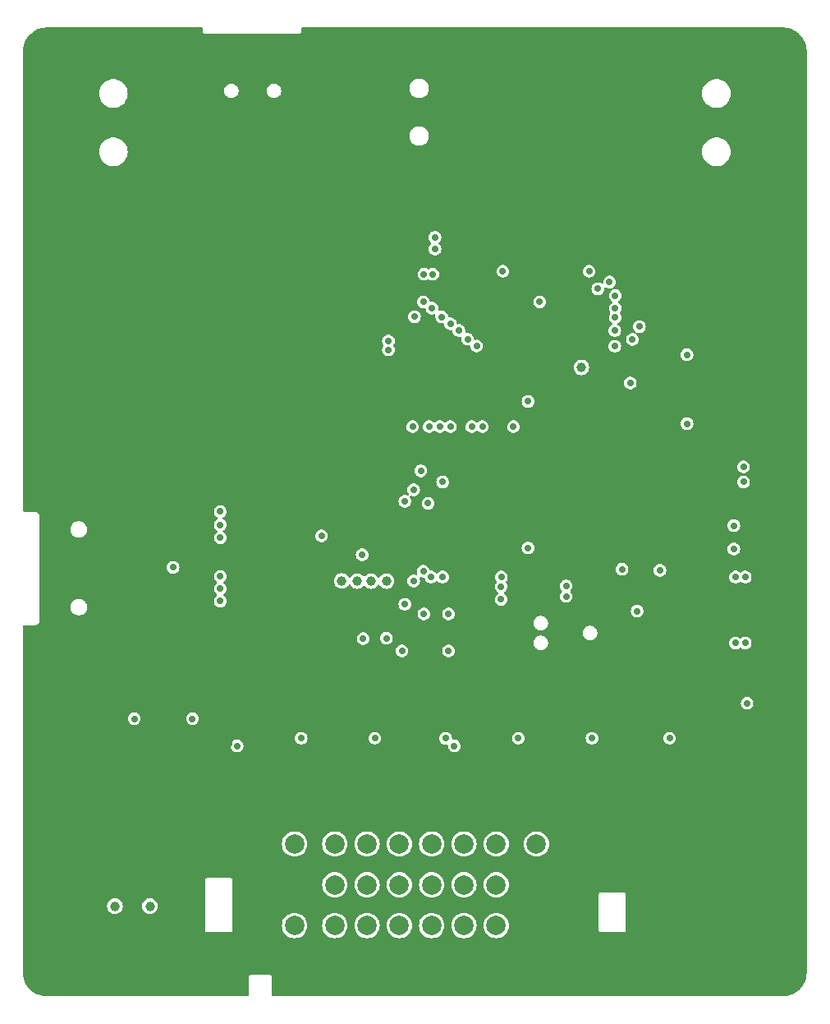
<source format=gbr>
%TF.GenerationSoftware,KiCad,Pcbnew,8.0.0*%
%TF.CreationDate,2024-03-14T10:46:30-06:00*%
%TF.ProjectId,underglow3,756e6465-7267-46c6-9f77-332e6b696361,rev?*%
%TF.SameCoordinates,Original*%
%TF.FileFunction,Copper,L3,Inr*%
%TF.FilePolarity,Positive*%
%FSLAX46Y46*%
G04 Gerber Fmt 4.6, Leading zero omitted, Abs format (unit mm)*
G04 Created by KiCad (PCBNEW 8.0.0) date 2024-03-14 10:46:30*
%MOMM*%
%LPD*%
G01*
G04 APERTURE LIST*
%TA.AperFunction,ComponentPad*%
%ADD10C,2.000000*%
%TD*%
%TA.AperFunction,ViaPad*%
%ADD11C,0.700000*%
%TD*%
%TA.AperFunction,ViaPad*%
%ADD12C,1.000000*%
%TD*%
G04 APERTURE END LIST*
D10*
%TO.N,/Power/RGB1_OUT*%
%TO.C,J301*%
X49475000Y12500000D03*
%TO.N,/Power/RGB_B1*%
X45325000Y12500000D03*
%TO.N,/Power/RGB_G1*%
X41995000Y12500000D03*
%TO.N,/Power/RGB_R1*%
X38665000Y12500000D03*
%TO.N,/Power/RGB_B2*%
X35335000Y12500000D03*
%TO.N,/Power/RGB_G2*%
X32005000Y12500000D03*
%TO.N,/Power/RGB_R2*%
X28675000Y12500000D03*
%TO.N,/Power/RGB2_OUT*%
X24525000Y12500000D03*
%TO.N,GND*%
X49475000Y8300000D03*
%TO.N,/Power/CAN_L*%
X45325000Y8300000D03*
%TO.N,/Power/CAN_H*%
X41995000Y8300000D03*
%TO.N,/Power/PI1*%
X38665000Y8300000D03*
%TO.N,/Power/PI2*%
X35335000Y8300000D03*
%TO.N,/Power/LEDC_OUT*%
X32005000Y8300000D03*
X28675000Y8300000D03*
%TO.N,GND*%
X24525000Y8300000D03*
X49475000Y4100000D03*
%TO.N,/Power/RGB_B1*%
X45325000Y4100000D03*
%TO.N,/Power/RGB_G1*%
X41995000Y4100000D03*
%TO.N,/Power/RGB_R1*%
X38665000Y4100000D03*
%TO.N,/Power/RGB_B2*%
X35335000Y4100000D03*
%TO.N,/Power/RGB_G2*%
X32005000Y4100000D03*
%TO.N,/Power/RGB_R2*%
X28675000Y4100000D03*
%TO.N,/Power/VIN*%
X24525000Y4100000D03*
%TD*%
D11*
%TO.N,GND*%
X31000000Y74000000D03*
X31200000Y87900000D03*
X33200000Y21800000D03*
D12*
X15900000Y83800000D03*
D11*
X52600000Y68350000D03*
X55400000Y32699949D03*
X20000000Y69800000D03*
D12*
X45500000Y19600000D03*
X65000000Y75000000D03*
X7600000Y60000000D03*
D11*
X41500000Y71500000D03*
X27300000Y45300000D03*
D12*
X45600000Y60200000D03*
D11*
X39100000Y32400000D03*
D12*
X60800000Y52000000D03*
D11*
X16863538Y41390064D03*
X11500000Y15500000D03*
D12*
X-800000Y22800000D03*
D11*
X14000000Y22800000D03*
D12*
X15200000Y72200000D03*
X17300000Y85200000D03*
D11*
X58829795Y38000051D03*
D12*
X75000000Y75000000D03*
D11*
X35200000Y42000000D03*
D12*
X33000000Y94800000D03*
D11*
X30200000Y46800000D03*
D12*
X71000000Y1000000D03*
X44200000Y60200000D03*
X66000000Y6000000D03*
X13200000Y70800000D03*
D11*
X9000000Y17500000D03*
D12*
X13200000Y72200000D03*
D11*
X13500000Y15500000D03*
X25800000Y21800000D03*
X71800000Y49800051D03*
X51189795Y35600000D03*
X22200000Y41687522D03*
X58600000Y69000000D03*
D12*
X62600000Y48200000D03*
X600000Y60000000D03*
X19800000Y64600000D03*
D11*
X24800000Y35587522D03*
X25500000Y85200000D03*
D12*
X31600000Y94800000D03*
D11*
X35500000Y77000000D03*
X41075654Y43446087D03*
D12*
X15900000Y85200000D03*
D11*
X6500000Y17500000D03*
X26400000Y41687522D03*
X72529795Y55100051D03*
X34000000Y77000000D03*
D12*
X19800000Y63000000D03*
X-600000Y68000000D03*
X30600000Y19600000D03*
D11*
X17400000Y73000000D03*
X17726870Y22818283D03*
D12*
X70000000Y75000000D03*
D11*
X12000000Y43180064D03*
X71200000Y57800000D03*
X23500000Y85200000D03*
X44529795Y48550051D03*
X37000000Y72500000D03*
X55200000Y25400000D03*
D12*
X70000000Y80000000D03*
D11*
X58800000Y35000000D03*
D12*
X600000Y64400000D03*
D11*
X32200000Y68000000D03*
X31000000Y77000000D03*
X67800000Y18400000D03*
X55129795Y38000051D03*
X40000000Y25400000D03*
X32500000Y77000000D03*
D12*
X68200000Y36600000D03*
X33000000Y93400000D03*
D11*
X37000000Y75500000D03*
X59700000Y38000000D03*
X17400000Y69800000D03*
X26400000Y35587522D03*
X46200000Y48200000D03*
X32400000Y25400000D03*
D12*
X17300000Y83800000D03*
D11*
X43000000Y41600000D03*
D12*
X15200000Y70800000D03*
X58800000Y48200000D03*
X34200000Y59600000D03*
D11*
X71800000Y51350152D03*
X36000000Y71000000D03*
D12*
X61000000Y1000000D03*
D11*
X13500000Y17500000D03*
X24800000Y41687522D03*
X58600000Y67700000D03*
X8600000Y21400000D03*
D12*
X23200000Y19600000D03*
D11*
X59229795Y62500051D03*
D12*
X65000000Y80000000D03*
D11*
X37000000Y74000000D03*
X28800000Y40800000D03*
X34200000Y67000000D03*
X43200000Y87900000D03*
X37000000Y26800000D03*
D12*
X44200000Y61600000D03*
X66000000Y1000000D03*
D11*
X44529795Y44300051D03*
X20000000Y68600000D03*
X35200000Y40800000D03*
X47400000Y25400000D03*
X39400000Y21800000D03*
D12*
X38000000Y19600000D03*
D11*
X37800000Y32400000D03*
D12*
X70000000Y70000000D03*
D11*
X58600000Y66750000D03*
D12*
X-800000Y24400000D03*
X3800000Y60000000D03*
D11*
X58600000Y71400000D03*
D12*
X61000000Y6000000D03*
X31600000Y93400000D03*
D11*
X33200000Y67000000D03*
X45800000Y34200000D03*
X56000000Y21800000D03*
X24000000Y82200000D03*
X36000000Y72000000D03*
X60129795Y62500051D03*
X29600000Y26800000D03*
X64400000Y18400000D03*
X8000000Y24400000D03*
X32200000Y70000000D03*
X71429795Y44600051D03*
X32200000Y71000000D03*
X46000000Y55500000D03*
X32200000Y69000000D03*
X55400000Y35899949D03*
D12*
X10600000Y60000000D03*
D11*
X31000000Y75500000D03*
D12*
X45600000Y61600000D03*
D11*
X45849795Y43000051D03*
D12*
X60800000Y48200000D03*
X52629795Y61600000D03*
D11*
X31600000Y64400000D03*
X60600000Y25800000D03*
D12*
X9400000Y41000000D03*
D11*
X72100003Y27000000D03*
X31000000Y40800000D03*
X71429795Y43600051D03*
D12*
X59800000Y18400000D03*
D11*
X17400000Y70700000D03*
X57600000Y71400000D03*
X37400000Y87900000D03*
X32200000Y67000000D03*
X58600000Y70400000D03*
D12*
X6000000Y86800000D03*
D11*
X48649795Y40000051D03*
D12*
X62600000Y50100000D03*
D11*
X19100000Y83600000D03*
X44600000Y32400000D03*
D12*
X68000000Y86800000D03*
X60800000Y33200000D03*
D11*
X11500000Y17500000D03*
X26200000Y45300000D03*
X48400000Y21800000D03*
D12*
X60800000Y50100000D03*
D11*
X73400000Y18000000D03*
X32600000Y33700000D03*
D12*
X75000000Y70000000D03*
X-600000Y71200000D03*
X74600000Y36600000D03*
X71000000Y6000000D03*
D11*
X44200000Y71500000D03*
D12*
X62600000Y52000000D03*
D11*
X17800000Y25400000D03*
D12*
X15800000Y76600000D03*
D11*
X32200000Y72000000D03*
X31000000Y72500000D03*
X59849975Y35000000D03*
D12*
X58800000Y33200000D03*
D11*
X41400000Y32400000D03*
X52000000Y26800000D03*
X48649795Y45300051D03*
X34800000Y49800000D03*
X22200000Y26800000D03*
D12*
X75000000Y80000000D03*
X65000000Y70000000D03*
D11*
X44400000Y26800000D03*
D12*
X58800000Y52000000D03*
X53000000Y19600000D03*
D11*
X44804795Y42005051D03*
D12*
X58800000Y50100000D03*
X74600000Y33200000D03*
D11*
X62229795Y38000051D03*
X16863538Y35400000D03*
D12*
X68200000Y38000000D03*
X-600000Y69600000D03*
D11*
X61300000Y38000000D03*
D12*
X9400000Y43200000D03*
D11*
X37000000Y77000000D03*
X11400000Y22800000D03*
D12*
X3800000Y64400000D03*
D11*
X16863538Y34200000D03*
D12*
X15800000Y77800000D03*
D11*
%TO.N,+3V3*%
X16863538Y37520064D03*
D12*
X54099771Y61600000D03*
D11*
X16863538Y44050064D03*
X16863538Y46750064D03*
X40400000Y32400000D03*
X43900000Y55500000D03*
X52529795Y38000051D03*
D12*
X29400000Y39600000D03*
D11*
X38400000Y55500000D03*
D12*
X34000000Y39587522D03*
D11*
X42800000Y55500000D03*
X48600000Y43000000D03*
X71200000Y27000000D03*
X45829795Y37700051D03*
X47100000Y55500000D03*
X52529795Y39100051D03*
X31600000Y33667522D03*
X69829795Y45300051D03*
X16863538Y40080064D03*
X12000000Y41000000D03*
X48600000Y58100000D03*
X70829795Y49800051D03*
X16863538Y45390064D03*
X35600000Y32400000D03*
D12*
X32400000Y39587522D03*
X31000000Y39587522D03*
D11*
X39500000Y55500000D03*
X36700000Y55500000D03*
X45829795Y39030051D03*
X40600000Y55500000D03*
X16863538Y38800064D03*
%TO.N,+0v9*%
X34000000Y33700000D03*
X59149925Y60000051D03*
X70829795Y51350152D03*
X62200000Y40700000D03*
X58300000Y40800000D03*
%TO.N,/Application/LDOA_OUT*%
X65000000Y55800000D03*
X65000000Y62900000D03*
%TO.N,/Application/VCC_DRAM*%
X45849795Y40000051D03*
X59849975Y36500000D03*
X69829795Y42900051D03*
%TO.N,+5V*%
X27300000Y44237518D03*
X31500000Y42300000D03*
%TO.N,/Power/RGB1_OUT*%
X47600000Y23400000D03*
X41000000Y22600000D03*
X55200000Y23400000D03*
X63200000Y23400000D03*
D12*
X9600000Y6100000D03*
D11*
%TO.N,/Power/RGB2_OUT*%
X40110001Y23388162D03*
X18600000Y22600000D03*
X32800000Y23400000D03*
D12*
X6000000Y6100000D03*
D11*
X25200000Y23400000D03*
%TO.N,/Application/SPI0_MISO*%
X35900000Y47800000D03*
X35900000Y37200000D03*
%TO.N,/Application/SPI0_MOSI*%
X39800000Y40000000D03*
X39800203Y49799949D03*
%TO.N,/Application/WIFI_CLK*%
X57549771Y65400000D03*
X41472170Y65400000D03*
%TO.N,/Power/PI1_DIV*%
X71000000Y40000000D03*
X71000000Y33200000D03*
%TO.N,/Power/PI2_DIV*%
X70000000Y40000000D03*
X70000000Y33200000D03*
%TO.N,/Application/LEDC*%
X8000000Y25400000D03*
X14000000Y25400000D03*
%TO.N,/Application/WL_REG_ON*%
X57600000Y69000000D03*
X36900000Y66825000D03*
%TO.N,/Application/WIFI_CMD*%
X40600000Y66100000D03*
X60100000Y65800000D03*
%TO.N,/Application/WIFI_DAT0*%
X42372170Y64500000D03*
X59369143Y64477879D03*
%TO.N,/Application/WIFI_DAT1*%
X43300000Y63800000D03*
X57549771Y63788803D03*
%TO.N,/Application/WIFI_DAT2*%
X38700000Y67700000D03*
X57600000Y67700000D03*
%TO.N,/Application/WIFI_DAT3*%
X39700000Y66800000D03*
X57600000Y66750000D03*
%TO.N,/Application/BT_EN*%
X54900000Y71500000D03*
X46000000Y71500000D03*
%TO.N,/Application/AP_WAKE_BT*%
X57000000Y70400000D03*
X34200000Y64325003D03*
%TO.N,/Application/SPI0_CS0*%
X38300000Y47600000D03*
X40400000Y36200000D03*
%TO.N,/Application/SPI0_CLK*%
X37859795Y36200000D03*
X37800000Y40600000D03*
%TO.N,/Application/SPI0_WP*%
X36800000Y49000000D03*
X36800000Y39600000D03*
%TO.N,/Application/SPI0_HLD*%
X38600000Y40000000D03*
X37550000Y50950000D03*
%TO.N,/Application/WL_WAKE_AP*%
X49800000Y68350000D03*
X37807565Y68350000D03*
%TO.N,/Application/BT_WAKE_AP*%
X55800000Y69700000D03*
X34200000Y63425000D03*
%TO.N,/Application/HCI_RX*%
X39000000Y73800000D03*
X38772170Y71200000D03*
%TO.N,/Application/HCI_TX*%
X39000000Y75000000D03*
X37872170Y71200000D03*
%TD*%
%TA.AperFunction,Conductor*%
%TO.N,GND*%
G36*
X15042539Y96598569D02*
G01*
X15088294Y96545765D01*
X15099500Y96494254D01*
X15099500Y96160117D01*
X15129463Y96087780D01*
X15130024Y96086426D01*
X15186426Y96030024D01*
X15260118Y95999500D01*
X15260120Y95999500D01*
X25039880Y95999500D01*
X25039882Y95999500D01*
X25113574Y96030024D01*
X25169976Y96086426D01*
X25200500Y96160118D01*
X25200500Y96494254D01*
X25220185Y96561293D01*
X25272989Y96607048D01*
X25324500Y96618254D01*
X74930790Y96618254D01*
X74938279Y96618028D01*
X75216293Y96601207D01*
X75231144Y96599402D01*
X75501400Y96549871D01*
X75515929Y96546290D01*
X75682910Y96494254D01*
X75778244Y96464545D01*
X75792245Y96459235D01*
X76042793Y96346468D01*
X76056051Y96339509D01*
X76291174Y96197369D01*
X76303497Y96188863D01*
X76506235Y96030025D01*
X76519778Y96019415D01*
X76530986Y96009485D01*
X76725257Y95815210D01*
X76735187Y95804002D01*
X76904636Y95587711D01*
X76913141Y95575388D01*
X77055274Y95340269D01*
X77062233Y95327011D01*
X77174999Y95076453D01*
X77180308Y95062452D01*
X77262044Y94800151D01*
X77265628Y94785612D01*
X77315152Y94515358D01*
X77316957Y94500494D01*
X77333822Y94221703D01*
X77334048Y94214216D01*
X77334048Y-777495D01*
X77333822Y-784982D01*
X77317005Y-1062991D01*
X77315200Y-1077855D01*
X77265675Y-1348107D01*
X77262092Y-1362646D01*
X77180351Y-1624968D01*
X77175041Y-1638969D01*
X77062276Y-1889524D01*
X77055317Y-1902782D01*
X76913181Y-2137908D01*
X76904675Y-2150232D01*
X76735223Y-2366524D01*
X76725294Y-2377731D01*
X76531018Y-2572012D01*
X76519810Y-2581942D01*
X76303524Y-2751394D01*
X76291201Y-2759900D01*
X76056074Y-2902043D01*
X76042816Y-2909002D01*
X75792262Y-3021771D01*
X75778262Y-3027081D01*
X75515951Y-3108826D01*
X75501412Y-3112409D01*
X75231150Y-3161941D01*
X75216285Y-3163747D01*
X74939072Y-3180520D01*
X74931583Y-3180746D01*
X22324500Y-3180746D01*
X22257461Y-3161061D01*
X22211706Y-3108257D01*
X22200500Y-3056746D01*
X22200500Y-1160119D01*
X22200499Y-1160116D01*
X22169976Y-1086426D01*
X22113574Y-1030024D01*
X22039883Y-999500D01*
X22039882Y-999500D01*
X20039882Y-999500D01*
X19960118Y-999500D01*
X19960116Y-999500D01*
X19886425Y-1030024D01*
X19830024Y-1086425D01*
X19799500Y-1160116D01*
X19799500Y-3056746D01*
X19779815Y-3123785D01*
X19727011Y-3169540D01*
X19675500Y-3180746D01*
X-1011135Y-3180746D01*
X-1011143Y-3180745D01*
X-1061710Y-3180745D01*
X-1069195Y-3180519D01*
X-1347203Y-3163708D01*
X-1362068Y-3161903D01*
X-1632325Y-3112381D01*
X-1646863Y-3108798D01*
X-1909182Y-3027061D01*
X-1923184Y-3021751D01*
X-2173732Y-2908992D01*
X-2186991Y-2902034D01*
X-2422132Y-2759890D01*
X-2434455Y-2751383D01*
X-2650745Y-2581934D01*
X-2661953Y-2572005D01*
X-2856233Y-2377729D01*
X-2866163Y-2366521D01*
X-3035613Y-2150237D01*
X-3044120Y-2137913D01*
X-3186267Y-1902776D01*
X-3193225Y-1889518D01*
X-3305990Y-1638970D01*
X-3311298Y-1624976D01*
X-3393043Y-1362646D01*
X-3396625Y-1348116D01*
X-3396627Y-1348107D01*
X-3446154Y-1077853D01*
X-3447958Y-1062990D01*
X-3464726Y-785775D01*
X-3464952Y-778288D01*
X-3464952Y3560118D01*
X15299500Y3560118D01*
X15330024Y3486426D01*
X15386426Y3430024D01*
X15460118Y3399500D01*
X15460120Y3399500D01*
X17939880Y3399500D01*
X17939882Y3399500D01*
X18013574Y3430024D01*
X18069976Y3486426D01*
X18100500Y3560118D01*
X18100500Y4099999D01*
X23219532Y4099999D01*
X23239364Y3873314D01*
X23239366Y3873303D01*
X23298258Y3653512D01*
X23298261Y3653503D01*
X23394431Y3447268D01*
X23394432Y3447266D01*
X23524954Y3260859D01*
X23685858Y3099955D01*
X23685861Y3099953D01*
X23872266Y2969432D01*
X24078504Y2873261D01*
X24298308Y2814365D01*
X24460230Y2800199D01*
X24524998Y2794532D01*
X24525000Y2794532D01*
X24525002Y2794532D01*
X24581673Y2799491D01*
X24751692Y2814365D01*
X24971496Y2873261D01*
X25177734Y2969432D01*
X25364139Y3099953D01*
X25525047Y3260861D01*
X25655568Y3447266D01*
X25751739Y3653504D01*
X25810635Y3873308D01*
X25830468Y4099999D01*
X27369532Y4099999D01*
X27389364Y3873314D01*
X27389366Y3873303D01*
X27448258Y3653512D01*
X27448261Y3653503D01*
X27544431Y3447268D01*
X27544432Y3447266D01*
X27674954Y3260859D01*
X27835858Y3099955D01*
X27835861Y3099953D01*
X28022266Y2969432D01*
X28228504Y2873261D01*
X28448308Y2814365D01*
X28610230Y2800199D01*
X28674998Y2794532D01*
X28675000Y2794532D01*
X28675002Y2794532D01*
X28731673Y2799491D01*
X28901692Y2814365D01*
X29121496Y2873261D01*
X29327734Y2969432D01*
X29514139Y3099953D01*
X29675047Y3260861D01*
X29805568Y3447266D01*
X29901739Y3653504D01*
X29960635Y3873308D01*
X29980468Y4099999D01*
X30699532Y4099999D01*
X30719364Y3873314D01*
X30719366Y3873303D01*
X30778258Y3653512D01*
X30778261Y3653503D01*
X30874431Y3447268D01*
X30874432Y3447266D01*
X31004954Y3260859D01*
X31165858Y3099955D01*
X31165861Y3099953D01*
X31352266Y2969432D01*
X31558504Y2873261D01*
X31778308Y2814365D01*
X31940230Y2800199D01*
X32004998Y2794532D01*
X32005000Y2794532D01*
X32005002Y2794532D01*
X32061673Y2799491D01*
X32231692Y2814365D01*
X32451496Y2873261D01*
X32657734Y2969432D01*
X32844139Y3099953D01*
X33005047Y3260861D01*
X33135568Y3447266D01*
X33231739Y3653504D01*
X33290635Y3873308D01*
X33310468Y4099999D01*
X34029532Y4099999D01*
X34049364Y3873314D01*
X34049366Y3873303D01*
X34108258Y3653512D01*
X34108261Y3653503D01*
X34204431Y3447268D01*
X34204432Y3447266D01*
X34334954Y3260859D01*
X34495858Y3099955D01*
X34495861Y3099953D01*
X34682266Y2969432D01*
X34888504Y2873261D01*
X35108308Y2814365D01*
X35270230Y2800199D01*
X35334998Y2794532D01*
X35335000Y2794532D01*
X35335002Y2794532D01*
X35391673Y2799491D01*
X35561692Y2814365D01*
X35781496Y2873261D01*
X35987734Y2969432D01*
X36174139Y3099953D01*
X36335047Y3260861D01*
X36465568Y3447266D01*
X36561739Y3653504D01*
X36620635Y3873308D01*
X36640468Y4099999D01*
X37359532Y4099999D01*
X37379364Y3873314D01*
X37379366Y3873303D01*
X37438258Y3653512D01*
X37438261Y3653503D01*
X37534431Y3447268D01*
X37534432Y3447266D01*
X37664954Y3260859D01*
X37825858Y3099955D01*
X37825861Y3099953D01*
X38012266Y2969432D01*
X38218504Y2873261D01*
X38438308Y2814365D01*
X38600230Y2800199D01*
X38664998Y2794532D01*
X38665000Y2794532D01*
X38665002Y2794532D01*
X38721673Y2799491D01*
X38891692Y2814365D01*
X39111496Y2873261D01*
X39317734Y2969432D01*
X39504139Y3099953D01*
X39665047Y3260861D01*
X39795568Y3447266D01*
X39891739Y3653504D01*
X39950635Y3873308D01*
X39970468Y4099999D01*
X40689532Y4099999D01*
X40709364Y3873314D01*
X40709366Y3873303D01*
X40768258Y3653512D01*
X40768261Y3653503D01*
X40864431Y3447268D01*
X40864432Y3447266D01*
X40994954Y3260859D01*
X41155858Y3099955D01*
X41155861Y3099953D01*
X41342266Y2969432D01*
X41548504Y2873261D01*
X41768308Y2814365D01*
X41930230Y2800199D01*
X41994998Y2794532D01*
X41995000Y2794532D01*
X41995002Y2794532D01*
X42051673Y2799491D01*
X42221692Y2814365D01*
X42441496Y2873261D01*
X42647734Y2969432D01*
X42834139Y3099953D01*
X42995047Y3260861D01*
X43125568Y3447266D01*
X43221739Y3653504D01*
X43280635Y3873308D01*
X43300468Y4099999D01*
X44019532Y4099999D01*
X44039364Y3873314D01*
X44039366Y3873303D01*
X44098258Y3653512D01*
X44098261Y3653503D01*
X44194431Y3447268D01*
X44194432Y3447266D01*
X44324954Y3260859D01*
X44485858Y3099955D01*
X44485861Y3099953D01*
X44672266Y2969432D01*
X44878504Y2873261D01*
X45098308Y2814365D01*
X45260230Y2800199D01*
X45324998Y2794532D01*
X45325000Y2794532D01*
X45325002Y2794532D01*
X45381673Y2799491D01*
X45551692Y2814365D01*
X45771496Y2873261D01*
X45977734Y2969432D01*
X46164139Y3099953D01*
X46325047Y3260861D01*
X46455568Y3447266D01*
X46508192Y3560118D01*
X55899500Y3560118D01*
X55930024Y3486426D01*
X55986426Y3430024D01*
X56060118Y3399500D01*
X56060120Y3399500D01*
X58539880Y3399500D01*
X58539882Y3399500D01*
X58613574Y3430024D01*
X58669976Y3486426D01*
X58700500Y3560118D01*
X58700500Y7339882D01*
X58669976Y7413574D01*
X58613574Y7469976D01*
X58539883Y7500500D01*
X58539882Y7500500D01*
X56139882Y7500500D01*
X56060118Y7500500D01*
X56060116Y7500500D01*
X55986425Y7469976D01*
X55930024Y7413575D01*
X55899500Y7339884D01*
X55899500Y7339882D01*
X55899500Y3560118D01*
X46508192Y3560118D01*
X46551739Y3653504D01*
X46610635Y3873308D01*
X46630468Y4100000D01*
X46610635Y4326692D01*
X46551739Y4546496D01*
X46455568Y4752734D01*
X46325047Y4939139D01*
X46325045Y4939142D01*
X46164141Y5100046D01*
X45977734Y5230568D01*
X45977732Y5230569D01*
X45771497Y5326739D01*
X45771488Y5326742D01*
X45551697Y5385634D01*
X45551693Y5385635D01*
X45551692Y5385635D01*
X45551691Y5385636D01*
X45551686Y5385636D01*
X45325002Y5405468D01*
X45324998Y5405468D01*
X45098313Y5385636D01*
X45098302Y5385634D01*
X44878511Y5326742D01*
X44878502Y5326739D01*
X44672267Y5230569D01*
X44672265Y5230568D01*
X44485858Y5100046D01*
X44324954Y4939142D01*
X44194432Y4752735D01*
X44194431Y4752733D01*
X44098261Y4546498D01*
X44098258Y4546489D01*
X44039366Y4326698D01*
X44039364Y4326687D01*
X44019532Y4100002D01*
X44019532Y4099999D01*
X43300468Y4099999D01*
X43300468Y4100000D01*
X43280635Y4326692D01*
X43221739Y4546496D01*
X43125568Y4752734D01*
X42995047Y4939139D01*
X42995045Y4939142D01*
X42834141Y5100046D01*
X42647734Y5230568D01*
X42647732Y5230569D01*
X42441497Y5326739D01*
X42441488Y5326742D01*
X42221697Y5385634D01*
X42221693Y5385635D01*
X42221692Y5385635D01*
X42221691Y5385636D01*
X42221686Y5385636D01*
X41995002Y5405468D01*
X41994998Y5405468D01*
X41768313Y5385636D01*
X41768302Y5385634D01*
X41548511Y5326742D01*
X41548502Y5326739D01*
X41342267Y5230569D01*
X41342265Y5230568D01*
X41155858Y5100046D01*
X40994954Y4939142D01*
X40864432Y4752735D01*
X40864431Y4752733D01*
X40768261Y4546498D01*
X40768258Y4546489D01*
X40709366Y4326698D01*
X40709364Y4326687D01*
X40689532Y4100002D01*
X40689532Y4099999D01*
X39970468Y4099999D01*
X39970468Y4100000D01*
X39950635Y4326692D01*
X39891739Y4546496D01*
X39795568Y4752734D01*
X39665047Y4939139D01*
X39665045Y4939142D01*
X39504141Y5100046D01*
X39317734Y5230568D01*
X39317732Y5230569D01*
X39111497Y5326739D01*
X39111488Y5326742D01*
X38891697Y5385634D01*
X38891693Y5385635D01*
X38891692Y5385635D01*
X38891691Y5385636D01*
X38891686Y5385636D01*
X38665002Y5405468D01*
X38664998Y5405468D01*
X38438313Y5385636D01*
X38438302Y5385634D01*
X38218511Y5326742D01*
X38218502Y5326739D01*
X38012267Y5230569D01*
X38012265Y5230568D01*
X37825858Y5100046D01*
X37664954Y4939142D01*
X37534432Y4752735D01*
X37534431Y4752733D01*
X37438261Y4546498D01*
X37438258Y4546489D01*
X37379366Y4326698D01*
X37379364Y4326687D01*
X37359532Y4100002D01*
X37359532Y4099999D01*
X36640468Y4099999D01*
X36640468Y4100000D01*
X36620635Y4326692D01*
X36561739Y4546496D01*
X36465568Y4752734D01*
X36335047Y4939139D01*
X36335045Y4939142D01*
X36174141Y5100046D01*
X35987734Y5230568D01*
X35987732Y5230569D01*
X35781497Y5326739D01*
X35781488Y5326742D01*
X35561697Y5385634D01*
X35561693Y5385635D01*
X35561692Y5385635D01*
X35561691Y5385636D01*
X35561686Y5385636D01*
X35335002Y5405468D01*
X35334998Y5405468D01*
X35108313Y5385636D01*
X35108302Y5385634D01*
X34888511Y5326742D01*
X34888502Y5326739D01*
X34682267Y5230569D01*
X34682265Y5230568D01*
X34495858Y5100046D01*
X34334954Y4939142D01*
X34204432Y4752735D01*
X34204431Y4752733D01*
X34108261Y4546498D01*
X34108258Y4546489D01*
X34049366Y4326698D01*
X34049364Y4326687D01*
X34029532Y4100002D01*
X34029532Y4099999D01*
X33310468Y4099999D01*
X33310468Y4100000D01*
X33290635Y4326692D01*
X33231739Y4546496D01*
X33135568Y4752734D01*
X33005047Y4939139D01*
X33005045Y4939142D01*
X32844141Y5100046D01*
X32657734Y5230568D01*
X32657732Y5230569D01*
X32451497Y5326739D01*
X32451488Y5326742D01*
X32231697Y5385634D01*
X32231693Y5385635D01*
X32231692Y5385635D01*
X32231691Y5385636D01*
X32231686Y5385636D01*
X32005002Y5405468D01*
X32004998Y5405468D01*
X31778313Y5385636D01*
X31778302Y5385634D01*
X31558511Y5326742D01*
X31558502Y5326739D01*
X31352267Y5230569D01*
X31352265Y5230568D01*
X31165858Y5100046D01*
X31004954Y4939142D01*
X30874432Y4752735D01*
X30874431Y4752733D01*
X30778261Y4546498D01*
X30778258Y4546489D01*
X30719366Y4326698D01*
X30719364Y4326687D01*
X30699532Y4100002D01*
X30699532Y4099999D01*
X29980468Y4099999D01*
X29980468Y4100000D01*
X29960635Y4326692D01*
X29901739Y4546496D01*
X29805568Y4752734D01*
X29675047Y4939139D01*
X29675045Y4939142D01*
X29514141Y5100046D01*
X29327734Y5230568D01*
X29327732Y5230569D01*
X29121497Y5326739D01*
X29121488Y5326742D01*
X28901697Y5385634D01*
X28901693Y5385635D01*
X28901692Y5385635D01*
X28901691Y5385636D01*
X28901686Y5385636D01*
X28675002Y5405468D01*
X28674998Y5405468D01*
X28448313Y5385636D01*
X28448302Y5385634D01*
X28228511Y5326742D01*
X28228502Y5326739D01*
X28022267Y5230569D01*
X28022265Y5230568D01*
X27835858Y5100046D01*
X27674954Y4939142D01*
X27544432Y4752735D01*
X27544431Y4752733D01*
X27448261Y4546498D01*
X27448258Y4546489D01*
X27389366Y4326698D01*
X27389364Y4326687D01*
X27369532Y4100002D01*
X27369532Y4099999D01*
X25830468Y4099999D01*
X25830468Y4100000D01*
X25810635Y4326692D01*
X25751739Y4546496D01*
X25655568Y4752734D01*
X25525047Y4939139D01*
X25525045Y4939142D01*
X25364141Y5100046D01*
X25177734Y5230568D01*
X25177732Y5230569D01*
X24971497Y5326739D01*
X24971488Y5326742D01*
X24751697Y5385634D01*
X24751693Y5385635D01*
X24751692Y5385635D01*
X24751691Y5385636D01*
X24751686Y5385636D01*
X24525002Y5405468D01*
X24524998Y5405468D01*
X24298313Y5385636D01*
X24298302Y5385634D01*
X24078511Y5326742D01*
X24078502Y5326739D01*
X23872267Y5230569D01*
X23872265Y5230568D01*
X23685858Y5100046D01*
X23524954Y4939142D01*
X23394432Y4752735D01*
X23394431Y4752733D01*
X23298261Y4546498D01*
X23298258Y4546489D01*
X23239366Y4326698D01*
X23239364Y4326687D01*
X23219532Y4100002D01*
X23219532Y4099999D01*
X18100500Y4099999D01*
X18100500Y8299999D01*
X27369532Y8299999D01*
X27389364Y8073314D01*
X27389366Y8073303D01*
X27448258Y7853512D01*
X27448261Y7853503D01*
X27544431Y7647268D01*
X27544432Y7647266D01*
X27674954Y7460859D01*
X27835858Y7299955D01*
X27835861Y7299953D01*
X28022266Y7169432D01*
X28228504Y7073261D01*
X28448308Y7014365D01*
X28610230Y7000199D01*
X28674998Y6994532D01*
X28675000Y6994532D01*
X28675002Y6994532D01*
X28731673Y6999491D01*
X28901692Y7014365D01*
X29121496Y7073261D01*
X29327734Y7169432D01*
X29514139Y7299953D01*
X29675047Y7460861D01*
X29805568Y7647266D01*
X29901739Y7853504D01*
X29960635Y8073308D01*
X29980468Y8299999D01*
X30699532Y8299999D01*
X30719364Y8073314D01*
X30719366Y8073303D01*
X30778258Y7853512D01*
X30778261Y7853503D01*
X30874431Y7647268D01*
X30874432Y7647266D01*
X31004954Y7460859D01*
X31165858Y7299955D01*
X31165861Y7299953D01*
X31352266Y7169432D01*
X31558504Y7073261D01*
X31778308Y7014365D01*
X31940230Y7000199D01*
X32004998Y6994532D01*
X32005000Y6994532D01*
X32005002Y6994532D01*
X32061673Y6999491D01*
X32231692Y7014365D01*
X32451496Y7073261D01*
X32657734Y7169432D01*
X32844139Y7299953D01*
X33005047Y7460861D01*
X33135568Y7647266D01*
X33231739Y7853504D01*
X33290635Y8073308D01*
X33310468Y8299999D01*
X34029532Y8299999D01*
X34049364Y8073314D01*
X34049366Y8073303D01*
X34108258Y7853512D01*
X34108261Y7853503D01*
X34204431Y7647268D01*
X34204432Y7647266D01*
X34334954Y7460859D01*
X34495858Y7299955D01*
X34495861Y7299953D01*
X34682266Y7169432D01*
X34888504Y7073261D01*
X35108308Y7014365D01*
X35270230Y7000199D01*
X35334998Y6994532D01*
X35335000Y6994532D01*
X35335002Y6994532D01*
X35391673Y6999491D01*
X35561692Y7014365D01*
X35781496Y7073261D01*
X35987734Y7169432D01*
X36174139Y7299953D01*
X36335047Y7460861D01*
X36465568Y7647266D01*
X36561739Y7853504D01*
X36620635Y8073308D01*
X36640468Y8299999D01*
X37359532Y8299999D01*
X37379364Y8073314D01*
X37379366Y8073303D01*
X37438258Y7853512D01*
X37438261Y7853503D01*
X37534431Y7647268D01*
X37534432Y7647266D01*
X37664954Y7460859D01*
X37825858Y7299955D01*
X37825861Y7299953D01*
X38012266Y7169432D01*
X38218504Y7073261D01*
X38438308Y7014365D01*
X38600230Y7000199D01*
X38664998Y6994532D01*
X38665000Y6994532D01*
X38665002Y6994532D01*
X38721673Y6999491D01*
X38891692Y7014365D01*
X39111496Y7073261D01*
X39317734Y7169432D01*
X39504139Y7299953D01*
X39665047Y7460861D01*
X39795568Y7647266D01*
X39891739Y7853504D01*
X39950635Y8073308D01*
X39970468Y8299999D01*
X40689532Y8299999D01*
X40709364Y8073314D01*
X40709366Y8073303D01*
X40768258Y7853512D01*
X40768261Y7853503D01*
X40864431Y7647268D01*
X40864432Y7647266D01*
X40994954Y7460859D01*
X41155858Y7299955D01*
X41155861Y7299953D01*
X41342266Y7169432D01*
X41548504Y7073261D01*
X41768308Y7014365D01*
X41930230Y7000199D01*
X41994998Y6994532D01*
X41995000Y6994532D01*
X41995002Y6994532D01*
X42051673Y6999491D01*
X42221692Y7014365D01*
X42441496Y7073261D01*
X42647734Y7169432D01*
X42834139Y7299953D01*
X42995047Y7460861D01*
X43125568Y7647266D01*
X43221739Y7853504D01*
X43280635Y8073308D01*
X43300468Y8299999D01*
X44019532Y8299999D01*
X44039364Y8073314D01*
X44039366Y8073303D01*
X44098258Y7853512D01*
X44098261Y7853503D01*
X44194431Y7647268D01*
X44194432Y7647266D01*
X44324954Y7460859D01*
X44485858Y7299955D01*
X44485861Y7299953D01*
X44672266Y7169432D01*
X44878504Y7073261D01*
X45098308Y7014365D01*
X45260230Y7000199D01*
X45324998Y6994532D01*
X45325000Y6994532D01*
X45325002Y6994532D01*
X45381673Y6999491D01*
X45551692Y7014365D01*
X45771496Y7073261D01*
X45977734Y7169432D01*
X46164139Y7299953D01*
X46325047Y7460861D01*
X46455568Y7647266D01*
X46551739Y7853504D01*
X46610635Y8073308D01*
X46630468Y8300000D01*
X46610635Y8526692D01*
X46551739Y8746496D01*
X46455568Y8952734D01*
X46325047Y9139139D01*
X46325045Y9139142D01*
X46164141Y9300046D01*
X45977734Y9430568D01*
X45977732Y9430569D01*
X45771497Y9526739D01*
X45771488Y9526742D01*
X45551697Y9585634D01*
X45551693Y9585635D01*
X45551692Y9585635D01*
X45551691Y9585636D01*
X45551686Y9585636D01*
X45325002Y9605468D01*
X45324998Y9605468D01*
X45098313Y9585636D01*
X45098302Y9585634D01*
X44878511Y9526742D01*
X44878502Y9526739D01*
X44672267Y9430569D01*
X44672265Y9430568D01*
X44485858Y9300046D01*
X44324954Y9139142D01*
X44194432Y8952735D01*
X44194431Y8952733D01*
X44098261Y8746498D01*
X44098258Y8746489D01*
X44039366Y8526698D01*
X44039364Y8526687D01*
X44019532Y8300002D01*
X44019532Y8299999D01*
X43300468Y8299999D01*
X43300468Y8300000D01*
X43280635Y8526692D01*
X43221739Y8746496D01*
X43125568Y8952734D01*
X42995047Y9139139D01*
X42995045Y9139142D01*
X42834141Y9300046D01*
X42647734Y9430568D01*
X42647732Y9430569D01*
X42441497Y9526739D01*
X42441488Y9526742D01*
X42221697Y9585634D01*
X42221693Y9585635D01*
X42221692Y9585635D01*
X42221691Y9585636D01*
X42221686Y9585636D01*
X41995002Y9605468D01*
X41994998Y9605468D01*
X41768313Y9585636D01*
X41768302Y9585634D01*
X41548511Y9526742D01*
X41548502Y9526739D01*
X41342267Y9430569D01*
X41342265Y9430568D01*
X41155858Y9300046D01*
X40994954Y9139142D01*
X40864432Y8952735D01*
X40864431Y8952733D01*
X40768261Y8746498D01*
X40768258Y8746489D01*
X40709366Y8526698D01*
X40709364Y8526687D01*
X40689532Y8300002D01*
X40689532Y8299999D01*
X39970468Y8299999D01*
X39970468Y8300000D01*
X39950635Y8526692D01*
X39891739Y8746496D01*
X39795568Y8952734D01*
X39665047Y9139139D01*
X39665045Y9139142D01*
X39504141Y9300046D01*
X39317734Y9430568D01*
X39317732Y9430569D01*
X39111497Y9526739D01*
X39111488Y9526742D01*
X38891697Y9585634D01*
X38891693Y9585635D01*
X38891692Y9585635D01*
X38891691Y9585636D01*
X38891686Y9585636D01*
X38665002Y9605468D01*
X38664998Y9605468D01*
X38438313Y9585636D01*
X38438302Y9585634D01*
X38218511Y9526742D01*
X38218502Y9526739D01*
X38012267Y9430569D01*
X38012265Y9430568D01*
X37825858Y9300046D01*
X37664954Y9139142D01*
X37534432Y8952735D01*
X37534431Y8952733D01*
X37438261Y8746498D01*
X37438258Y8746489D01*
X37379366Y8526698D01*
X37379364Y8526687D01*
X37359532Y8300002D01*
X37359532Y8299999D01*
X36640468Y8299999D01*
X36640468Y8300000D01*
X36620635Y8526692D01*
X36561739Y8746496D01*
X36465568Y8952734D01*
X36335047Y9139139D01*
X36335045Y9139142D01*
X36174141Y9300046D01*
X35987734Y9430568D01*
X35987732Y9430569D01*
X35781497Y9526739D01*
X35781488Y9526742D01*
X35561697Y9585634D01*
X35561693Y9585635D01*
X35561692Y9585635D01*
X35561691Y9585636D01*
X35561686Y9585636D01*
X35335002Y9605468D01*
X35334998Y9605468D01*
X35108313Y9585636D01*
X35108302Y9585634D01*
X34888511Y9526742D01*
X34888502Y9526739D01*
X34682267Y9430569D01*
X34682265Y9430568D01*
X34495858Y9300046D01*
X34334954Y9139142D01*
X34204432Y8952735D01*
X34204431Y8952733D01*
X34108261Y8746498D01*
X34108258Y8746489D01*
X34049366Y8526698D01*
X34049364Y8526687D01*
X34029532Y8300002D01*
X34029532Y8299999D01*
X33310468Y8299999D01*
X33310468Y8300000D01*
X33290635Y8526692D01*
X33231739Y8746496D01*
X33135568Y8952734D01*
X33005047Y9139139D01*
X33005045Y9139142D01*
X32844141Y9300046D01*
X32657734Y9430568D01*
X32657732Y9430569D01*
X32451497Y9526739D01*
X32451488Y9526742D01*
X32231697Y9585634D01*
X32231693Y9585635D01*
X32231692Y9585635D01*
X32231691Y9585636D01*
X32231686Y9585636D01*
X32005002Y9605468D01*
X32004998Y9605468D01*
X31778313Y9585636D01*
X31778302Y9585634D01*
X31558511Y9526742D01*
X31558502Y9526739D01*
X31352267Y9430569D01*
X31352265Y9430568D01*
X31165858Y9300046D01*
X31004954Y9139142D01*
X30874432Y8952735D01*
X30874431Y8952733D01*
X30778261Y8746498D01*
X30778258Y8746489D01*
X30719366Y8526698D01*
X30719364Y8526687D01*
X30699532Y8300002D01*
X30699532Y8299999D01*
X29980468Y8299999D01*
X29980468Y8300000D01*
X29960635Y8526692D01*
X29901739Y8746496D01*
X29805568Y8952734D01*
X29675047Y9139139D01*
X29675045Y9139142D01*
X29514141Y9300046D01*
X29327734Y9430568D01*
X29327732Y9430569D01*
X29121497Y9526739D01*
X29121488Y9526742D01*
X28901697Y9585634D01*
X28901693Y9585635D01*
X28901692Y9585635D01*
X28901691Y9585636D01*
X28901686Y9585636D01*
X28675002Y9605468D01*
X28674998Y9605468D01*
X28448313Y9585636D01*
X28448302Y9585634D01*
X28228511Y9526742D01*
X28228502Y9526739D01*
X28022267Y9430569D01*
X28022265Y9430568D01*
X27835858Y9300046D01*
X27674954Y9139142D01*
X27544432Y8952735D01*
X27544431Y8952733D01*
X27448261Y8746498D01*
X27448258Y8746489D01*
X27389366Y8526698D01*
X27389364Y8526687D01*
X27369532Y8300002D01*
X27369532Y8299999D01*
X18100500Y8299999D01*
X18100500Y8839882D01*
X18069976Y8913574D01*
X18013574Y8969976D01*
X17939883Y9000500D01*
X17939882Y9000500D01*
X15539882Y9000500D01*
X15460118Y9000500D01*
X15460116Y9000500D01*
X15386425Y8969976D01*
X15330024Y8913575D01*
X15299500Y8839884D01*
X15299500Y8839882D01*
X15299500Y3560118D01*
X-3464952Y3560118D01*
X-3464952Y6099997D01*
X5194435Y6099997D01*
X5214630Y5920751D01*
X5214631Y5920746D01*
X5274211Y5750477D01*
X5370184Y5597738D01*
X5497738Y5470184D01*
X5650478Y5374211D01*
X5786137Y5326742D01*
X5820745Y5314632D01*
X5820750Y5314631D01*
X5999996Y5294435D01*
X6000000Y5294435D01*
X6000004Y5294435D01*
X6179249Y5314631D01*
X6179252Y5314632D01*
X6179255Y5314632D01*
X6349522Y5374211D01*
X6502262Y5470184D01*
X6629816Y5597738D01*
X6725789Y5750478D01*
X6785368Y5920745D01*
X6805565Y6099997D01*
X8794435Y6099997D01*
X8814630Y5920751D01*
X8814631Y5920746D01*
X8874211Y5750477D01*
X8970184Y5597738D01*
X9097738Y5470184D01*
X9250478Y5374211D01*
X9386137Y5326742D01*
X9420745Y5314632D01*
X9420750Y5314631D01*
X9599996Y5294435D01*
X9600000Y5294435D01*
X9600004Y5294435D01*
X9779249Y5314631D01*
X9779252Y5314632D01*
X9779255Y5314632D01*
X9949522Y5374211D01*
X10102262Y5470184D01*
X10229816Y5597738D01*
X10325789Y5750478D01*
X10385368Y5920745D01*
X10405565Y6100000D01*
X10385368Y6279255D01*
X10325789Y6449522D01*
X10229816Y6602262D01*
X10102262Y6729816D01*
X9949523Y6825789D01*
X9779254Y6885369D01*
X9779249Y6885370D01*
X9600004Y6905565D01*
X9599996Y6905565D01*
X9420750Y6885370D01*
X9420745Y6885369D01*
X9250476Y6825789D01*
X9097737Y6729816D01*
X8970184Y6602263D01*
X8874211Y6449524D01*
X8814631Y6279255D01*
X8814630Y6279250D01*
X8794435Y6100004D01*
X8794435Y6099997D01*
X6805565Y6099997D01*
X6805565Y6100000D01*
X6785368Y6279255D01*
X6725789Y6449522D01*
X6629816Y6602262D01*
X6502262Y6729816D01*
X6349523Y6825789D01*
X6179254Y6885369D01*
X6179249Y6885370D01*
X6000004Y6905565D01*
X5999996Y6905565D01*
X5820750Y6885370D01*
X5820745Y6885369D01*
X5650476Y6825789D01*
X5497737Y6729816D01*
X5370184Y6602263D01*
X5274211Y6449524D01*
X5214631Y6279255D01*
X5214630Y6279250D01*
X5194435Y6100004D01*
X5194435Y6099997D01*
X-3464952Y6099997D01*
X-3464952Y12499999D01*
X23219532Y12499999D01*
X23239364Y12273314D01*
X23239366Y12273303D01*
X23298258Y12053512D01*
X23298261Y12053503D01*
X23394431Y11847268D01*
X23394432Y11847266D01*
X23524954Y11660859D01*
X23685858Y11499955D01*
X23685861Y11499953D01*
X23872266Y11369432D01*
X24078504Y11273261D01*
X24298308Y11214365D01*
X24460230Y11200199D01*
X24524998Y11194532D01*
X24525000Y11194532D01*
X24525002Y11194532D01*
X24581673Y11199491D01*
X24751692Y11214365D01*
X24971496Y11273261D01*
X25177734Y11369432D01*
X25364139Y11499953D01*
X25525047Y11660861D01*
X25655568Y11847266D01*
X25751739Y12053504D01*
X25810635Y12273308D01*
X25830468Y12499999D01*
X27369532Y12499999D01*
X27389364Y12273314D01*
X27389366Y12273303D01*
X27448258Y12053512D01*
X27448261Y12053503D01*
X27544431Y11847268D01*
X27544432Y11847266D01*
X27674954Y11660859D01*
X27835858Y11499955D01*
X27835861Y11499953D01*
X28022266Y11369432D01*
X28228504Y11273261D01*
X28448308Y11214365D01*
X28610230Y11200199D01*
X28674998Y11194532D01*
X28675000Y11194532D01*
X28675002Y11194532D01*
X28731673Y11199491D01*
X28901692Y11214365D01*
X29121496Y11273261D01*
X29327734Y11369432D01*
X29514139Y11499953D01*
X29675047Y11660861D01*
X29805568Y11847266D01*
X29901739Y12053504D01*
X29960635Y12273308D01*
X29980468Y12499999D01*
X30699532Y12499999D01*
X30719364Y12273314D01*
X30719366Y12273303D01*
X30778258Y12053512D01*
X30778261Y12053503D01*
X30874431Y11847268D01*
X30874432Y11847266D01*
X31004954Y11660859D01*
X31165858Y11499955D01*
X31165861Y11499953D01*
X31352266Y11369432D01*
X31558504Y11273261D01*
X31778308Y11214365D01*
X31940230Y11200199D01*
X32004998Y11194532D01*
X32005000Y11194532D01*
X32005002Y11194532D01*
X32061673Y11199491D01*
X32231692Y11214365D01*
X32451496Y11273261D01*
X32657734Y11369432D01*
X32844139Y11499953D01*
X33005047Y11660861D01*
X33135568Y11847266D01*
X33231739Y12053504D01*
X33290635Y12273308D01*
X33310468Y12499999D01*
X34029532Y12499999D01*
X34049364Y12273314D01*
X34049366Y12273303D01*
X34108258Y12053512D01*
X34108261Y12053503D01*
X34204431Y11847268D01*
X34204432Y11847266D01*
X34334954Y11660859D01*
X34495858Y11499955D01*
X34495861Y11499953D01*
X34682266Y11369432D01*
X34888504Y11273261D01*
X35108308Y11214365D01*
X35270230Y11200199D01*
X35334998Y11194532D01*
X35335000Y11194532D01*
X35335002Y11194532D01*
X35391673Y11199491D01*
X35561692Y11214365D01*
X35781496Y11273261D01*
X35987734Y11369432D01*
X36174139Y11499953D01*
X36335047Y11660861D01*
X36465568Y11847266D01*
X36561739Y12053504D01*
X36620635Y12273308D01*
X36640468Y12499999D01*
X37359532Y12499999D01*
X37379364Y12273314D01*
X37379366Y12273303D01*
X37438258Y12053512D01*
X37438261Y12053503D01*
X37534431Y11847268D01*
X37534432Y11847266D01*
X37664954Y11660859D01*
X37825858Y11499955D01*
X37825861Y11499953D01*
X38012266Y11369432D01*
X38218504Y11273261D01*
X38438308Y11214365D01*
X38600230Y11200199D01*
X38664998Y11194532D01*
X38665000Y11194532D01*
X38665002Y11194532D01*
X38721673Y11199491D01*
X38891692Y11214365D01*
X39111496Y11273261D01*
X39317734Y11369432D01*
X39504139Y11499953D01*
X39665047Y11660861D01*
X39795568Y11847266D01*
X39891739Y12053504D01*
X39950635Y12273308D01*
X39970468Y12499999D01*
X40689532Y12499999D01*
X40709364Y12273314D01*
X40709366Y12273303D01*
X40768258Y12053512D01*
X40768261Y12053503D01*
X40864431Y11847268D01*
X40864432Y11847266D01*
X40994954Y11660859D01*
X41155858Y11499955D01*
X41155861Y11499953D01*
X41342266Y11369432D01*
X41548504Y11273261D01*
X41768308Y11214365D01*
X41930230Y11200199D01*
X41994998Y11194532D01*
X41995000Y11194532D01*
X41995002Y11194532D01*
X42051673Y11199491D01*
X42221692Y11214365D01*
X42441496Y11273261D01*
X42647734Y11369432D01*
X42834139Y11499953D01*
X42995047Y11660861D01*
X43125568Y11847266D01*
X43221739Y12053504D01*
X43280635Y12273308D01*
X43300468Y12499999D01*
X44019532Y12499999D01*
X44039364Y12273314D01*
X44039366Y12273303D01*
X44098258Y12053512D01*
X44098261Y12053503D01*
X44194431Y11847268D01*
X44194432Y11847266D01*
X44324954Y11660859D01*
X44485858Y11499955D01*
X44485861Y11499953D01*
X44672266Y11369432D01*
X44878504Y11273261D01*
X45098308Y11214365D01*
X45260230Y11200199D01*
X45324998Y11194532D01*
X45325000Y11194532D01*
X45325002Y11194532D01*
X45381673Y11199491D01*
X45551692Y11214365D01*
X45771496Y11273261D01*
X45977734Y11369432D01*
X46164139Y11499953D01*
X46325047Y11660861D01*
X46455568Y11847266D01*
X46551739Y12053504D01*
X46610635Y12273308D01*
X46630468Y12499999D01*
X48169532Y12499999D01*
X48189364Y12273314D01*
X48189366Y12273303D01*
X48248258Y12053512D01*
X48248261Y12053503D01*
X48344431Y11847268D01*
X48344432Y11847266D01*
X48474954Y11660859D01*
X48635858Y11499955D01*
X48635861Y11499953D01*
X48822266Y11369432D01*
X49028504Y11273261D01*
X49248308Y11214365D01*
X49410230Y11200199D01*
X49474998Y11194532D01*
X49475000Y11194532D01*
X49475002Y11194532D01*
X49531673Y11199491D01*
X49701692Y11214365D01*
X49921496Y11273261D01*
X50127734Y11369432D01*
X50314139Y11499953D01*
X50475047Y11660861D01*
X50605568Y11847266D01*
X50701739Y12053504D01*
X50760635Y12273308D01*
X50780468Y12500000D01*
X50760635Y12726692D01*
X50701739Y12946496D01*
X50605568Y13152734D01*
X50475047Y13339139D01*
X50475045Y13339142D01*
X50314141Y13500046D01*
X50127734Y13630568D01*
X50127732Y13630569D01*
X49921497Y13726739D01*
X49921488Y13726742D01*
X49701697Y13785634D01*
X49701693Y13785635D01*
X49701692Y13785635D01*
X49701691Y13785636D01*
X49701686Y13785636D01*
X49475002Y13805468D01*
X49474998Y13805468D01*
X49248313Y13785636D01*
X49248302Y13785634D01*
X49028511Y13726742D01*
X49028502Y13726739D01*
X48822267Y13630569D01*
X48822265Y13630568D01*
X48635858Y13500046D01*
X48474954Y13339142D01*
X48344432Y13152735D01*
X48344431Y13152733D01*
X48248261Y12946498D01*
X48248258Y12946489D01*
X48189366Y12726698D01*
X48189364Y12726687D01*
X48169532Y12500002D01*
X48169532Y12499999D01*
X46630468Y12499999D01*
X46630468Y12500000D01*
X46610635Y12726692D01*
X46551739Y12946496D01*
X46455568Y13152734D01*
X46325047Y13339139D01*
X46325045Y13339142D01*
X46164141Y13500046D01*
X45977734Y13630568D01*
X45977732Y13630569D01*
X45771497Y13726739D01*
X45771488Y13726742D01*
X45551697Y13785634D01*
X45551693Y13785635D01*
X45551692Y13785635D01*
X45551691Y13785636D01*
X45551686Y13785636D01*
X45325002Y13805468D01*
X45324998Y13805468D01*
X45098313Y13785636D01*
X45098302Y13785634D01*
X44878511Y13726742D01*
X44878502Y13726739D01*
X44672267Y13630569D01*
X44672265Y13630568D01*
X44485858Y13500046D01*
X44324954Y13339142D01*
X44194432Y13152735D01*
X44194431Y13152733D01*
X44098261Y12946498D01*
X44098258Y12946489D01*
X44039366Y12726698D01*
X44039364Y12726687D01*
X44019532Y12500002D01*
X44019532Y12499999D01*
X43300468Y12499999D01*
X43300468Y12500000D01*
X43280635Y12726692D01*
X43221739Y12946496D01*
X43125568Y13152734D01*
X42995047Y13339139D01*
X42995045Y13339142D01*
X42834141Y13500046D01*
X42647734Y13630568D01*
X42647732Y13630569D01*
X42441497Y13726739D01*
X42441488Y13726742D01*
X42221697Y13785634D01*
X42221693Y13785635D01*
X42221692Y13785635D01*
X42221691Y13785636D01*
X42221686Y13785636D01*
X41995002Y13805468D01*
X41994998Y13805468D01*
X41768313Y13785636D01*
X41768302Y13785634D01*
X41548511Y13726742D01*
X41548502Y13726739D01*
X41342267Y13630569D01*
X41342265Y13630568D01*
X41155858Y13500046D01*
X40994954Y13339142D01*
X40864432Y13152735D01*
X40864431Y13152733D01*
X40768261Y12946498D01*
X40768258Y12946489D01*
X40709366Y12726698D01*
X40709364Y12726687D01*
X40689532Y12500002D01*
X40689532Y12499999D01*
X39970468Y12499999D01*
X39970468Y12500000D01*
X39950635Y12726692D01*
X39891739Y12946496D01*
X39795568Y13152734D01*
X39665047Y13339139D01*
X39665045Y13339142D01*
X39504141Y13500046D01*
X39317734Y13630568D01*
X39317732Y13630569D01*
X39111497Y13726739D01*
X39111488Y13726742D01*
X38891697Y13785634D01*
X38891693Y13785635D01*
X38891692Y13785635D01*
X38891691Y13785636D01*
X38891686Y13785636D01*
X38665002Y13805468D01*
X38664998Y13805468D01*
X38438313Y13785636D01*
X38438302Y13785634D01*
X38218511Y13726742D01*
X38218502Y13726739D01*
X38012267Y13630569D01*
X38012265Y13630568D01*
X37825858Y13500046D01*
X37664954Y13339142D01*
X37534432Y13152735D01*
X37534431Y13152733D01*
X37438261Y12946498D01*
X37438258Y12946489D01*
X37379366Y12726698D01*
X37379364Y12726687D01*
X37359532Y12500002D01*
X37359532Y12499999D01*
X36640468Y12499999D01*
X36640468Y12500000D01*
X36620635Y12726692D01*
X36561739Y12946496D01*
X36465568Y13152734D01*
X36335047Y13339139D01*
X36335045Y13339142D01*
X36174141Y13500046D01*
X35987734Y13630568D01*
X35987732Y13630569D01*
X35781497Y13726739D01*
X35781488Y13726742D01*
X35561697Y13785634D01*
X35561693Y13785635D01*
X35561692Y13785635D01*
X35561691Y13785636D01*
X35561686Y13785636D01*
X35335002Y13805468D01*
X35334998Y13805468D01*
X35108313Y13785636D01*
X35108302Y13785634D01*
X34888511Y13726742D01*
X34888502Y13726739D01*
X34682267Y13630569D01*
X34682265Y13630568D01*
X34495858Y13500046D01*
X34334954Y13339142D01*
X34204432Y13152735D01*
X34204431Y13152733D01*
X34108261Y12946498D01*
X34108258Y12946489D01*
X34049366Y12726698D01*
X34049364Y12726687D01*
X34029532Y12500002D01*
X34029532Y12499999D01*
X33310468Y12499999D01*
X33310468Y12500000D01*
X33290635Y12726692D01*
X33231739Y12946496D01*
X33135568Y13152734D01*
X33005047Y13339139D01*
X33005045Y13339142D01*
X32844141Y13500046D01*
X32657734Y13630568D01*
X32657732Y13630569D01*
X32451497Y13726739D01*
X32451488Y13726742D01*
X32231697Y13785634D01*
X32231693Y13785635D01*
X32231692Y13785635D01*
X32231691Y13785636D01*
X32231686Y13785636D01*
X32005002Y13805468D01*
X32004998Y13805468D01*
X31778313Y13785636D01*
X31778302Y13785634D01*
X31558511Y13726742D01*
X31558502Y13726739D01*
X31352267Y13630569D01*
X31352265Y13630568D01*
X31165858Y13500046D01*
X31004954Y13339142D01*
X30874432Y13152735D01*
X30874431Y13152733D01*
X30778261Y12946498D01*
X30778258Y12946489D01*
X30719366Y12726698D01*
X30719364Y12726687D01*
X30699532Y12500002D01*
X30699532Y12499999D01*
X29980468Y12499999D01*
X29980468Y12500000D01*
X29960635Y12726692D01*
X29901739Y12946496D01*
X29805568Y13152734D01*
X29675047Y13339139D01*
X29675045Y13339142D01*
X29514141Y13500046D01*
X29327734Y13630568D01*
X29327732Y13630569D01*
X29121497Y13726739D01*
X29121488Y13726742D01*
X28901697Y13785634D01*
X28901693Y13785635D01*
X28901692Y13785635D01*
X28901691Y13785636D01*
X28901686Y13785636D01*
X28675002Y13805468D01*
X28674998Y13805468D01*
X28448313Y13785636D01*
X28448302Y13785634D01*
X28228511Y13726742D01*
X28228502Y13726739D01*
X28022267Y13630569D01*
X28022265Y13630568D01*
X27835858Y13500046D01*
X27674954Y13339142D01*
X27544432Y13152735D01*
X27544431Y13152733D01*
X27448261Y12946498D01*
X27448258Y12946489D01*
X27389366Y12726698D01*
X27389364Y12726687D01*
X27369532Y12500002D01*
X27369532Y12499999D01*
X25830468Y12499999D01*
X25830468Y12500000D01*
X25810635Y12726692D01*
X25751739Y12946496D01*
X25655568Y13152734D01*
X25525047Y13339139D01*
X25525045Y13339142D01*
X25364141Y13500046D01*
X25177734Y13630568D01*
X25177732Y13630569D01*
X24971497Y13726739D01*
X24971488Y13726742D01*
X24751697Y13785634D01*
X24751693Y13785635D01*
X24751692Y13785635D01*
X24751691Y13785636D01*
X24751686Y13785636D01*
X24525002Y13805468D01*
X24524998Y13805468D01*
X24298313Y13785636D01*
X24298302Y13785634D01*
X24078511Y13726742D01*
X24078502Y13726739D01*
X23872267Y13630569D01*
X23872265Y13630568D01*
X23685858Y13500046D01*
X23524954Y13339142D01*
X23394432Y13152735D01*
X23394431Y13152733D01*
X23298261Y12946498D01*
X23298258Y12946489D01*
X23239366Y12726698D01*
X23239364Y12726687D01*
X23219532Y12500002D01*
X23219532Y12499999D01*
X-3464952Y12499999D01*
X-3464952Y22600000D01*
X17944722Y22600000D01*
X17963762Y22443182D01*
X18019780Y22295477D01*
X18109517Y22165470D01*
X18227760Y22060717D01*
X18227762Y22060716D01*
X18367634Y21987304D01*
X18521014Y21949500D01*
X18521015Y21949500D01*
X18678985Y21949500D01*
X18832365Y21987304D01*
X18972240Y22060717D01*
X19090483Y22165470D01*
X19180220Y22295477D01*
X19236237Y22443182D01*
X19255278Y22600000D01*
X19255278Y22600005D01*
X19236237Y22756819D01*
X19201323Y22848879D01*
X19180220Y22904523D01*
X19090483Y23034530D01*
X18972240Y23139283D01*
X18972238Y23139284D01*
X18972237Y23139285D01*
X18832365Y23212697D01*
X18678986Y23250500D01*
X18678985Y23250500D01*
X18521015Y23250500D01*
X18521014Y23250500D01*
X18367634Y23212697D01*
X18227762Y23139285D01*
X18109516Y23034529D01*
X18019781Y22904525D01*
X18019780Y22904524D01*
X17963762Y22756819D01*
X17944722Y22600001D01*
X17944722Y22600000D01*
X-3464952Y22600000D01*
X-3464952Y23400000D01*
X24544722Y23400000D01*
X24563762Y23243182D01*
X24619780Y23095477D01*
X24709517Y22965470D01*
X24827760Y22860717D01*
X24827762Y22860716D01*
X24967634Y22787304D01*
X25121014Y22749500D01*
X25121015Y22749500D01*
X25278985Y22749500D01*
X25432365Y22787304D01*
X25445355Y22794122D01*
X25572240Y22860717D01*
X25690483Y22965470D01*
X25780220Y23095477D01*
X25836237Y23243182D01*
X25855278Y23400000D01*
X32144722Y23400000D01*
X32163762Y23243182D01*
X32219780Y23095477D01*
X32309517Y22965470D01*
X32427760Y22860717D01*
X32427762Y22860716D01*
X32567634Y22787304D01*
X32721014Y22749500D01*
X32721015Y22749500D01*
X32878985Y22749500D01*
X33032365Y22787304D01*
X33045355Y22794122D01*
X33172240Y22860717D01*
X33290483Y22965470D01*
X33380220Y23095477D01*
X33436237Y23243182D01*
X33453841Y23388162D01*
X39454723Y23388162D01*
X39473763Y23231344D01*
X39508677Y23139285D01*
X39529781Y23083639D01*
X39619518Y22953632D01*
X39737761Y22848879D01*
X39737763Y22848878D01*
X39877635Y22775466D01*
X40031015Y22737662D01*
X40031016Y22737662D01*
X40188987Y22737662D01*
X40188987Y22737663D01*
X40191879Y22738375D01*
X40192330Y22738486D01*
X40194858Y22738375D01*
X40196433Y22738566D01*
X40196464Y22738305D01*
X40262132Y22735418D01*
X40319195Y22695100D01*
X40345401Y22630331D01*
X40345104Y22603152D01*
X40344722Y22600005D01*
X40344722Y22600000D01*
X40363762Y22443182D01*
X40419780Y22295477D01*
X40509517Y22165470D01*
X40627760Y22060717D01*
X40627762Y22060716D01*
X40767634Y21987304D01*
X40921014Y21949500D01*
X40921015Y21949500D01*
X41078985Y21949500D01*
X41232365Y21987304D01*
X41372240Y22060717D01*
X41490483Y22165470D01*
X41580220Y22295477D01*
X41636237Y22443182D01*
X41655278Y22600000D01*
X41655278Y22600005D01*
X41636237Y22756819D01*
X41601323Y22848879D01*
X41580220Y22904523D01*
X41490483Y23034530D01*
X41372240Y23139283D01*
X41372238Y23139284D01*
X41372237Y23139285D01*
X41232365Y23212697D01*
X41078986Y23250500D01*
X41078985Y23250500D01*
X40921015Y23250500D01*
X40921014Y23250500D01*
X40917657Y23249673D01*
X40915122Y23249785D01*
X40913568Y23249596D01*
X40913536Y23249855D01*
X40847855Y23252749D01*
X40790796Y23293074D01*
X40764597Y23357846D01*
X40764898Y23385024D01*
X40765279Y23388161D01*
X40765279Y23388163D01*
X40763842Y23400000D01*
X46944722Y23400000D01*
X46963762Y23243182D01*
X47019780Y23095477D01*
X47109517Y22965470D01*
X47227760Y22860717D01*
X47227762Y22860716D01*
X47367634Y22787304D01*
X47521014Y22749500D01*
X47521015Y22749500D01*
X47678985Y22749500D01*
X47832365Y22787304D01*
X47845355Y22794122D01*
X47972240Y22860717D01*
X48090483Y22965470D01*
X48180220Y23095477D01*
X48236237Y23243182D01*
X48255278Y23400000D01*
X54544722Y23400000D01*
X54563762Y23243182D01*
X54619780Y23095477D01*
X54709517Y22965470D01*
X54827760Y22860717D01*
X54827762Y22860716D01*
X54967634Y22787304D01*
X55121014Y22749500D01*
X55121015Y22749500D01*
X55278985Y22749500D01*
X55432365Y22787304D01*
X55445355Y22794122D01*
X55572240Y22860717D01*
X55690483Y22965470D01*
X55780220Y23095477D01*
X55836237Y23243182D01*
X55855278Y23400000D01*
X62544722Y23400000D01*
X62563762Y23243182D01*
X62619780Y23095477D01*
X62709517Y22965470D01*
X62827760Y22860717D01*
X62827762Y22860716D01*
X62967634Y22787304D01*
X63121014Y22749500D01*
X63121015Y22749500D01*
X63278985Y22749500D01*
X63432365Y22787304D01*
X63445355Y22794122D01*
X63572240Y22860717D01*
X63690483Y22965470D01*
X63780220Y23095477D01*
X63836237Y23243182D01*
X63855278Y23400000D01*
X63837675Y23544980D01*
X63836237Y23556819D01*
X63814992Y23612836D01*
X63780220Y23704523D01*
X63690483Y23834530D01*
X63572240Y23939283D01*
X63572238Y23939284D01*
X63572237Y23939285D01*
X63432365Y24012697D01*
X63278986Y24050500D01*
X63278985Y24050500D01*
X63121015Y24050500D01*
X63121014Y24050500D01*
X62967634Y24012697D01*
X62827762Y23939285D01*
X62709516Y23834529D01*
X62619781Y23704525D01*
X62619780Y23704524D01*
X62563762Y23556819D01*
X62544722Y23400001D01*
X62544722Y23400000D01*
X55855278Y23400000D01*
X55837675Y23544980D01*
X55836237Y23556819D01*
X55814992Y23612836D01*
X55780220Y23704523D01*
X55690483Y23834530D01*
X55572240Y23939283D01*
X55572238Y23939284D01*
X55572237Y23939285D01*
X55432365Y24012697D01*
X55278986Y24050500D01*
X55278985Y24050500D01*
X55121015Y24050500D01*
X55121014Y24050500D01*
X54967634Y24012697D01*
X54827762Y23939285D01*
X54709516Y23834529D01*
X54619781Y23704525D01*
X54619780Y23704524D01*
X54563762Y23556819D01*
X54544722Y23400001D01*
X54544722Y23400000D01*
X48255278Y23400000D01*
X48237675Y23544980D01*
X48236237Y23556819D01*
X48214992Y23612836D01*
X48180220Y23704523D01*
X48090483Y23834530D01*
X47972240Y23939283D01*
X47972238Y23939284D01*
X47972237Y23939285D01*
X47832365Y24012697D01*
X47678986Y24050500D01*
X47678985Y24050500D01*
X47521015Y24050500D01*
X47521014Y24050500D01*
X47367634Y24012697D01*
X47227762Y23939285D01*
X47109516Y23834529D01*
X47019781Y23704525D01*
X47019780Y23704524D01*
X46963762Y23556819D01*
X46944722Y23400001D01*
X46944722Y23400000D01*
X40763842Y23400000D01*
X40746238Y23544981D01*
X40724993Y23600998D01*
X40690221Y23692685D01*
X40600484Y23822692D01*
X40482241Y23927445D01*
X40482239Y23927446D01*
X40482238Y23927447D01*
X40342366Y24000859D01*
X40188987Y24038662D01*
X40188986Y24038662D01*
X40031016Y24038662D01*
X40031015Y24038662D01*
X39877635Y24000859D01*
X39737763Y23927447D01*
X39737761Y23927445D01*
X39632881Y23834530D01*
X39619517Y23822691D01*
X39529782Y23692687D01*
X39529781Y23692686D01*
X39473763Y23544981D01*
X39454723Y23388163D01*
X39454723Y23388162D01*
X33453841Y23388162D01*
X33455278Y23400000D01*
X33437675Y23544980D01*
X33436237Y23556819D01*
X33414992Y23612836D01*
X33380220Y23704523D01*
X33290483Y23834530D01*
X33172240Y23939283D01*
X33172238Y23939284D01*
X33172237Y23939285D01*
X33032365Y24012697D01*
X32878986Y24050500D01*
X32878985Y24050500D01*
X32721015Y24050500D01*
X32721014Y24050500D01*
X32567634Y24012697D01*
X32427762Y23939285D01*
X32309516Y23834529D01*
X32219781Y23704525D01*
X32219780Y23704524D01*
X32163762Y23556819D01*
X32144722Y23400001D01*
X32144722Y23400000D01*
X25855278Y23400000D01*
X25837675Y23544980D01*
X25836237Y23556819D01*
X25814992Y23612836D01*
X25780220Y23704523D01*
X25690483Y23834530D01*
X25572240Y23939283D01*
X25572238Y23939284D01*
X25572237Y23939285D01*
X25432365Y24012697D01*
X25278986Y24050500D01*
X25278985Y24050500D01*
X25121015Y24050500D01*
X25121014Y24050500D01*
X24967634Y24012697D01*
X24827762Y23939285D01*
X24709516Y23834529D01*
X24619781Y23704525D01*
X24619780Y23704524D01*
X24563762Y23556819D01*
X24544722Y23400001D01*
X24544722Y23400000D01*
X-3464952Y23400000D01*
X-3464952Y25400000D01*
X7344722Y25400000D01*
X7363762Y25243182D01*
X7419780Y25095477D01*
X7509517Y24965470D01*
X7627760Y24860717D01*
X7627762Y24860716D01*
X7767634Y24787304D01*
X7921014Y24749500D01*
X7921015Y24749500D01*
X8078985Y24749500D01*
X8232365Y24787304D01*
X8372240Y24860717D01*
X8490483Y24965470D01*
X8580220Y25095477D01*
X8636237Y25243182D01*
X8655278Y25400000D01*
X13344722Y25400000D01*
X13363762Y25243182D01*
X13419780Y25095477D01*
X13509517Y24965470D01*
X13627760Y24860717D01*
X13627762Y24860716D01*
X13767634Y24787304D01*
X13921014Y24749500D01*
X13921015Y24749500D01*
X14078985Y24749500D01*
X14232365Y24787304D01*
X14372240Y24860717D01*
X14490483Y24965470D01*
X14580220Y25095477D01*
X14636237Y25243182D01*
X14655278Y25400000D01*
X14636237Y25556818D01*
X14580220Y25704523D01*
X14490483Y25834530D01*
X14372240Y25939283D01*
X14372238Y25939284D01*
X14372237Y25939285D01*
X14232365Y26012697D01*
X14078986Y26050500D01*
X14078985Y26050500D01*
X13921015Y26050500D01*
X13921014Y26050500D01*
X13767634Y26012697D01*
X13627762Y25939285D01*
X13509516Y25834529D01*
X13419781Y25704525D01*
X13419780Y25704524D01*
X13363762Y25556819D01*
X13344722Y25400001D01*
X13344722Y25400000D01*
X8655278Y25400000D01*
X8636237Y25556818D01*
X8580220Y25704523D01*
X8490483Y25834530D01*
X8372240Y25939283D01*
X8372238Y25939284D01*
X8372237Y25939285D01*
X8232365Y26012697D01*
X8078986Y26050500D01*
X8078985Y26050500D01*
X7921015Y26050500D01*
X7921014Y26050500D01*
X7767634Y26012697D01*
X7627762Y25939285D01*
X7509516Y25834529D01*
X7419781Y25704525D01*
X7419780Y25704524D01*
X7363762Y25556819D01*
X7344722Y25400001D01*
X7344722Y25400000D01*
X-3464952Y25400000D01*
X-3464952Y27000000D01*
X70544722Y27000000D01*
X70563762Y26843182D01*
X70619780Y26695477D01*
X70709517Y26565470D01*
X70827760Y26460717D01*
X70827762Y26460716D01*
X70967634Y26387304D01*
X71121014Y26349500D01*
X71121015Y26349500D01*
X71278985Y26349500D01*
X71432365Y26387304D01*
X71572240Y26460717D01*
X71690483Y26565470D01*
X71780220Y26695477D01*
X71836237Y26843182D01*
X71855278Y27000000D01*
X71836237Y27156818D01*
X71780220Y27304523D01*
X71690483Y27434530D01*
X71572240Y27539283D01*
X71572238Y27539284D01*
X71572237Y27539285D01*
X71432365Y27612697D01*
X71278986Y27650500D01*
X71278985Y27650500D01*
X71121015Y27650500D01*
X71121014Y27650500D01*
X70967634Y27612697D01*
X70827762Y27539285D01*
X70709516Y27434529D01*
X70619781Y27304525D01*
X70619780Y27304524D01*
X70563762Y27156819D01*
X70544722Y27000001D01*
X70544722Y27000000D01*
X-3464952Y27000000D01*
X-3464952Y32400000D01*
X34944722Y32400000D01*
X34963762Y32243182D01*
X35019780Y32095477D01*
X35109517Y31965470D01*
X35227760Y31860717D01*
X35227762Y31860716D01*
X35367634Y31787304D01*
X35521014Y31749500D01*
X35521015Y31749500D01*
X35678985Y31749500D01*
X35832365Y31787304D01*
X35972240Y31860717D01*
X36090483Y31965470D01*
X36180220Y32095477D01*
X36236237Y32243182D01*
X36255278Y32400000D01*
X39744722Y32400000D01*
X39763762Y32243182D01*
X39819780Y32095477D01*
X39909517Y31965470D01*
X40027760Y31860717D01*
X40027762Y31860716D01*
X40167634Y31787304D01*
X40321014Y31749500D01*
X40321015Y31749500D01*
X40478985Y31749500D01*
X40632365Y31787304D01*
X40772240Y31860717D01*
X40890483Y31965470D01*
X40980220Y32095477D01*
X41036237Y32243182D01*
X41055278Y32400000D01*
X41036237Y32556818D01*
X41035758Y32558080D01*
X40996834Y32660715D01*
X40980220Y32704523D01*
X40890483Y32834530D01*
X40772240Y32939283D01*
X40772238Y32939284D01*
X40772237Y32939285D01*
X40632365Y33012697D01*
X40478986Y33050500D01*
X40478985Y33050500D01*
X40321015Y33050500D01*
X40321014Y33050500D01*
X40167634Y33012697D01*
X40027762Y32939285D01*
X39909516Y32834529D01*
X39819781Y32704525D01*
X39819780Y32704524D01*
X39763762Y32556819D01*
X39744722Y32400001D01*
X39744722Y32400000D01*
X36255278Y32400000D01*
X36236237Y32556818D01*
X36235758Y32558080D01*
X36196834Y32660715D01*
X36180220Y32704523D01*
X36090483Y32834530D01*
X35972240Y32939283D01*
X35972238Y32939284D01*
X35972237Y32939285D01*
X35832365Y33012697D01*
X35678986Y33050500D01*
X35678985Y33050500D01*
X35521015Y33050500D01*
X35521014Y33050500D01*
X35367634Y33012697D01*
X35227762Y32939285D01*
X35109516Y32834529D01*
X35019781Y32704525D01*
X35019780Y32704524D01*
X34963762Y32556819D01*
X34944722Y32400001D01*
X34944722Y32400000D01*
X-3464952Y32400000D01*
X-3464952Y33667522D01*
X30944722Y33667522D01*
X30963762Y33510704D01*
X31007463Y33395477D01*
X31019780Y33362999D01*
X31109517Y33232992D01*
X31227760Y33128239D01*
X31227762Y33128238D01*
X31367634Y33054826D01*
X31521014Y33017022D01*
X31521015Y33017022D01*
X31678985Y33017022D01*
X31832365Y33054826D01*
X31972240Y33128239D01*
X32090483Y33232992D01*
X32180220Y33362999D01*
X32236237Y33510704D01*
X32255278Y33667522D01*
X32251335Y33700000D01*
X33344722Y33700000D01*
X33363762Y33543182D01*
X33404205Y33436545D01*
X33419780Y33395477D01*
X33509517Y33265470D01*
X33627760Y33160717D01*
X33627762Y33160716D01*
X33767634Y33087304D01*
X33921014Y33049500D01*
X33921015Y33049500D01*
X34078985Y33049500D01*
X34232365Y33087304D01*
X34310359Y33128239D01*
X34343325Y33145541D01*
X49173995Y33145541D01*
X49202653Y33001466D01*
X49202656Y33001456D01*
X49258873Y32865734D01*
X49258878Y32865725D01*
X49340493Y32743581D01*
X49340496Y32743577D01*
X49444371Y32639702D01*
X49444375Y32639699D01*
X49566519Y32558084D01*
X49566528Y32558079D01*
X49587240Y32549500D01*
X49702253Y32501860D01*
X49846335Y32473201D01*
X49846339Y32473200D01*
X49846340Y32473200D01*
X49993251Y32473200D01*
X49993252Y32473201D01*
X50137337Y32501860D01*
X50273064Y32558080D01*
X50395215Y32639699D01*
X50499096Y32743580D01*
X50580715Y32865731D01*
X50636935Y33001458D01*
X50665595Y33145545D01*
X50665595Y33200000D01*
X69344722Y33200000D01*
X69363762Y33043182D01*
X69419780Y32895477D01*
X69509517Y32765470D01*
X69627760Y32660717D01*
X69627762Y32660716D01*
X69767634Y32587304D01*
X69921014Y32549500D01*
X69921015Y32549500D01*
X70078985Y32549500D01*
X70232365Y32587304D01*
X70372237Y32660715D01*
X70372238Y32660717D01*
X70372240Y32660717D01*
X70417774Y32701057D01*
X70481006Y32730777D01*
X70550270Y32721593D01*
X70582224Y32701058D01*
X70616890Y32670347D01*
X70627762Y32660715D01*
X70767634Y32587304D01*
X70921014Y32549500D01*
X70921015Y32549500D01*
X71078985Y32549500D01*
X71232365Y32587304D01*
X71372240Y32660717D01*
X71490483Y32765470D01*
X71580220Y32895477D01*
X71636237Y33043182D01*
X71655278Y33200000D01*
X71644052Y33292460D01*
X71636237Y33356819D01*
X71606002Y33436542D01*
X71580220Y33504523D01*
X71490483Y33634530D01*
X71372240Y33739283D01*
X71372238Y33739284D01*
X71372237Y33739285D01*
X71232365Y33812697D01*
X71078986Y33850500D01*
X71078985Y33850500D01*
X70921015Y33850500D01*
X70921014Y33850500D01*
X70767634Y33812697D01*
X70627761Y33739285D01*
X70627759Y33739283D01*
X70582226Y33698945D01*
X70518992Y33669224D01*
X70449729Y33678408D01*
X70417774Y33698945D01*
X70372240Y33739283D01*
X70372238Y33739285D01*
X70232365Y33812697D01*
X70078986Y33850500D01*
X70078985Y33850500D01*
X69921015Y33850500D01*
X69921014Y33850500D01*
X69767634Y33812697D01*
X69627762Y33739285D01*
X69509516Y33634529D01*
X69419781Y33504525D01*
X69419780Y33504524D01*
X69363762Y33356819D01*
X69344722Y33200001D01*
X69344722Y33200000D01*
X50665595Y33200000D01*
X50665595Y33292455D01*
X50636935Y33436542D01*
X50580715Y33572269D01*
X50580714Y33572270D01*
X50580711Y33572276D01*
X50499096Y33694420D01*
X50499093Y33694424D01*
X50395218Y33798299D01*
X50395214Y33798302D01*
X50273070Y33879917D01*
X50273061Y33879922D01*
X50137339Y33936139D01*
X50137340Y33936139D01*
X50137337Y33936140D01*
X50137333Y33936141D01*
X50137329Y33936142D01*
X49993254Y33964800D01*
X49993250Y33964800D01*
X49846340Y33964800D01*
X49846335Y33964800D01*
X49702260Y33936142D01*
X49702250Y33936139D01*
X49566528Y33879922D01*
X49566519Y33879917D01*
X49444375Y33798302D01*
X49444371Y33798299D01*
X49340496Y33694424D01*
X49340493Y33694420D01*
X49258878Y33572276D01*
X49258873Y33572267D01*
X49202656Y33436545D01*
X49202653Y33436535D01*
X49173995Y33292460D01*
X49173995Y33145541D01*
X34343325Y33145541D01*
X34372240Y33160717D01*
X34490483Y33265470D01*
X34580220Y33395477D01*
X34636237Y33543182D01*
X34655278Y33700000D01*
X34643343Y33798299D01*
X34636237Y33856819D01*
X34614992Y33912836D01*
X34580220Y34004523D01*
X34490483Y34134530D01*
X34459994Y34161541D01*
X54253995Y34161541D01*
X54282653Y34017466D01*
X54282655Y34017458D01*
X54288013Y34004523D01*
X54338873Y33881734D01*
X54338878Y33881725D01*
X54420493Y33759581D01*
X54420496Y33759577D01*
X54524371Y33655702D01*
X54524375Y33655699D01*
X54646519Y33574084D01*
X54646525Y33574081D01*
X54646526Y33574080D01*
X54782253Y33517860D01*
X54926335Y33489201D01*
X54926339Y33489200D01*
X54926340Y33489200D01*
X55073251Y33489200D01*
X55073252Y33489201D01*
X55217337Y33517860D01*
X55353064Y33574080D01*
X55475215Y33655699D01*
X55579096Y33759580D01*
X55660715Y33881731D01*
X55716935Y34017458D01*
X55745595Y34161545D01*
X55745595Y34308455D01*
X55716935Y34452542D01*
X55660715Y34588269D01*
X55660714Y34588270D01*
X55660711Y34588276D01*
X55579096Y34710420D01*
X55579093Y34710424D01*
X55475218Y34814299D01*
X55475214Y34814302D01*
X55353070Y34895917D01*
X55353061Y34895922D01*
X55217339Y34952139D01*
X55217340Y34952139D01*
X55217337Y34952140D01*
X55217333Y34952141D01*
X55217329Y34952142D01*
X55073254Y34980800D01*
X55073250Y34980800D01*
X54926340Y34980800D01*
X54926335Y34980800D01*
X54782260Y34952142D01*
X54782250Y34952139D01*
X54646528Y34895922D01*
X54646519Y34895917D01*
X54524375Y34814302D01*
X54524371Y34814299D01*
X54420496Y34710424D01*
X54420493Y34710420D01*
X54338878Y34588276D01*
X54338873Y34588267D01*
X54282656Y34452545D01*
X54282653Y34452535D01*
X54253995Y34308460D01*
X54253995Y34161541D01*
X34459994Y34161541D01*
X34372240Y34239283D01*
X34372238Y34239284D01*
X34372237Y34239285D01*
X34232365Y34312697D01*
X34078986Y34350500D01*
X34078985Y34350500D01*
X33921015Y34350500D01*
X33921014Y34350500D01*
X33767634Y34312697D01*
X33627762Y34239285D01*
X33509516Y34134529D01*
X33419781Y34004525D01*
X33419780Y34004524D01*
X33363762Y33856819D01*
X33344722Y33700001D01*
X33344722Y33700000D01*
X32251335Y33700000D01*
X32236237Y33824341D01*
X32193836Y33936142D01*
X32180220Y33972045D01*
X32090483Y34102052D01*
X31972240Y34206805D01*
X31972238Y34206806D01*
X31972237Y34206807D01*
X31832365Y34280219D01*
X31678986Y34318022D01*
X31678985Y34318022D01*
X31521015Y34318022D01*
X31521014Y34318022D01*
X31367634Y34280219D01*
X31227762Y34206807D01*
X31109516Y34102051D01*
X31019781Y33972047D01*
X31019780Y33972046D01*
X30963762Y33824341D01*
X30944722Y33667523D01*
X30944722Y33667522D01*
X-3464952Y33667522D01*
X-3464952Y34879344D01*
X-3463549Y34897060D01*
X-3463578Y34897797D01*
X-3463576Y34897799D01*
X-3464440Y34920404D01*
X-3447329Y34988143D01*
X-3396310Y35035880D01*
X-3339758Y35049133D01*
X-3317149Y35048991D01*
X-3317148Y35048992D01*
X-3308895Y35048940D01*
X-3302347Y35049564D01*
X-2304804Y35049564D01*
X-2304136Y35049562D01*
X-2245003Y35049244D01*
X-2134466Y35073954D01*
X-2032288Y35122826D01*
X-1963558Y35177541D01*
X49173995Y35177541D01*
X49202653Y35033466D01*
X49202656Y35033456D01*
X49258873Y34897734D01*
X49258878Y34897725D01*
X49340493Y34775581D01*
X49340496Y34775577D01*
X49444371Y34671702D01*
X49444375Y34671699D01*
X49566519Y34590084D01*
X49566525Y34590081D01*
X49566526Y34590080D01*
X49702253Y34533860D01*
X49846335Y34505201D01*
X49846339Y34505200D01*
X49846340Y34505200D01*
X49993251Y34505200D01*
X49993252Y34505201D01*
X50137337Y34533860D01*
X50273064Y34590080D01*
X50395215Y34671699D01*
X50499096Y34775580D01*
X50580715Y34897731D01*
X50636935Y35033458D01*
X50665595Y35177545D01*
X50665595Y35324455D01*
X50636935Y35468542D01*
X50580715Y35604269D01*
X50580714Y35604270D01*
X50580711Y35604276D01*
X50499096Y35726420D01*
X50499093Y35726424D01*
X50395218Y35830299D01*
X50395214Y35830302D01*
X50273070Y35911917D01*
X50273061Y35911922D01*
X50137339Y35968139D01*
X50137340Y35968139D01*
X50137337Y35968140D01*
X50137333Y35968141D01*
X50137329Y35968142D01*
X49993254Y35996800D01*
X49993250Y35996800D01*
X49846340Y35996800D01*
X49846335Y35996800D01*
X49702260Y35968142D01*
X49702250Y35968139D01*
X49566528Y35911922D01*
X49566519Y35911917D01*
X49444375Y35830302D01*
X49444371Y35830299D01*
X49340496Y35726424D01*
X49340493Y35726420D01*
X49258878Y35604276D01*
X49258873Y35604267D01*
X49202656Y35468545D01*
X49202653Y35468535D01*
X49173995Y35324460D01*
X49173995Y35177541D01*
X-1963558Y35177541D01*
X-1943674Y35193370D01*
X-1873140Y35281993D01*
X-1824280Y35384177D01*
X-1799584Y35494717D01*
X-1799596Y35496760D01*
X-1799481Y35497937D01*
X-1799500Y35497937D01*
X-1799500Y36816255D01*
X1413013Y36816255D01*
X1445695Y36651952D01*
X1445697Y36651944D01*
X1509808Y36497166D01*
X1602886Y36357864D01*
X1721350Y36239400D01*
X1814007Y36177489D01*
X1860650Y36146323D01*
X2015431Y36082210D01*
X2179741Y36049527D01*
X2179745Y36049526D01*
X2179746Y36049526D01*
X2347281Y36049526D01*
X2347282Y36049527D01*
X2511595Y36082210D01*
X2666376Y36146323D01*
X2746709Y36200000D01*
X37204517Y36200000D01*
X37223557Y36043182D01*
X37254833Y35960716D01*
X37279575Y35895477D01*
X37369312Y35765470D01*
X37487555Y35660717D01*
X37487557Y35660716D01*
X37627429Y35587304D01*
X37780809Y35549500D01*
X37780810Y35549500D01*
X37938780Y35549500D01*
X38092160Y35587304D01*
X38232035Y35660717D01*
X38350278Y35765470D01*
X38440015Y35895477D01*
X38496032Y36043182D01*
X38515073Y36200000D01*
X39744722Y36200000D01*
X39763762Y36043182D01*
X39795038Y35960716D01*
X39819780Y35895477D01*
X39909517Y35765470D01*
X40027760Y35660717D01*
X40027762Y35660716D01*
X40167634Y35587304D01*
X40321014Y35549500D01*
X40321015Y35549500D01*
X40478985Y35549500D01*
X40632365Y35587304D01*
X40772240Y35660717D01*
X40890483Y35765470D01*
X40980220Y35895477D01*
X41036237Y36043182D01*
X41055278Y36200000D01*
X41036237Y36356818D01*
X41035840Y36357864D01*
X40981935Y36500000D01*
X59194697Y36500000D01*
X59213737Y36343182D01*
X59253097Y36239400D01*
X59269755Y36195477D01*
X59359492Y36065470D01*
X59477735Y35960717D01*
X59477737Y35960716D01*
X59617609Y35887304D01*
X59770989Y35849500D01*
X59770990Y35849500D01*
X59928960Y35849500D01*
X60082340Y35887304D01*
X60097912Y35895477D01*
X60222215Y35960717D01*
X60340458Y36065470D01*
X60430195Y36195477D01*
X60486212Y36343182D01*
X60505253Y36500000D01*
X60494653Y36587304D01*
X60486212Y36656819D01*
X60454936Y36739285D01*
X60430195Y36804523D01*
X60340458Y36934530D01*
X60222215Y37039283D01*
X60222213Y37039284D01*
X60222212Y37039285D01*
X60082340Y37112697D01*
X59928961Y37150500D01*
X59928960Y37150500D01*
X59770990Y37150500D01*
X59770989Y37150500D01*
X59617609Y37112697D01*
X59477737Y37039285D01*
X59359491Y36934529D01*
X59269756Y36804525D01*
X59269755Y36804524D01*
X59213737Y36656819D01*
X59194697Y36500001D01*
X59194697Y36500000D01*
X40981935Y36500000D01*
X40980220Y36504523D01*
X40890483Y36634530D01*
X40772240Y36739283D01*
X40772238Y36739284D01*
X40772237Y36739285D01*
X40632365Y36812697D01*
X40478986Y36850500D01*
X40478985Y36850500D01*
X40321015Y36850500D01*
X40321014Y36850500D01*
X40167634Y36812697D01*
X40027762Y36739285D01*
X39909516Y36634529D01*
X39819781Y36504525D01*
X39819780Y36504524D01*
X39763762Y36356819D01*
X39744722Y36200001D01*
X39744722Y36200000D01*
X38515073Y36200000D01*
X38496032Y36356818D01*
X38495635Y36357864D01*
X38441730Y36500000D01*
X38440015Y36504523D01*
X38350278Y36634530D01*
X38232035Y36739283D01*
X38232033Y36739284D01*
X38232032Y36739285D01*
X38092160Y36812697D01*
X37938781Y36850500D01*
X37938780Y36850500D01*
X37780810Y36850500D01*
X37780809Y36850500D01*
X37627429Y36812697D01*
X37487557Y36739285D01*
X37369311Y36634529D01*
X37279576Y36504525D01*
X37279575Y36504524D01*
X37223557Y36356819D01*
X37204517Y36200001D01*
X37204517Y36200000D01*
X2746709Y36200000D01*
X2805675Y36239400D01*
X2924139Y36357864D01*
X3017216Y36497163D01*
X3081329Y36651944D01*
X3114013Y36816259D01*
X3114013Y36983793D01*
X3081329Y37148108D01*
X3017216Y37302889D01*
X2976887Y37363246D01*
X2924139Y37442189D01*
X2846264Y37520064D01*
X16208260Y37520064D01*
X16227300Y37363246D01*
X16250191Y37302889D01*
X16283318Y37215541D01*
X16373055Y37085534D01*
X16491298Y36980781D01*
X16491300Y36980780D01*
X16631172Y36907368D01*
X16784552Y36869564D01*
X16784553Y36869564D01*
X16942523Y36869564D01*
X17095903Y36907368D01*
X17147655Y36934530D01*
X17235778Y36980781D01*
X17354021Y37085534D01*
X17433031Y37200000D01*
X35244722Y37200000D01*
X35263762Y37043182D01*
X35315270Y36907368D01*
X35319780Y36895477D01*
X35409517Y36765470D01*
X35527760Y36660717D01*
X35527762Y36660716D01*
X35667634Y36587304D01*
X35821014Y36549500D01*
X35821015Y36549500D01*
X35978985Y36549500D01*
X36132365Y36587304D01*
X36272240Y36660717D01*
X36390483Y36765470D01*
X36480220Y36895477D01*
X36536237Y37043182D01*
X36555278Y37200000D01*
X36536237Y37356818D01*
X36533799Y37363246D01*
X36496814Y37460768D01*
X36480220Y37504523D01*
X36390483Y37634530D01*
X36316524Y37700051D01*
X45174517Y37700051D01*
X45193557Y37543233D01*
X45224833Y37460767D01*
X45249575Y37395528D01*
X45339312Y37265521D01*
X45457555Y37160768D01*
X45457557Y37160767D01*
X45597429Y37087355D01*
X45750809Y37049551D01*
X45750810Y37049551D01*
X45908780Y37049551D01*
X46062160Y37087355D01*
X46202035Y37160768D01*
X46320278Y37265521D01*
X46410015Y37395528D01*
X46466032Y37543233D01*
X46485073Y37700051D01*
X46480310Y37739283D01*
X46466032Y37856870D01*
X46411730Y38000051D01*
X51874517Y38000051D01*
X51893557Y37843233D01*
X51928717Y37750526D01*
X51949575Y37695528D01*
X52039312Y37565521D01*
X52157555Y37460768D01*
X52157557Y37460767D01*
X52297429Y37387355D01*
X52450809Y37349551D01*
X52450810Y37349551D01*
X52608780Y37349551D01*
X52762160Y37387355D01*
X52777732Y37395528D01*
X52902035Y37460768D01*
X53020278Y37565521D01*
X53110015Y37695528D01*
X53166032Y37843233D01*
X53185073Y38000051D01*
X53177270Y38064320D01*
X53166032Y38156870D01*
X53129053Y38254375D01*
X53110015Y38304574D01*
X53020278Y38434581D01*
X52994705Y38457237D01*
X52957580Y38516424D01*
X52958347Y38586290D01*
X52994705Y38642866D01*
X53020278Y38665521D01*
X53110015Y38795528D01*
X53166032Y38943233D01*
X53185073Y39100051D01*
X53174532Y39186869D01*
X53166032Y39256870D01*
X53132866Y39344320D01*
X53110015Y39404574D01*
X53020278Y39534581D01*
X52902035Y39639334D01*
X52902033Y39639335D01*
X52902032Y39639336D01*
X52762160Y39712748D01*
X52608781Y39750551D01*
X52608780Y39750551D01*
X52450810Y39750551D01*
X52450809Y39750551D01*
X52297429Y39712748D01*
X52157557Y39639336D01*
X52113152Y39599997D01*
X52046311Y39540781D01*
X52039311Y39534580D01*
X51949576Y39404576D01*
X51949575Y39404575D01*
X51893557Y39256870D01*
X51874517Y39100052D01*
X51874517Y39100051D01*
X51893557Y38943233D01*
X51942330Y38814632D01*
X51949575Y38795528D01*
X51994443Y38730525D01*
X52039311Y38665522D01*
X52064884Y38642866D01*
X52102010Y38583676D01*
X52101242Y38513810D01*
X52064884Y38457236D01*
X52039311Y38434581D01*
X51949576Y38304576D01*
X51949575Y38304575D01*
X51893557Y38156870D01*
X51874517Y38000052D01*
X51874517Y38000051D01*
X46411730Y38000051D01*
X46410015Y38004574D01*
X46320278Y38134581D01*
X46202035Y38239334D01*
X46171699Y38255256D01*
X46121489Y38303839D01*
X46105514Y38371858D01*
X46128849Y38437716D01*
X46171698Y38474847D01*
X46202035Y38490768D01*
X46320278Y38595521D01*
X46410015Y38725528D01*
X46466032Y38873233D01*
X46485073Y39030051D01*
X46478370Y39085260D01*
X46466032Y39186870D01*
X46441259Y39252189D01*
X46410015Y39334574D01*
X46344062Y39430124D01*
X46322179Y39496479D01*
X46339645Y39564130D01*
X46344053Y39570991D01*
X46430015Y39695528D01*
X46486032Y39843233D01*
X46505067Y40000000D01*
X69344722Y40000000D01*
X69363762Y39843182D01*
X69392741Y39766772D01*
X69419780Y39695477D01*
X69509517Y39565470D01*
X69627760Y39460717D01*
X69627762Y39460716D01*
X69767634Y39387304D01*
X69921014Y39349500D01*
X69921015Y39349500D01*
X70078985Y39349500D01*
X70232365Y39387304D01*
X70372237Y39460715D01*
X70372238Y39460717D01*
X70372240Y39460717D01*
X70417774Y39501057D01*
X70481006Y39530777D01*
X70550270Y39521593D01*
X70582224Y39501058D01*
X70587393Y39496479D01*
X70627762Y39460715D01*
X70767634Y39387304D01*
X70921014Y39349500D01*
X70921015Y39349500D01*
X71078985Y39349500D01*
X71232365Y39387304D01*
X71265270Y39404574D01*
X71372240Y39460717D01*
X71490483Y39565470D01*
X71580220Y39695477D01*
X71636237Y39843182D01*
X71655278Y40000000D01*
X71651086Y40034529D01*
X71636237Y40156819D01*
X71613285Y40217338D01*
X71580220Y40304523D01*
X71490483Y40434530D01*
X71372240Y40539283D01*
X71372238Y40539284D01*
X71372237Y40539285D01*
X71232365Y40612697D01*
X71078986Y40650500D01*
X71078985Y40650500D01*
X70921015Y40650500D01*
X70921014Y40650500D01*
X70767634Y40612697D01*
X70627761Y40539285D01*
X70627759Y40539283D01*
X70582226Y40498945D01*
X70518992Y40469224D01*
X70449729Y40478408D01*
X70417774Y40498945D01*
X70372240Y40539283D01*
X70372238Y40539285D01*
X70232365Y40612697D01*
X70078986Y40650500D01*
X70078985Y40650500D01*
X69921015Y40650500D01*
X69921014Y40650500D01*
X69767634Y40612697D01*
X69627762Y40539285D01*
X69559046Y40478408D01*
X69509574Y40434580D01*
X69509516Y40434529D01*
X69419781Y40304525D01*
X69419780Y40304524D01*
X69363762Y40156819D01*
X69344722Y40000001D01*
X69344722Y40000000D01*
X46505067Y40000000D01*
X46505073Y40000051D01*
X46494178Y40089785D01*
X46486032Y40156870D01*
X46455687Y40236883D01*
X46430015Y40304574D01*
X46340278Y40434581D01*
X46222035Y40539334D01*
X46222033Y40539335D01*
X46222032Y40539336D01*
X46082160Y40612748D01*
X45928781Y40650551D01*
X45928780Y40650551D01*
X45770810Y40650551D01*
X45770809Y40650551D01*
X45617429Y40612748D01*
X45477557Y40539336D01*
X45359311Y40434580D01*
X45269576Y40304576D01*
X45269575Y40304575D01*
X45213557Y40156870D01*
X45194517Y40000052D01*
X45194517Y40000051D01*
X45213557Y39843233D01*
X45249814Y39747633D01*
X45269575Y39695528D01*
X45269611Y39695476D01*
X45335527Y39599979D01*
X45357410Y39533624D01*
X45339944Y39465972D01*
X45335527Y39459100D01*
X45249578Y39334581D01*
X45249575Y39334575D01*
X45193557Y39186870D01*
X45174517Y39030052D01*
X45174517Y39030051D01*
X45193557Y38873233D01*
X45223442Y38794435D01*
X45249575Y38725528D01*
X45339312Y38595521D01*
X45457555Y38490768D01*
X45477202Y38480457D01*
X45487889Y38474847D01*
X45538101Y38426262D01*
X45554075Y38358243D01*
X45530739Y38292385D01*
X45487889Y38255255D01*
X45457556Y38239335D01*
X45339311Y38134580D01*
X45249576Y38004576D01*
X45249575Y38004575D01*
X45193557Y37856870D01*
X45174517Y37700052D01*
X45174517Y37700051D01*
X36316524Y37700051D01*
X36272240Y37739283D01*
X36272238Y37739284D01*
X36272237Y37739285D01*
X36132365Y37812697D01*
X35978986Y37850500D01*
X35978985Y37850500D01*
X35821015Y37850500D01*
X35821014Y37850500D01*
X35667634Y37812697D01*
X35527762Y37739285D01*
X35409516Y37634529D01*
X35319781Y37504525D01*
X35319780Y37504524D01*
X35263762Y37356819D01*
X35244722Y37200001D01*
X35244722Y37200000D01*
X17433031Y37200000D01*
X17443758Y37215541D01*
X17499775Y37363246D01*
X17518816Y37520064D01*
X17504918Y37634530D01*
X17499775Y37676883D01*
X17476109Y37739285D01*
X17443758Y37824587D01*
X17354021Y37954594D01*
X17235778Y38059347D01*
X17235776Y38059348D01*
X17230164Y38064320D01*
X17231435Y38065756D01*
X17193719Y38112296D01*
X17186059Y38181745D01*
X17217162Y38244310D01*
X17230280Y38255677D01*
X17230164Y38255808D01*
X17235776Y38260781D01*
X17235778Y38260781D01*
X17354021Y38365534D01*
X17443758Y38495541D01*
X17499775Y38643246D01*
X17518816Y38800064D01*
X17499775Y38956882D01*
X17499462Y38957706D01*
X17460396Y39060716D01*
X17443758Y39104587D01*
X17354021Y39234594D01*
X17235778Y39339347D01*
X17235776Y39339348D01*
X17230164Y39344320D01*
X17231435Y39345756D01*
X17193719Y39392296D01*
X17186059Y39461745D01*
X17217162Y39524310D01*
X17230280Y39535677D01*
X17230164Y39535808D01*
X17235776Y39540781D01*
X17235778Y39540781D01*
X17302620Y39599997D01*
X28594435Y39599997D01*
X28614630Y39420751D01*
X28614631Y39420746D01*
X28674211Y39250477D01*
X28714179Y39186869D01*
X28770184Y39097738D01*
X28897738Y38970184D01*
X29050478Y38874211D01*
X29220745Y38814632D01*
X29220750Y38814631D01*
X29399996Y38794435D01*
X29400000Y38794435D01*
X29400004Y38794435D01*
X29579249Y38814631D01*
X29579252Y38814632D01*
X29579255Y38814632D01*
X29749522Y38874211D01*
X29902262Y38970184D01*
X30029816Y39097738D01*
X30032022Y39101248D01*
X30038956Y39112286D01*
X30091086Y39195250D01*
X30143419Y39241540D01*
X30212472Y39252189D01*
X30276321Y39223814D01*
X30301073Y39195249D01*
X30358039Y39104589D01*
X30370184Y39085260D01*
X30497738Y38957706D01*
X30650478Y38861733D01*
X30785085Y38814632D01*
X30820745Y38802154D01*
X30820750Y38802153D01*
X30999996Y38781957D01*
X31000000Y38781957D01*
X31000004Y38781957D01*
X31179249Y38802153D01*
X31179252Y38802154D01*
X31179255Y38802154D01*
X31349522Y38861733D01*
X31502262Y38957706D01*
X31612319Y39067763D01*
X31673642Y39101248D01*
X31743334Y39096264D01*
X31787681Y39067763D01*
X31897738Y38957706D01*
X32050478Y38861733D01*
X32185085Y38814632D01*
X32220745Y38802154D01*
X32220750Y38802153D01*
X32399996Y38781957D01*
X32400000Y38781957D01*
X32400004Y38781957D01*
X32579249Y38802153D01*
X32579252Y38802154D01*
X32579255Y38802154D01*
X32749522Y38861733D01*
X32902262Y38957706D01*
X33029816Y39085260D01*
X33095007Y39189012D01*
X33147341Y39235301D01*
X33216394Y39245949D01*
X33280243Y39217574D01*
X33304992Y39189013D01*
X33370184Y39085260D01*
X33497738Y38957706D01*
X33650478Y38861733D01*
X33785085Y38814632D01*
X33820745Y38802154D01*
X33820750Y38802153D01*
X33999996Y38781957D01*
X34000000Y38781957D01*
X34000004Y38781957D01*
X34179249Y38802153D01*
X34179252Y38802154D01*
X34179255Y38802154D01*
X34349522Y38861733D01*
X34502262Y38957706D01*
X34629816Y39085260D01*
X34725789Y39238000D01*
X34785368Y39408267D01*
X34785369Y39408273D01*
X34805565Y39587519D01*
X34805565Y39587526D01*
X34804160Y39600000D01*
X36144722Y39600000D01*
X36163762Y39443182D01*
X36204952Y39334575D01*
X36219780Y39295477D01*
X36309517Y39165470D01*
X36427760Y39060717D01*
X36427762Y39060716D01*
X36567634Y38987304D01*
X36721014Y38949500D01*
X36721015Y38949500D01*
X36878985Y38949500D01*
X37032365Y38987304D01*
X37172240Y39060717D01*
X37290483Y39165470D01*
X37380220Y39295477D01*
X37436237Y39443182D01*
X37455278Y39600000D01*
X37436237Y39756818D01*
X37409765Y39826617D01*
X37404399Y39896279D01*
X37437546Y39957785D01*
X37498684Y39991606D01*
X37559972Y39987562D01*
X37560351Y39989099D01*
X37721014Y39949500D01*
X37840999Y39949500D01*
X37908038Y39929815D01*
X37953793Y39877011D01*
X37961317Y39850305D01*
X37961968Y39850465D01*
X37963763Y39843179D01*
X38013230Y39712748D01*
X38019780Y39695477D01*
X38109517Y39565470D01*
X38227760Y39460717D01*
X38227762Y39460716D01*
X38367634Y39387304D01*
X38521014Y39349500D01*
X38521015Y39349500D01*
X38678985Y39349500D01*
X38832365Y39387304D01*
X38865270Y39404574D01*
X38972240Y39460717D01*
X39090483Y39565470D01*
X39097950Y39576289D01*
X39152233Y39620278D01*
X39221681Y39627938D01*
X39284246Y39596835D01*
X39302049Y39576289D01*
X39309517Y39565470D01*
X39427760Y39460717D01*
X39427762Y39460716D01*
X39567634Y39387304D01*
X39721014Y39349500D01*
X39721015Y39349500D01*
X39878985Y39349500D01*
X40032365Y39387304D01*
X40065270Y39404574D01*
X40172240Y39460717D01*
X40290483Y39565470D01*
X40380220Y39695477D01*
X40436237Y39843182D01*
X40455278Y40000000D01*
X40451086Y40034529D01*
X40436237Y40156819D01*
X40413285Y40217338D01*
X40380220Y40304523D01*
X40290483Y40434530D01*
X40172240Y40539283D01*
X40172238Y40539284D01*
X40172237Y40539285D01*
X40032365Y40612697D01*
X39878986Y40650500D01*
X39878985Y40650500D01*
X39721015Y40650500D01*
X39721014Y40650500D01*
X39567634Y40612697D01*
X39427762Y40539285D01*
X39309515Y40434529D01*
X39302048Y40423710D01*
X39247764Y40379721D01*
X39178315Y40372064D01*
X39115751Y40403169D01*
X39097952Y40423710D01*
X39090484Y40434529D01*
X39090483Y40434530D01*
X38972240Y40539283D01*
X38972238Y40539284D01*
X38972237Y40539285D01*
X38832365Y40612697D01*
X38678986Y40650500D01*
X38678985Y40650500D01*
X38559001Y40650500D01*
X38491962Y40670185D01*
X38446207Y40722989D01*
X38438681Y40749697D01*
X38438032Y40749536D01*
X38436237Y40756819D01*
X38419860Y40800000D01*
X57644722Y40800000D01*
X57663762Y40643182D01*
X57712530Y40514594D01*
X57719780Y40495477D01*
X57809517Y40365470D01*
X57927760Y40260717D01*
X57927762Y40260716D01*
X58067634Y40187304D01*
X58221014Y40149500D01*
X58221015Y40149500D01*
X58378985Y40149500D01*
X58532365Y40187304D01*
X58572548Y40208394D01*
X58672240Y40260717D01*
X58790483Y40365470D01*
X58880220Y40495477D01*
X58936237Y40643182D01*
X58943136Y40700000D01*
X61544722Y40700000D01*
X61563762Y40543182D01*
X61610198Y40420743D01*
X61619780Y40395477D01*
X61709517Y40265470D01*
X61827760Y40160717D01*
X61827762Y40160716D01*
X61967634Y40087304D01*
X62121014Y40049500D01*
X62121015Y40049500D01*
X62278985Y40049500D01*
X62432365Y40087304D01*
X62460865Y40102262D01*
X62572240Y40160717D01*
X62690483Y40265470D01*
X62780220Y40395477D01*
X62836237Y40543182D01*
X62855278Y40700000D01*
X62836237Y40856818D01*
X62780220Y41004523D01*
X62690483Y41134530D01*
X62572240Y41239283D01*
X62572238Y41239284D01*
X62572237Y41239285D01*
X62432365Y41312697D01*
X62278986Y41350500D01*
X62278985Y41350500D01*
X62121015Y41350500D01*
X62121014Y41350500D01*
X61967634Y41312697D01*
X61827762Y41239285D01*
X61709516Y41134529D01*
X61619781Y41004525D01*
X61619780Y41004524D01*
X61563762Y40856819D01*
X61544722Y40700001D01*
X61544722Y40700000D01*
X58943136Y40700000D01*
X58955278Y40800000D01*
X58942587Y40904525D01*
X58936237Y40956819D01*
X58906765Y41034530D01*
X58880220Y41104523D01*
X58790483Y41234530D01*
X58672240Y41339283D01*
X58672238Y41339284D01*
X58672237Y41339285D01*
X58532365Y41412697D01*
X58378986Y41450500D01*
X58378985Y41450500D01*
X58221015Y41450500D01*
X58221014Y41450500D01*
X58067634Y41412697D01*
X57927762Y41339285D01*
X57809516Y41234529D01*
X57719781Y41104525D01*
X57719780Y41104524D01*
X57663762Y40956819D01*
X57644722Y40800001D01*
X57644722Y40800000D01*
X38419860Y40800000D01*
X38414992Y40812836D01*
X38380220Y40904523D01*
X38290483Y41034530D01*
X38172240Y41139283D01*
X38172238Y41139284D01*
X38172237Y41139285D01*
X38032365Y41212697D01*
X37878986Y41250500D01*
X37878985Y41250500D01*
X37721015Y41250500D01*
X37721014Y41250500D01*
X37567634Y41212697D01*
X37427762Y41139285D01*
X37309516Y41034529D01*
X37219781Y40904525D01*
X37219780Y40904524D01*
X37163762Y40756819D01*
X37144722Y40600001D01*
X37144722Y40600000D01*
X37163763Y40443182D01*
X37190233Y40373385D01*
X37195600Y40303722D01*
X37162452Y40242215D01*
X37101314Y40208394D01*
X37040028Y40212440D01*
X37039649Y40210901D01*
X36878986Y40250500D01*
X36878985Y40250500D01*
X36721015Y40250500D01*
X36721014Y40250500D01*
X36567634Y40212697D01*
X36427762Y40139285D01*
X36309516Y40034529D01*
X36219781Y39904525D01*
X36219780Y39904524D01*
X36163762Y39756819D01*
X36144722Y39600001D01*
X36144722Y39600000D01*
X34804160Y39600000D01*
X34785369Y39766772D01*
X34785368Y39766777D01*
X34782301Y39775541D01*
X34725789Y39937044D01*
X34724092Y39939744D01*
X34629815Y40089785D01*
X34502262Y40217338D01*
X34349523Y40313311D01*
X34179254Y40372891D01*
X34179249Y40372892D01*
X34000004Y40393087D01*
X33999996Y40393087D01*
X33820750Y40372892D01*
X33820745Y40372891D01*
X33650476Y40313311D01*
X33497737Y40217338D01*
X33370184Y40089785D01*
X33304994Y39986035D01*
X33252659Y39939744D01*
X33183605Y39929096D01*
X33119757Y39957471D01*
X33095006Y39986035D01*
X33029815Y40089785D01*
X32902262Y40217338D01*
X32749523Y40313311D01*
X32579254Y40372891D01*
X32579249Y40372892D01*
X32400004Y40393087D01*
X32399996Y40393087D01*
X32220750Y40372892D01*
X32220745Y40372891D01*
X32050476Y40313311D01*
X31897737Y40217338D01*
X31787681Y40107281D01*
X31726358Y40073796D01*
X31656666Y40078780D01*
X31612319Y40107281D01*
X31502262Y40217338D01*
X31349523Y40313311D01*
X31179254Y40372891D01*
X31179249Y40372892D01*
X31000004Y40393087D01*
X30999996Y40393087D01*
X30820750Y40372892D01*
X30820745Y40372891D01*
X30650476Y40313311D01*
X30497737Y40217338D01*
X30370184Y40089785D01*
X30370179Y40089779D01*
X30308913Y39992274D01*
X30256579Y39945983D01*
X30187525Y39935335D01*
X30123677Y39963710D01*
X30098926Y39992274D01*
X30029816Y40102262D01*
X29902262Y40229816D01*
X29853085Y40260716D01*
X29749523Y40325789D01*
X29579254Y40385369D01*
X29579249Y40385370D01*
X29400004Y40405565D01*
X29399996Y40405565D01*
X29220750Y40385370D01*
X29220745Y40385369D01*
X29050476Y40325789D01*
X28897737Y40229816D01*
X28770184Y40102263D01*
X28674211Y39949524D01*
X28614631Y39779255D01*
X28614630Y39779250D01*
X28594435Y39600004D01*
X28594435Y39599997D01*
X17302620Y39599997D01*
X17354021Y39645534D01*
X17443758Y39775541D01*
X17499775Y39923246D01*
X17518816Y40080064D01*
X17517637Y40089779D01*
X17499775Y40236883D01*
X17443757Y40384589D01*
X17391209Y40460717D01*
X17354021Y40514594D01*
X17235778Y40619347D01*
X17235776Y40619348D01*
X17235775Y40619349D01*
X17095903Y40692761D01*
X16942524Y40730564D01*
X16942523Y40730564D01*
X16784553Y40730564D01*
X16784552Y40730564D01*
X16631172Y40692761D01*
X16491300Y40619349D01*
X16373054Y40514593D01*
X16283319Y40384589D01*
X16227300Y40236883D01*
X16208260Y40080065D01*
X16208260Y40080064D01*
X16227300Y39923246D01*
X16257665Y39843182D01*
X16283318Y39775541D01*
X16373055Y39645534D01*
X16491298Y39540781D01*
X16491299Y39540781D01*
X16496912Y39535808D01*
X16495641Y39534375D01*
X16533361Y39487819D01*
X16541014Y39418370D01*
X16509904Y39355808D01*
X16496796Y39344451D01*
X16496912Y39344320D01*
X16491299Y39339348D01*
X16491298Y39339347D01*
X16373853Y39235301D01*
X16373054Y39234593D01*
X16283319Y39104589D01*
X16283318Y39104588D01*
X16227300Y38956883D01*
X16208260Y38800065D01*
X16208260Y38800064D01*
X16227300Y38643246D01*
X16275398Y38516424D01*
X16283318Y38495541D01*
X16373055Y38365534D01*
X16491298Y38260781D01*
X16491299Y38260781D01*
X16496912Y38255808D01*
X16495641Y38254375D01*
X16533361Y38207819D01*
X16541014Y38138370D01*
X16509904Y38075808D01*
X16496796Y38064451D01*
X16496912Y38064320D01*
X16491299Y38059348D01*
X16491298Y38059347D01*
X16424367Y38000052D01*
X16373054Y37954593D01*
X16283319Y37824589D01*
X16283318Y37824588D01*
X16227300Y37676883D01*
X16208260Y37520065D01*
X16208260Y37520064D01*
X2846264Y37520064D01*
X2805675Y37560653D01*
X2666373Y37653731D01*
X2511595Y37717842D01*
X2511587Y37717844D01*
X2347284Y37750526D01*
X2347280Y37750526D01*
X2179746Y37750526D01*
X2179741Y37750526D01*
X2015438Y37717844D01*
X2015430Y37717842D01*
X1860652Y37653731D01*
X1721350Y37560653D01*
X1602886Y37442189D01*
X1509808Y37302887D01*
X1445697Y37148109D01*
X1445695Y37148101D01*
X1413013Y36983798D01*
X1413013Y36816255D01*
X-1799500Y36816255D01*
X-1799500Y41000000D01*
X11344722Y41000000D01*
X11363762Y40843182D01*
X11396516Y40756819D01*
X11419780Y40695477D01*
X11509517Y40565470D01*
X11627760Y40460717D01*
X11627762Y40460716D01*
X11767634Y40387304D01*
X11921014Y40349500D01*
X11921015Y40349500D01*
X12078985Y40349500D01*
X12232365Y40387304D01*
X12267158Y40405565D01*
X12372240Y40460717D01*
X12490483Y40565470D01*
X12580220Y40695477D01*
X12636237Y40843182D01*
X12655278Y41000000D01*
X12651086Y41034529D01*
X12636237Y41156819D01*
X12600708Y41250500D01*
X12580220Y41304523D01*
X12490483Y41434530D01*
X12372240Y41539283D01*
X12372238Y41539284D01*
X12372237Y41539285D01*
X12232365Y41612697D01*
X12078986Y41650500D01*
X12078985Y41650500D01*
X11921015Y41650500D01*
X11921014Y41650500D01*
X11767634Y41612697D01*
X11627762Y41539285D01*
X11509516Y41434529D01*
X11419781Y41304525D01*
X11419780Y41304524D01*
X11363762Y41156819D01*
X11344722Y41000001D01*
X11344722Y41000000D01*
X-1799500Y41000000D01*
X-1799500Y42300000D01*
X30844722Y42300000D01*
X30863762Y42143182D01*
X30919780Y41995477D01*
X31009517Y41865470D01*
X31127760Y41760717D01*
X31127762Y41760716D01*
X31267634Y41687304D01*
X31421014Y41649500D01*
X31421015Y41649500D01*
X31578985Y41649500D01*
X31732365Y41687304D01*
X31872240Y41760717D01*
X31990483Y41865470D01*
X32080220Y41995477D01*
X32136237Y42143182D01*
X32155278Y42300000D01*
X32147900Y42360768D01*
X32136237Y42456819D01*
X32114992Y42512836D01*
X32080220Y42604523D01*
X31990483Y42734530D01*
X31872240Y42839283D01*
X31872238Y42839284D01*
X31872237Y42839285D01*
X31732365Y42912697D01*
X31578986Y42950500D01*
X31578985Y42950500D01*
X31421015Y42950500D01*
X31421014Y42950500D01*
X31267634Y42912697D01*
X31127762Y42839285D01*
X31009516Y42734529D01*
X30919781Y42604525D01*
X30919780Y42604524D01*
X30863762Y42456819D01*
X30844722Y42300001D01*
X30844722Y42300000D01*
X-1799500Y42300000D01*
X-1799500Y43000000D01*
X47944722Y43000000D01*
X47963762Y42843182D01*
X48019780Y42695477D01*
X48109517Y42565470D01*
X48227760Y42460717D01*
X48227762Y42460716D01*
X48367634Y42387304D01*
X48521014Y42349500D01*
X48521015Y42349500D01*
X48678985Y42349500D01*
X48832365Y42387304D01*
X48972240Y42460717D01*
X49090483Y42565470D01*
X49180220Y42695477D01*
X49236237Y42843182D01*
X49243142Y42900051D01*
X69174517Y42900051D01*
X69193557Y42743233D01*
X69246163Y42604525D01*
X69249575Y42595528D01*
X69339312Y42465521D01*
X69457555Y42360768D01*
X69457557Y42360767D01*
X69597429Y42287355D01*
X69750809Y42249551D01*
X69750810Y42249551D01*
X69908780Y42249551D01*
X70062160Y42287355D01*
X70086253Y42300000D01*
X70202035Y42360768D01*
X70320278Y42465521D01*
X70410015Y42595528D01*
X70466032Y42743233D01*
X70485073Y42900051D01*
X70478948Y42950500D01*
X70466032Y43056870D01*
X70428126Y43156819D01*
X70410015Y43204574D01*
X70320278Y43334581D01*
X70202035Y43439334D01*
X70202033Y43439335D01*
X70202032Y43439336D01*
X70062160Y43512748D01*
X69908781Y43550551D01*
X69908780Y43550551D01*
X69750810Y43550551D01*
X69750809Y43550551D01*
X69597429Y43512748D01*
X69457557Y43439336D01*
X69339311Y43334580D01*
X69249576Y43204576D01*
X69249575Y43204575D01*
X69193557Y43056870D01*
X69174517Y42900052D01*
X69174517Y42900051D01*
X49243142Y42900051D01*
X49255278Y43000000D01*
X49236237Y43156818D01*
X49180220Y43304523D01*
X49090483Y43434530D01*
X48972240Y43539283D01*
X48972238Y43539284D01*
X48972237Y43539285D01*
X48832365Y43612697D01*
X48678986Y43650500D01*
X48678985Y43650500D01*
X48521015Y43650500D01*
X48521014Y43650500D01*
X48367634Y43612697D01*
X48227762Y43539285D01*
X48195586Y43510780D01*
X48112721Y43437368D01*
X48109516Y43434529D01*
X48019781Y43304525D01*
X48019780Y43304524D01*
X47963762Y43156819D01*
X47944722Y43000001D01*
X47944722Y43000000D01*
X-1799500Y43000000D01*
X-1799500Y44816255D01*
X1413013Y44816255D01*
X1445695Y44651952D01*
X1445697Y44651944D01*
X1509808Y44497166D01*
X1602886Y44357864D01*
X1721350Y44239400D01*
X1770017Y44206882D01*
X1860650Y44146323D01*
X2015431Y44082210D01*
X2177036Y44050065D01*
X2179741Y44049527D01*
X2179745Y44049526D01*
X2179746Y44049526D01*
X2347281Y44049526D01*
X2347282Y44049527D01*
X2349982Y44050064D01*
X16208260Y44050064D01*
X16227300Y43893246D01*
X16261531Y43802988D01*
X16283318Y43745541D01*
X16373055Y43615534D01*
X16491298Y43510781D01*
X16491300Y43510780D01*
X16631172Y43437368D01*
X16784552Y43399564D01*
X16784553Y43399564D01*
X16942523Y43399564D01*
X17095903Y43437368D01*
X17099653Y43439336D01*
X17235778Y43510781D01*
X17354021Y43615534D01*
X17443758Y43745541D01*
X17499775Y43893246D01*
X17518816Y44050064D01*
X17499775Y44206882D01*
X17488156Y44237518D01*
X26644722Y44237518D01*
X26663762Y44080700D01*
X26719780Y43932995D01*
X26809517Y43802988D01*
X26927760Y43698235D01*
X26927762Y43698234D01*
X27067634Y43624822D01*
X27221014Y43587018D01*
X27221015Y43587018D01*
X27378985Y43587018D01*
X27532365Y43624822D01*
X27672240Y43698235D01*
X27790483Y43802988D01*
X27880220Y43932995D01*
X27936237Y44080700D01*
X27955278Y44237518D01*
X27955050Y44239400D01*
X27936237Y44394337D01*
X27902007Y44484593D01*
X27880220Y44542041D01*
X27790483Y44672048D01*
X27672240Y44776801D01*
X27672238Y44776802D01*
X27672237Y44776803D01*
X27532365Y44850215D01*
X27378986Y44888018D01*
X27378985Y44888018D01*
X27221015Y44888018D01*
X27221014Y44888018D01*
X27067634Y44850215D01*
X26927762Y44776803D01*
X26809516Y44672047D01*
X26719781Y44542043D01*
X26719780Y44542042D01*
X26663762Y44394337D01*
X26644722Y44237519D01*
X26644722Y44237518D01*
X17488156Y44237518D01*
X17443758Y44354587D01*
X17354021Y44484594D01*
X17235778Y44589347D01*
X17195917Y44610268D01*
X17145705Y44658852D01*
X17129730Y44726871D01*
X17153065Y44792729D01*
X17195916Y44829860D01*
X17235778Y44850781D01*
X17354021Y44955534D01*
X17443758Y45085541D01*
X17499775Y45233246D01*
X17507887Y45300051D01*
X69174517Y45300051D01*
X69193557Y45143233D01*
X69249575Y44995528D01*
X69339312Y44865521D01*
X69457555Y44760768D01*
X69457557Y44760767D01*
X69597429Y44687355D01*
X69750809Y44649551D01*
X69750810Y44649551D01*
X69908780Y44649551D01*
X70062160Y44687355D01*
X70087327Y44700564D01*
X70202035Y44760768D01*
X70320278Y44865521D01*
X70410015Y44995528D01*
X70466032Y45143233D01*
X70485073Y45300051D01*
X70484729Y45302889D01*
X70466032Y45456870D01*
X70444787Y45512887D01*
X70410015Y45604574D01*
X70320278Y45734581D01*
X70202035Y45839334D01*
X70202033Y45839335D01*
X70202032Y45839336D01*
X70062160Y45912748D01*
X69908781Y45950551D01*
X69908780Y45950551D01*
X69750810Y45950551D01*
X69750809Y45950551D01*
X69597429Y45912748D01*
X69457557Y45839336D01*
X69339311Y45734580D01*
X69249576Y45604576D01*
X69249575Y45604575D01*
X69193557Y45456870D01*
X69174517Y45300052D01*
X69174517Y45300051D01*
X17507887Y45300051D01*
X17518816Y45390064D01*
X17510705Y45456869D01*
X17499775Y45546883D01*
X17459253Y45653729D01*
X17443758Y45694587D01*
X17354021Y45824594D01*
X17235778Y45929347D01*
X17235776Y45929348D01*
X17235775Y45929349D01*
X17176864Y45960268D01*
X17126652Y46008852D01*
X17110677Y46076871D01*
X17134012Y46142729D01*
X17176864Y46179860D01*
X17189249Y46186361D01*
X17235778Y46210781D01*
X17354021Y46315534D01*
X17443758Y46445541D01*
X17499775Y46593246D01*
X17518816Y46750064D01*
X17518436Y46753198D01*
X17499775Y46906883D01*
X17469275Y46987304D01*
X17443758Y47054587D01*
X17354021Y47184594D01*
X17235778Y47289347D01*
X17235776Y47289348D01*
X17235775Y47289349D01*
X17095903Y47362761D01*
X16942524Y47400564D01*
X16942523Y47400564D01*
X16784553Y47400564D01*
X16784552Y47400564D01*
X16631172Y47362761D01*
X16491300Y47289349D01*
X16373054Y47184593D01*
X16283319Y47054589D01*
X16283318Y47054588D01*
X16227300Y46906883D01*
X16208260Y46750065D01*
X16208260Y46750064D01*
X16227300Y46593246D01*
X16283318Y46445541D01*
X16373055Y46315534D01*
X16447954Y46249180D01*
X16491300Y46210779D01*
X16550211Y46179860D01*
X16600424Y46131275D01*
X16616398Y46063256D01*
X16593062Y45997398D01*
X16550211Y45960268D01*
X16491300Y45929350D01*
X16373054Y45824593D01*
X16283319Y45694589D01*
X16283318Y45694588D01*
X16227300Y45546883D01*
X16208260Y45390065D01*
X16208260Y45390064D01*
X16227300Y45233246D01*
X16259592Y45148101D01*
X16283318Y45085541D01*
X16373055Y44955534D01*
X16449266Y44888018D01*
X16491300Y44850779D01*
X16531158Y44829860D01*
X16581371Y44781275D01*
X16597345Y44713256D01*
X16574010Y44647399D01*
X16531158Y44610268D01*
X16491300Y44589350D01*
X16373054Y44484593D01*
X16283319Y44354589D01*
X16283318Y44354588D01*
X16227300Y44206883D01*
X16208260Y44050065D01*
X16208260Y44050064D01*
X2349982Y44050064D01*
X2511595Y44082210D01*
X2666376Y44146323D01*
X2805675Y44239400D01*
X2924139Y44357864D01*
X3017216Y44497163D01*
X3081329Y44651944D01*
X3114013Y44816259D01*
X3114013Y44983793D01*
X3081329Y45148108D01*
X3017216Y45302889D01*
X2986050Y45349532D01*
X2924139Y45442189D01*
X2805675Y45560653D01*
X2666373Y45653731D01*
X2511595Y45717842D01*
X2511587Y45717844D01*
X2347284Y45750526D01*
X2347280Y45750526D01*
X2179746Y45750526D01*
X2179741Y45750526D01*
X2015438Y45717844D01*
X2015430Y45717842D01*
X1860652Y45653731D01*
X1721350Y45560653D01*
X1602886Y45442189D01*
X1509808Y45302887D01*
X1445697Y45148109D01*
X1445695Y45148101D01*
X1413013Y44983798D01*
X1413013Y44816255D01*
X-1799500Y44816255D01*
X-1799500Y46205027D01*
X-1798874Y46212241D01*
X-1799467Y46237988D01*
X-1799500Y46240847D01*
X-1799500Y46293181D01*
X-1801051Y46307258D01*
X-1801207Y46314010D01*
X-1807944Y46340660D01*
X-1828456Y46421818D01*
X-1828458Y46421821D01*
X-1828458Y46421823D01*
X-1879028Y46520862D01*
X-1950380Y46606157D01*
X-1950385Y46606161D01*
X-1950386Y46606162D01*
X-2038930Y46673424D01*
X-2038931Y46673425D01*
X-2140236Y46719290D01*
X-2249209Y46741448D01*
X-2249214Y46741448D01*
X-2284799Y46740599D01*
X-2287756Y46740564D01*
X-3340952Y46740564D01*
X-3407991Y46760249D01*
X-3453746Y46813053D01*
X-3464952Y46864564D01*
X-3464952Y47800000D01*
X35244722Y47800000D01*
X35263762Y47643182D01*
X35319780Y47495477D01*
X35409517Y47365470D01*
X35527760Y47260717D01*
X35527762Y47260716D01*
X35667634Y47187304D01*
X35821014Y47149500D01*
X35821015Y47149500D01*
X35978985Y47149500D01*
X36132365Y47187304D01*
X36272240Y47260717D01*
X36390483Y47365470D01*
X36480220Y47495477D01*
X36519860Y47600000D01*
X37644722Y47600000D01*
X37663762Y47443182D01*
X37694263Y47362760D01*
X37719780Y47295477D01*
X37809517Y47165470D01*
X37927760Y47060717D01*
X37927762Y47060716D01*
X38067634Y46987304D01*
X38221014Y46949500D01*
X38221015Y46949500D01*
X38378985Y46949500D01*
X38532365Y46987304D01*
X38672240Y47060717D01*
X38790483Y47165470D01*
X38880220Y47295477D01*
X38936237Y47443182D01*
X38955278Y47600000D01*
X38936237Y47756818D01*
X38880220Y47904523D01*
X38790483Y48034530D01*
X38672240Y48139283D01*
X38672238Y48139284D01*
X38672237Y48139285D01*
X38532365Y48212697D01*
X38378986Y48250500D01*
X38378985Y48250500D01*
X38221015Y48250500D01*
X38221014Y48250500D01*
X38067634Y48212697D01*
X37927762Y48139285D01*
X37809516Y48034529D01*
X37719781Y47904525D01*
X37719780Y47904524D01*
X37663762Y47756819D01*
X37644722Y47600001D01*
X37644722Y47600000D01*
X36519860Y47600000D01*
X36536237Y47643182D01*
X36555278Y47800000D01*
X36542587Y47904525D01*
X36536237Y47956819D01*
X36506765Y48034530D01*
X36480220Y48104523D01*
X36410278Y48205851D01*
X36388396Y48272204D01*
X36405861Y48339856D01*
X36457129Y48387326D01*
X36525922Y48399543D01*
X36560274Y48389045D01*
X36560623Y48389963D01*
X36567634Y48387304D01*
X36721014Y48349500D01*
X36721015Y48349500D01*
X36878985Y48349500D01*
X37032365Y48387304D01*
X37055684Y48399543D01*
X37172240Y48460717D01*
X37290483Y48565470D01*
X37380220Y48695477D01*
X37436237Y48843182D01*
X37455278Y49000000D01*
X37436237Y49156818D01*
X37380220Y49304523D01*
X37290483Y49434530D01*
X37172240Y49539283D01*
X37172238Y49539284D01*
X37172237Y49539285D01*
X37032365Y49612697D01*
X36878986Y49650500D01*
X36878985Y49650500D01*
X36721015Y49650500D01*
X36721014Y49650500D01*
X36567634Y49612697D01*
X36427762Y49539285D01*
X36309516Y49434529D01*
X36219781Y49304525D01*
X36219780Y49304524D01*
X36163762Y49156819D01*
X36144722Y49000001D01*
X36144722Y49000000D01*
X36163762Y48843182D01*
X36219780Y48695477D01*
X36219781Y48695476D01*
X36289720Y48594151D01*
X36311603Y48527796D01*
X36294138Y48460145D01*
X36242870Y48412675D01*
X36174076Y48400458D01*
X36139725Y48410955D01*
X36139377Y48410037D01*
X36132365Y48412697D01*
X35978986Y48450500D01*
X35978985Y48450500D01*
X35821015Y48450500D01*
X35821014Y48450500D01*
X35667634Y48412697D01*
X35527762Y48339285D01*
X35409516Y48234529D01*
X35319781Y48104525D01*
X35319780Y48104524D01*
X35263762Y47956819D01*
X35244722Y47800001D01*
X35244722Y47800000D01*
X-3464952Y47800000D01*
X-3464952Y49799949D01*
X39144925Y49799949D01*
X39163965Y49643131D01*
X39203350Y49539283D01*
X39219983Y49495426D01*
X39309720Y49365419D01*
X39427963Y49260666D01*
X39427965Y49260665D01*
X39567837Y49187253D01*
X39721217Y49149449D01*
X39721218Y49149449D01*
X39879188Y49149449D01*
X40032568Y49187253D01*
X40032762Y49187355D01*
X40172443Y49260666D01*
X40290686Y49365419D01*
X40380423Y49495426D01*
X40436440Y49643131D01*
X40455481Y49799949D01*
X40455469Y49800051D01*
X70174517Y49800051D01*
X70193557Y49643233D01*
X70232980Y49539285D01*
X70249575Y49495528D01*
X70339312Y49365521D01*
X70457555Y49260768D01*
X70457557Y49260767D01*
X70597429Y49187355D01*
X70750809Y49149551D01*
X70750810Y49149551D01*
X70908780Y49149551D01*
X71062160Y49187355D01*
X71202035Y49260768D01*
X71320278Y49365521D01*
X71410015Y49495528D01*
X71466032Y49643233D01*
X71485073Y49800051D01*
X71466045Y49956767D01*
X71466032Y49956870D01*
X71444787Y50012887D01*
X71410015Y50104574D01*
X71320278Y50234581D01*
X71202035Y50339334D01*
X71202033Y50339335D01*
X71202032Y50339336D01*
X71062160Y50412748D01*
X70908781Y50450551D01*
X70908780Y50450551D01*
X70750810Y50450551D01*
X70750809Y50450551D01*
X70597429Y50412748D01*
X70457557Y50339336D01*
X70339311Y50234580D01*
X70249576Y50104576D01*
X70249575Y50104575D01*
X70193557Y49956870D01*
X70174517Y49800052D01*
X70174517Y49800051D01*
X40455469Y49800051D01*
X40455469Y49800052D01*
X40436440Y49956768D01*
X40415195Y50012785D01*
X40380423Y50104472D01*
X40290686Y50234479D01*
X40172443Y50339232D01*
X40172441Y50339233D01*
X40172440Y50339234D01*
X40032568Y50412646D01*
X39879189Y50450449D01*
X39879188Y50450449D01*
X39721218Y50450449D01*
X39721217Y50450449D01*
X39567837Y50412646D01*
X39427965Y50339234D01*
X39309719Y50234478D01*
X39219984Y50104474D01*
X39219983Y50104473D01*
X39163965Y49956768D01*
X39144925Y49799950D01*
X39144925Y49799949D01*
X-3464952Y49799949D01*
X-3464952Y50950000D01*
X36894722Y50950000D01*
X36913762Y50793182D01*
X36949234Y50699652D01*
X36969780Y50645477D01*
X37059517Y50515470D01*
X37177760Y50410717D01*
X37177762Y50410716D01*
X37317634Y50337304D01*
X37471014Y50299500D01*
X37471015Y50299500D01*
X37628985Y50299500D01*
X37782365Y50337304D01*
X37786237Y50339336D01*
X37922240Y50410717D01*
X38040483Y50515470D01*
X38130220Y50645477D01*
X38186237Y50793182D01*
X38205278Y50950000D01*
X38186237Y51106818D01*
X38130220Y51254523D01*
X38064212Y51350152D01*
X70174517Y51350152D01*
X70193557Y51193334D01*
X70226369Y51106818D01*
X70249575Y51045629D01*
X70339312Y50915622D01*
X70457555Y50810869D01*
X70457557Y50810868D01*
X70597429Y50737456D01*
X70750809Y50699652D01*
X70750810Y50699652D01*
X70908780Y50699652D01*
X71062160Y50737456D01*
X71202035Y50810869D01*
X71320278Y50915622D01*
X71410015Y51045629D01*
X71466032Y51193334D01*
X71485073Y51350152D01*
X71466032Y51506970D01*
X71410015Y51654675D01*
X71320278Y51784682D01*
X71202035Y51889435D01*
X71202033Y51889436D01*
X71202032Y51889437D01*
X71062160Y51962849D01*
X70908781Y52000652D01*
X70908780Y52000652D01*
X70750810Y52000652D01*
X70750809Y52000652D01*
X70597429Y51962849D01*
X70457557Y51889437D01*
X70339311Y51784681D01*
X70249576Y51654677D01*
X70249575Y51654676D01*
X70193557Y51506971D01*
X70174517Y51350153D01*
X70174517Y51350152D01*
X38064212Y51350152D01*
X38040483Y51384530D01*
X37922240Y51489283D01*
X37922238Y51489284D01*
X37922237Y51489285D01*
X37782365Y51562697D01*
X37628986Y51600500D01*
X37628985Y51600500D01*
X37471015Y51600500D01*
X37471014Y51600500D01*
X37317634Y51562697D01*
X37177762Y51489285D01*
X37059516Y51384529D01*
X36969781Y51254525D01*
X36969780Y51254524D01*
X36913762Y51106819D01*
X36894722Y50950001D01*
X36894722Y50950000D01*
X-3464952Y50950000D01*
X-3464952Y55500000D01*
X36044722Y55500000D01*
X36063762Y55343182D01*
X36095038Y55260716D01*
X36119780Y55195477D01*
X36209517Y55065470D01*
X36327760Y54960717D01*
X36327762Y54960716D01*
X36467634Y54887304D01*
X36621014Y54849500D01*
X36621015Y54849500D01*
X36778985Y54849500D01*
X36932365Y54887304D01*
X37072240Y54960717D01*
X37190483Y55065470D01*
X37280220Y55195477D01*
X37336237Y55343182D01*
X37355278Y55500000D01*
X37744722Y55500000D01*
X37763762Y55343182D01*
X37795038Y55260716D01*
X37819780Y55195477D01*
X37909517Y55065470D01*
X38027760Y54960717D01*
X38027762Y54960716D01*
X38167634Y54887304D01*
X38321014Y54849500D01*
X38321015Y54849500D01*
X38478985Y54849500D01*
X38632365Y54887304D01*
X38772237Y54960715D01*
X38772238Y54960717D01*
X38772240Y54960717D01*
X38867775Y55045354D01*
X38931006Y55075073D01*
X39000270Y55065889D01*
X39032222Y55045355D01*
X39111125Y54975454D01*
X39127762Y54960715D01*
X39267634Y54887304D01*
X39421014Y54849500D01*
X39421015Y54849500D01*
X39578985Y54849500D01*
X39732365Y54887304D01*
X39872237Y54960715D01*
X39872238Y54960717D01*
X39872240Y54960717D01*
X39967775Y55045354D01*
X40031006Y55075073D01*
X40100270Y55065889D01*
X40132222Y55045355D01*
X40211125Y54975454D01*
X40227762Y54960715D01*
X40367634Y54887304D01*
X40521014Y54849500D01*
X40521015Y54849500D01*
X40678985Y54849500D01*
X40832365Y54887304D01*
X40972240Y54960717D01*
X41090483Y55065470D01*
X41180220Y55195477D01*
X41236237Y55343182D01*
X41255278Y55500000D01*
X42144722Y55500000D01*
X42163762Y55343182D01*
X42195038Y55260716D01*
X42219780Y55195477D01*
X42309517Y55065470D01*
X42427760Y54960717D01*
X42427762Y54960716D01*
X42567634Y54887304D01*
X42721014Y54849500D01*
X42721015Y54849500D01*
X42878985Y54849500D01*
X43032365Y54887304D01*
X43172237Y54960715D01*
X43172238Y54960717D01*
X43172240Y54960717D01*
X43267775Y55045354D01*
X43331006Y55075073D01*
X43400270Y55065889D01*
X43432222Y55045355D01*
X43511125Y54975454D01*
X43527762Y54960715D01*
X43667634Y54887304D01*
X43821014Y54849500D01*
X43821015Y54849500D01*
X43978985Y54849500D01*
X44132365Y54887304D01*
X44272240Y54960717D01*
X44390483Y55065470D01*
X44480220Y55195477D01*
X44536237Y55343182D01*
X44555278Y55500000D01*
X46444722Y55500000D01*
X46463762Y55343182D01*
X46495038Y55260716D01*
X46519780Y55195477D01*
X46609517Y55065470D01*
X46727760Y54960717D01*
X46727762Y54960716D01*
X46867634Y54887304D01*
X47021014Y54849500D01*
X47021015Y54849500D01*
X47178985Y54849500D01*
X47332365Y54887304D01*
X47472240Y54960717D01*
X47590483Y55065470D01*
X47680220Y55195477D01*
X47736237Y55343182D01*
X47755278Y55500000D01*
X47736237Y55656818D01*
X47681935Y55800000D01*
X64344722Y55800000D01*
X64363762Y55643182D01*
X64418064Y55500001D01*
X64419780Y55495477D01*
X64509517Y55365470D01*
X64627760Y55260717D01*
X64627762Y55260716D01*
X64767634Y55187304D01*
X64921014Y55149500D01*
X64921015Y55149500D01*
X65078985Y55149500D01*
X65232365Y55187304D01*
X65247937Y55195477D01*
X65372240Y55260717D01*
X65490483Y55365470D01*
X65580220Y55495477D01*
X65636237Y55643182D01*
X65655278Y55800000D01*
X65636237Y55956818D01*
X65580220Y56104523D01*
X65490483Y56234530D01*
X65372240Y56339283D01*
X65372238Y56339284D01*
X65372237Y56339285D01*
X65232365Y56412697D01*
X65078986Y56450500D01*
X65078985Y56450500D01*
X64921015Y56450500D01*
X64921014Y56450500D01*
X64767634Y56412697D01*
X64627762Y56339285D01*
X64509516Y56234529D01*
X64419781Y56104525D01*
X64419780Y56104524D01*
X64363762Y55956819D01*
X64344722Y55800001D01*
X64344722Y55800000D01*
X47681935Y55800000D01*
X47680220Y55804523D01*
X47590483Y55934530D01*
X47472240Y56039283D01*
X47472238Y56039284D01*
X47472237Y56039285D01*
X47332365Y56112697D01*
X47178986Y56150500D01*
X47178985Y56150500D01*
X47021015Y56150500D01*
X47021014Y56150500D01*
X46867634Y56112697D01*
X46727762Y56039285D01*
X46609516Y55934529D01*
X46519781Y55804525D01*
X46519780Y55804524D01*
X46463762Y55656819D01*
X46444722Y55500001D01*
X46444722Y55500000D01*
X44555278Y55500000D01*
X44536237Y55656818D01*
X44480220Y55804523D01*
X44390483Y55934530D01*
X44272240Y56039283D01*
X44272238Y56039284D01*
X44272237Y56039285D01*
X44132365Y56112697D01*
X43978986Y56150500D01*
X43978985Y56150500D01*
X43821015Y56150500D01*
X43821014Y56150500D01*
X43667634Y56112697D01*
X43527761Y56039285D01*
X43527759Y56039284D01*
X43432226Y55954649D01*
X43368993Y55924928D01*
X43299730Y55934112D01*
X43267774Y55954649D01*
X43172240Y56039284D01*
X43172238Y56039285D01*
X43032365Y56112697D01*
X42878986Y56150500D01*
X42878985Y56150500D01*
X42721015Y56150500D01*
X42721014Y56150500D01*
X42567634Y56112697D01*
X42427762Y56039285D01*
X42309516Y55934529D01*
X42219781Y55804525D01*
X42219780Y55804524D01*
X42163762Y55656819D01*
X42144722Y55500001D01*
X42144722Y55500000D01*
X41255278Y55500000D01*
X41236237Y55656818D01*
X41180220Y55804523D01*
X41090483Y55934530D01*
X40972240Y56039283D01*
X40972238Y56039284D01*
X40972237Y56039285D01*
X40832365Y56112697D01*
X40678986Y56150500D01*
X40678985Y56150500D01*
X40521015Y56150500D01*
X40521014Y56150500D01*
X40367634Y56112697D01*
X40227761Y56039285D01*
X40227759Y56039284D01*
X40132226Y55954649D01*
X40068993Y55924928D01*
X39999730Y55934112D01*
X39967774Y55954649D01*
X39872240Y56039284D01*
X39872238Y56039285D01*
X39732365Y56112697D01*
X39578986Y56150500D01*
X39578985Y56150500D01*
X39421015Y56150500D01*
X39421014Y56150500D01*
X39267634Y56112697D01*
X39127761Y56039285D01*
X39127759Y56039284D01*
X39032226Y55954649D01*
X38968993Y55924928D01*
X38899730Y55934112D01*
X38867774Y55954649D01*
X38772240Y56039284D01*
X38772238Y56039285D01*
X38632365Y56112697D01*
X38478986Y56150500D01*
X38478985Y56150500D01*
X38321015Y56150500D01*
X38321014Y56150500D01*
X38167634Y56112697D01*
X38027762Y56039285D01*
X37909516Y55934529D01*
X37819781Y55804525D01*
X37819780Y55804524D01*
X37763762Y55656819D01*
X37744722Y55500001D01*
X37744722Y55500000D01*
X37355278Y55500000D01*
X37336237Y55656818D01*
X37280220Y55804523D01*
X37190483Y55934530D01*
X37072240Y56039283D01*
X37072238Y56039284D01*
X37072237Y56039285D01*
X36932365Y56112697D01*
X36778986Y56150500D01*
X36778985Y56150500D01*
X36621015Y56150500D01*
X36621014Y56150500D01*
X36467634Y56112697D01*
X36327762Y56039285D01*
X36209516Y55934529D01*
X36119781Y55804525D01*
X36119780Y55804524D01*
X36063762Y55656819D01*
X36044722Y55500001D01*
X36044722Y55500000D01*
X-3464952Y55500000D01*
X-3464952Y58100000D01*
X47944722Y58100000D01*
X47963762Y57943182D01*
X48019780Y57795477D01*
X48109517Y57665470D01*
X48227760Y57560717D01*
X48227762Y57560716D01*
X48367634Y57487304D01*
X48521014Y57449500D01*
X48521015Y57449500D01*
X48678985Y57449500D01*
X48832365Y57487304D01*
X48972240Y57560717D01*
X49090483Y57665470D01*
X49180220Y57795477D01*
X49236237Y57943182D01*
X49255278Y58100000D01*
X49236237Y58256818D01*
X49180220Y58404523D01*
X49090483Y58534530D01*
X48972240Y58639283D01*
X48972238Y58639284D01*
X48972237Y58639285D01*
X48832365Y58712697D01*
X48678986Y58750500D01*
X48678985Y58750500D01*
X48521015Y58750500D01*
X48521014Y58750500D01*
X48367634Y58712697D01*
X48227762Y58639285D01*
X48109516Y58534529D01*
X48019781Y58404525D01*
X48019780Y58404524D01*
X47963762Y58256819D01*
X47944722Y58100001D01*
X47944722Y58100000D01*
X-3464952Y58100000D01*
X-3464952Y60000051D01*
X58494647Y60000051D01*
X58513687Y59843233D01*
X58569705Y59695528D01*
X58659442Y59565521D01*
X58777685Y59460768D01*
X58777687Y59460767D01*
X58917559Y59387355D01*
X59070939Y59349551D01*
X59070940Y59349551D01*
X59228910Y59349551D01*
X59382290Y59387355D01*
X59522165Y59460768D01*
X59640408Y59565521D01*
X59730145Y59695528D01*
X59786162Y59843233D01*
X59805203Y60000051D01*
X59786162Y60156869D01*
X59730145Y60304574D01*
X59640408Y60434581D01*
X59522165Y60539334D01*
X59522163Y60539335D01*
X59522162Y60539336D01*
X59382290Y60612748D01*
X59228911Y60650551D01*
X59228910Y60650551D01*
X59070940Y60650551D01*
X59070939Y60650551D01*
X58917559Y60612748D01*
X58777687Y60539336D01*
X58659441Y60434580D01*
X58569706Y60304576D01*
X58569705Y60304575D01*
X58513687Y60156870D01*
X58494647Y60000052D01*
X58494647Y60000051D01*
X-3464952Y60000051D01*
X-3464952Y61599997D01*
X53294206Y61599997D01*
X53314401Y61420751D01*
X53314402Y61420746D01*
X53373982Y61250477D01*
X53469955Y61097738D01*
X53597509Y60970184D01*
X53750249Y60874211D01*
X53920516Y60814632D01*
X53920521Y60814631D01*
X54099767Y60794435D01*
X54099771Y60794435D01*
X54099775Y60794435D01*
X54279020Y60814631D01*
X54279023Y60814632D01*
X54279026Y60814632D01*
X54449293Y60874211D01*
X54602033Y60970184D01*
X54729587Y61097738D01*
X54825560Y61250478D01*
X54885139Y61420745D01*
X54905336Y61600000D01*
X54885139Y61779255D01*
X54825560Y61949522D01*
X54729587Y62102262D01*
X54602033Y62229816D01*
X54570706Y62249500D01*
X54449294Y62325789D01*
X54279025Y62385369D01*
X54279020Y62385370D01*
X54099775Y62405565D01*
X54099767Y62405565D01*
X53920521Y62385370D01*
X53920516Y62385369D01*
X53750247Y62325789D01*
X53597508Y62229816D01*
X53469955Y62102263D01*
X53373982Y61949524D01*
X53314402Y61779255D01*
X53314401Y61779250D01*
X53294206Y61600004D01*
X53294206Y61599997D01*
X-3464952Y61599997D01*
X-3464952Y63425000D01*
X33544722Y63425000D01*
X33563762Y63268182D01*
X33619780Y63120477D01*
X33709517Y62990470D01*
X33827760Y62885717D01*
X33827762Y62885716D01*
X33967634Y62812304D01*
X34121014Y62774500D01*
X34121015Y62774500D01*
X34278985Y62774500D01*
X34432365Y62812304D01*
X34572240Y62885717D01*
X34588362Y62900000D01*
X64344722Y62900000D01*
X64363762Y62743182D01*
X64419780Y62595477D01*
X64509517Y62465470D01*
X64627760Y62360717D01*
X64627762Y62360716D01*
X64767634Y62287304D01*
X64921014Y62249500D01*
X64921015Y62249500D01*
X65078985Y62249500D01*
X65232365Y62287304D01*
X65305691Y62325789D01*
X65372240Y62360717D01*
X65490483Y62465470D01*
X65580220Y62595477D01*
X65636237Y62743182D01*
X65655278Y62900000D01*
X65636237Y63056818D01*
X65580220Y63204523D01*
X65490483Y63334530D01*
X65372240Y63439283D01*
X65372238Y63439284D01*
X65372237Y63439285D01*
X65232365Y63512697D01*
X65078986Y63550500D01*
X65078985Y63550500D01*
X64921015Y63550500D01*
X64921014Y63550500D01*
X64767634Y63512697D01*
X64627762Y63439285D01*
X64548931Y63369448D01*
X64531803Y63354273D01*
X64509516Y63334529D01*
X64419781Y63204525D01*
X64419780Y63204524D01*
X64363762Y63056819D01*
X64344722Y62900001D01*
X64344722Y62900000D01*
X34588362Y62900000D01*
X34690483Y62990470D01*
X34780220Y63120477D01*
X34836237Y63268182D01*
X34855278Y63425000D01*
X34836237Y63581818D01*
X34780220Y63729523D01*
X34728423Y63804564D01*
X34706541Y63870916D01*
X34724006Y63938568D01*
X34728412Y63945424D01*
X34780220Y64020480D01*
X34836237Y64168185D01*
X34855278Y64325003D01*
X34854904Y64328088D01*
X34836237Y64481822D01*
X34783463Y64620974D01*
X34780220Y64629526D01*
X34690483Y64759533D01*
X34572240Y64864286D01*
X34572238Y64864287D01*
X34572237Y64864288D01*
X34432365Y64937700D01*
X34278986Y64975503D01*
X34278985Y64975503D01*
X34121015Y64975503D01*
X34121014Y64975503D01*
X33967634Y64937700D01*
X33827762Y64864288D01*
X33709516Y64759532D01*
X33619781Y64629528D01*
X33619780Y64629527D01*
X33563762Y64481822D01*
X33544722Y64325004D01*
X33544722Y64325003D01*
X33563762Y64168185D01*
X33619780Y64020480D01*
X33619781Y64020479D01*
X33671575Y63945442D01*
X33693458Y63879088D01*
X33675993Y63811436D01*
X33671575Y63804562D01*
X33619781Y63729525D01*
X33619780Y63729524D01*
X33563762Y63581819D01*
X33544722Y63425001D01*
X33544722Y63425000D01*
X-3464952Y63425000D01*
X-3464952Y66825000D01*
X36244722Y66825000D01*
X36263762Y66668182D01*
X36314450Y66534530D01*
X36319780Y66520477D01*
X36409517Y66390470D01*
X36527760Y66285717D01*
X36527762Y66285716D01*
X36667634Y66212304D01*
X36821014Y66174500D01*
X36821015Y66174500D01*
X36978985Y66174500D01*
X37132365Y66212304D01*
X37272240Y66285717D01*
X37390483Y66390470D01*
X37480220Y66520477D01*
X37536237Y66668182D01*
X37555278Y66825000D01*
X37545344Y66906819D01*
X37536237Y66981819D01*
X37508663Y67054525D01*
X37480220Y67129523D01*
X37390483Y67259530D01*
X37272240Y67364283D01*
X37272238Y67364284D01*
X37272237Y67364285D01*
X37132365Y67437697D01*
X36978986Y67475500D01*
X36978985Y67475500D01*
X36821015Y67475500D01*
X36821014Y67475500D01*
X36667634Y67437697D01*
X36527762Y67364285D01*
X36409516Y67259529D01*
X36319781Y67129525D01*
X36319780Y67129524D01*
X36263762Y66981819D01*
X36244722Y66825001D01*
X36244722Y66825000D01*
X-3464952Y66825000D01*
X-3464952Y68350000D01*
X37152287Y68350000D01*
X37171327Y68193182D01*
X37227345Y68045477D01*
X37317082Y67915470D01*
X37435325Y67810717D01*
X37435327Y67810716D01*
X37575199Y67737304D01*
X37728579Y67699500D01*
X37728580Y67699500D01*
X37886549Y67699500D01*
X37886550Y67699500D01*
X37904283Y67703871D01*
X37974082Y67700804D01*
X38031146Y67660486D01*
X38057055Y67598423D01*
X38063763Y67543181D01*
X38103768Y67437697D01*
X38119780Y67395477D01*
X38209517Y67265470D01*
X38327760Y67160717D01*
X38327762Y67160716D01*
X38467634Y67087304D01*
X38621014Y67049500D01*
X38621015Y67049500D01*
X38778985Y67049500D01*
X38909725Y67081724D01*
X38979526Y67078655D01*
X39036588Y67038335D01*
X39062794Y66973566D01*
X39062495Y66946381D01*
X39044722Y66800001D01*
X39044722Y66800000D01*
X39063762Y66643182D01*
X39110299Y66520477D01*
X39119780Y66495477D01*
X39209517Y66365470D01*
X39327760Y66260717D01*
X39327762Y66260716D01*
X39467634Y66187304D01*
X39621014Y66149500D01*
X39621015Y66149500D01*
X39778983Y66149500D01*
X39778985Y66149500D01*
X39798171Y66154229D01*
X39867971Y66151160D01*
X39925034Y66110841D01*
X39950941Y66048779D01*
X39963763Y65943181D01*
X40018064Y65800001D01*
X40019780Y65795477D01*
X40109517Y65665470D01*
X40227760Y65560717D01*
X40227762Y65560716D01*
X40367634Y65487304D01*
X40521014Y65449500D01*
X40521015Y65449500D01*
X40678982Y65449500D01*
X40678985Y65449500D01*
X40678987Y65449501D01*
X40685867Y65450336D01*
X40754791Y65438876D01*
X40806577Y65391973D01*
X40823911Y65342187D01*
X40835933Y65243181D01*
X40879472Y65128379D01*
X40891950Y65095477D01*
X40981687Y64965470D01*
X41099930Y64860717D01*
X41099932Y64860716D01*
X41239804Y64787304D01*
X41393184Y64749500D01*
X41393185Y64749500D01*
X41551155Y64749500D01*
X41578808Y64756316D01*
X41648609Y64753249D01*
X41705672Y64712930D01*
X41731878Y64648162D01*
X41731580Y64620974D01*
X41716892Y64500001D01*
X41716892Y64500000D01*
X41735932Y64343182D01*
X41781386Y64223332D01*
X41791950Y64195477D01*
X41881687Y64065470D01*
X41999930Y63960717D01*
X41999932Y63960716D01*
X42139804Y63887304D01*
X42293184Y63849500D01*
X42293185Y63849500D01*
X42451155Y63849500D01*
X42497362Y63860889D01*
X42567163Y63857820D01*
X42624225Y63817500D01*
X42650132Y63755439D01*
X42663763Y63643181D01*
X42713249Y63512697D01*
X42719780Y63495477D01*
X42809517Y63365470D01*
X42927760Y63260717D01*
X42927762Y63260716D01*
X43067634Y63187304D01*
X43221014Y63149500D01*
X43221015Y63149500D01*
X43378985Y63149500D01*
X43532365Y63187304D01*
X43672240Y63260717D01*
X43790483Y63365470D01*
X43880220Y63495477D01*
X43936237Y63643182D01*
X43953918Y63788803D01*
X56894493Y63788803D01*
X56913533Y63631985D01*
X56965305Y63495476D01*
X56969551Y63484280D01*
X57059288Y63354273D01*
X57177531Y63249520D01*
X57177533Y63249519D01*
X57317405Y63176107D01*
X57470785Y63138303D01*
X57470786Y63138303D01*
X57628756Y63138303D01*
X57782136Y63176107D01*
X57836281Y63204525D01*
X57922011Y63249520D01*
X58040254Y63354273D01*
X58129991Y63484280D01*
X58186008Y63631985D01*
X58205049Y63788803D01*
X58203690Y63800000D01*
X58186008Y63945622D01*
X58157618Y64020480D01*
X58129991Y64093326D01*
X58040254Y64223333D01*
X57922011Y64328086D01*
X57922009Y64328087D01*
X57922008Y64328088D01*
X57782136Y64401500D01*
X57628757Y64439303D01*
X57628756Y64439303D01*
X57470786Y64439303D01*
X57470785Y64439303D01*
X57317405Y64401500D01*
X57177533Y64328088D01*
X57059287Y64223332D01*
X56969552Y64093328D01*
X56969551Y64093327D01*
X56913533Y63945622D01*
X56894493Y63788804D01*
X56894493Y63788803D01*
X43953918Y63788803D01*
X43955278Y63800000D01*
X43953890Y63811436D01*
X43936237Y63956819D01*
X43903419Y64043351D01*
X43880220Y64104523D01*
X43790483Y64234530D01*
X43672240Y64339283D01*
X43672238Y64339284D01*
X43672237Y64339285D01*
X43532365Y64412697D01*
X43378986Y64450500D01*
X43378985Y64450500D01*
X43221015Y64450500D01*
X43221011Y64450500D01*
X43174806Y64439112D01*
X43105004Y64442182D01*
X43054486Y64477879D01*
X58713865Y64477879D01*
X58732905Y64321061D01*
X58780534Y64195476D01*
X58788923Y64173356D01*
X58878660Y64043349D01*
X58996903Y63938596D01*
X58996905Y63938595D01*
X59136777Y63865183D01*
X59290157Y63827379D01*
X59290158Y63827379D01*
X59448128Y63827379D01*
X59601508Y63865183D01*
X59628001Y63879088D01*
X59741383Y63938596D01*
X59859626Y64043349D01*
X59949363Y64173356D01*
X60005380Y64321061D01*
X60024421Y64477879D01*
X60005380Y64634697D01*
X60000273Y64648162D01*
X59958036Y64759533D01*
X59949363Y64782402D01*
X59859626Y64912409D01*
X59803207Y64962391D01*
X59766081Y65021580D01*
X59766849Y65091445D01*
X59805266Y65149805D01*
X59869137Y65178130D01*
X59915108Y65175604D01*
X60021015Y65149500D01*
X60178985Y65149500D01*
X60332365Y65187304D01*
X60438828Y65243181D01*
X60472240Y65260717D01*
X60590483Y65365470D01*
X60680220Y65495477D01*
X60736237Y65643182D01*
X60755278Y65800000D01*
X60751086Y65834529D01*
X60736237Y65956819D01*
X60700708Y66050500D01*
X60680220Y66104523D01*
X60590483Y66234530D01*
X60472240Y66339283D01*
X60472238Y66339284D01*
X60472237Y66339285D01*
X60332365Y66412697D01*
X60178986Y66450500D01*
X60178985Y66450500D01*
X60021015Y66450500D01*
X60021014Y66450500D01*
X59867634Y66412697D01*
X59727762Y66339285D01*
X59609516Y66234529D01*
X59519781Y66104525D01*
X59519780Y66104524D01*
X59463762Y65956819D01*
X59444722Y65800001D01*
X59444722Y65800000D01*
X59463762Y65643182D01*
X59495038Y65560716D01*
X59519780Y65495477D01*
X59609517Y65365470D01*
X59665934Y65315489D01*
X59703060Y65256301D01*
X59702293Y65186435D01*
X59663876Y65128075D01*
X59600006Y65099750D01*
X59554033Y65102277D01*
X59448129Y65128379D01*
X59448128Y65128379D01*
X59290158Y65128379D01*
X59290157Y65128379D01*
X59136777Y65090576D01*
X58996905Y65017164D01*
X58878659Y64912408D01*
X58788924Y64782404D01*
X58788923Y64782403D01*
X58732905Y64634698D01*
X58713865Y64477880D01*
X58713865Y64477879D01*
X43054486Y64477879D01*
X43047942Y64482503D01*
X43022037Y64544563D01*
X43012759Y64620974D01*
X43008407Y64656818D01*
X42952390Y64804523D01*
X42862653Y64934530D01*
X42744410Y65039283D01*
X42744408Y65039284D01*
X42744407Y65039285D01*
X42604535Y65112697D01*
X42451156Y65150500D01*
X42451155Y65150500D01*
X42293185Y65150500D01*
X42293184Y65150500D01*
X42265529Y65143684D01*
X42195726Y65146754D01*
X42138665Y65187074D01*
X42112460Y65251844D01*
X42112759Y65279028D01*
X42127448Y65400000D01*
X42108407Y65556818D01*
X42106928Y65560717D01*
X42087162Y65612836D01*
X42052390Y65704523D01*
X41962653Y65834530D01*
X41844410Y65939283D01*
X41844408Y65939284D01*
X41844407Y65939285D01*
X41704535Y66012697D01*
X41551156Y66050500D01*
X41551155Y66050500D01*
X41393185Y66050500D01*
X41393180Y66050500D01*
X41386291Y66049664D01*
X41317369Y66061130D01*
X41265586Y66108037D01*
X41248258Y66157815D01*
X41243381Y66197979D01*
X41236237Y66256818D01*
X41180220Y66404523D01*
X41090483Y66534530D01*
X40972240Y66639283D01*
X40972238Y66639284D01*
X40972237Y66639285D01*
X40832365Y66712697D01*
X40678986Y66750500D01*
X40678985Y66750500D01*
X40521015Y66750500D01*
X40521014Y66750500D01*
X40501825Y66745771D01*
X40432023Y66748843D01*
X40374962Y66789164D01*
X40349058Y66851223D01*
X40336237Y66956818D01*
X40280220Y67104523D01*
X40190483Y67234530D01*
X40072240Y67339283D01*
X40072238Y67339284D01*
X40072237Y67339285D01*
X39932365Y67412697D01*
X39778986Y67450500D01*
X39778985Y67450500D01*
X39621015Y67450500D01*
X39621014Y67450500D01*
X39490274Y67418277D01*
X39420472Y67421347D01*
X39363410Y67461667D01*
X39337205Y67526437D01*
X39337503Y67553617D01*
X39355278Y67700000D01*
X39336237Y67856818D01*
X39280220Y68004523D01*
X39190483Y68134530D01*
X39072240Y68239283D01*
X39072238Y68239284D01*
X39072237Y68239285D01*
X38932365Y68312697D01*
X38781015Y68350000D01*
X49144722Y68350000D01*
X49163762Y68193182D01*
X49219780Y68045477D01*
X49309517Y67915470D01*
X49427760Y67810717D01*
X49427762Y67810716D01*
X49567634Y67737304D01*
X49721014Y67699500D01*
X49721015Y67699500D01*
X49878985Y67699500D01*
X50032365Y67737304D01*
X50042322Y67742530D01*
X50172240Y67810717D01*
X50290483Y67915470D01*
X50380220Y68045477D01*
X50436237Y68193182D01*
X50455278Y68350000D01*
X50454452Y68356807D01*
X50436237Y68506819D01*
X50413993Y68565472D01*
X50380220Y68654523D01*
X50290483Y68784530D01*
X50172240Y68889283D01*
X50172238Y68889284D01*
X50172237Y68889285D01*
X50032365Y68962697D01*
X49878986Y69000500D01*
X49878985Y69000500D01*
X49721015Y69000500D01*
X49721014Y69000500D01*
X49567634Y68962697D01*
X49427762Y68889285D01*
X49309516Y68784529D01*
X49219781Y68654525D01*
X49219780Y68654524D01*
X49163762Y68506819D01*
X49144722Y68350001D01*
X49144722Y68350000D01*
X38781015Y68350000D01*
X38778986Y68350500D01*
X38778985Y68350500D01*
X38621015Y68350500D01*
X38621011Y68350500D01*
X38603278Y68346129D01*
X38533476Y68349199D01*
X38476415Y68389519D01*
X38450509Y68451580D01*
X38449917Y68456455D01*
X38443802Y68506818D01*
X38387785Y68654523D01*
X38298048Y68784530D01*
X38179805Y68889283D01*
X38179803Y68889284D01*
X38179802Y68889285D01*
X38039930Y68962697D01*
X37886551Y69000500D01*
X37886550Y69000500D01*
X37728580Y69000500D01*
X37728579Y69000500D01*
X37575199Y68962697D01*
X37435327Y68889285D01*
X37317081Y68784529D01*
X37227346Y68654525D01*
X37227345Y68654524D01*
X37171327Y68506819D01*
X37152287Y68350001D01*
X37152287Y68350000D01*
X-3464952Y68350000D01*
X-3464952Y69700000D01*
X55144722Y69700000D01*
X55163762Y69543182D01*
X55219780Y69395477D01*
X55309517Y69265470D01*
X55427760Y69160717D01*
X55427762Y69160716D01*
X55567634Y69087304D01*
X55721014Y69049500D01*
X55721015Y69049500D01*
X55878985Y69049500D01*
X56032365Y69087304D01*
X56172240Y69160717D01*
X56290483Y69265470D01*
X56380220Y69395477D01*
X56436237Y69543182D01*
X56455278Y69700000D01*
X56451173Y69733805D01*
X56462633Y69802726D01*
X56509536Y69854512D01*
X56576992Y69872720D01*
X56631895Y69858546D01*
X56767634Y69787304D01*
X56921014Y69749500D01*
X56921015Y69749500D01*
X57078985Y69749500D01*
X57127111Y69761362D01*
X57196913Y69758293D01*
X57253975Y69717973D01*
X57280181Y69653204D01*
X57267209Y69584549D01*
X57232636Y69545088D01*
X57233374Y69544256D01*
X57227761Y69539284D01*
X57227760Y69539283D01*
X57109517Y69434530D01*
X57109516Y69434529D01*
X57019781Y69304525D01*
X57019780Y69304524D01*
X56963762Y69156819D01*
X56944722Y69000001D01*
X56944722Y69000000D01*
X56963762Y68843182D01*
X57019780Y68695477D01*
X57109517Y68565470D01*
X57227760Y68460717D01*
X57227762Y68460716D01*
X57229518Y68459794D01*
X57230566Y68458780D01*
X57233934Y68456455D01*
X57233547Y68455895D01*
X57279728Y68411207D01*
X57295700Y68343187D01*
X57272362Y68277331D01*
X57233723Y68243851D01*
X57233934Y68243545D01*
X57231167Y68241636D01*
X57229518Y68240206D01*
X57227762Y68239285D01*
X57109516Y68134529D01*
X57019781Y68004525D01*
X57019780Y68004524D01*
X56963762Y67856819D01*
X56944722Y67700001D01*
X56944722Y67700000D01*
X56963762Y67543182D01*
X57019780Y67395477D01*
X57019781Y67395476D01*
X57088830Y67295440D01*
X57110713Y67229085D01*
X57093247Y67161434D01*
X57088830Y67154560D01*
X57019781Y67054525D01*
X57019780Y67054524D01*
X56963762Y66906819D01*
X56944722Y66750001D01*
X56944722Y66750000D01*
X56963762Y66593182D01*
X57000818Y66495476D01*
X57019780Y66445477D01*
X57109517Y66315470D01*
X57227760Y66210717D01*
X57252032Y66197978D01*
X57302244Y66149395D01*
X57318219Y66081376D01*
X57294885Y66015518D01*
X57252033Y65978386D01*
X57177532Y65939284D01*
X57059287Y65834529D01*
X56969552Y65704525D01*
X56969551Y65704524D01*
X56913533Y65556819D01*
X56894493Y65400001D01*
X56894493Y65400000D01*
X56913533Y65243182D01*
X56957073Y65128379D01*
X56969551Y65095477D01*
X57059288Y64965470D01*
X57177531Y64860717D01*
X57177533Y64860716D01*
X57317405Y64787304D01*
X57470785Y64749500D01*
X57470786Y64749500D01*
X57628756Y64749500D01*
X57782136Y64787304D01*
X57922011Y64860717D01*
X58040254Y64965470D01*
X58129991Y65095477D01*
X58186008Y65243182D01*
X58205049Y65400000D01*
X58194449Y65487304D01*
X58186008Y65556819D01*
X58164763Y65612836D01*
X58129991Y65704523D01*
X58040254Y65834530D01*
X57922011Y65939283D01*
X57922009Y65939284D01*
X57922008Y65939285D01*
X57897738Y65952023D01*
X57847526Y66000607D01*
X57831551Y66068626D01*
X57854886Y66134484D01*
X57897734Y66171614D01*
X57972240Y66210717D01*
X58090483Y66315470D01*
X58180220Y66445477D01*
X58236237Y66593182D01*
X58255278Y66750000D01*
X58246172Y66825000D01*
X58236237Y66906819D01*
X58186359Y67038335D01*
X58180220Y67054523D01*
X58111168Y67154562D01*
X58089286Y67220914D01*
X58106751Y67288566D01*
X58111159Y67295425D01*
X58180220Y67395477D01*
X58236237Y67543182D01*
X58255278Y67700000D01*
X58236237Y67856818D01*
X58180220Y68004523D01*
X58090483Y68134530D01*
X57972240Y68239283D01*
X57970486Y68240204D01*
X57969440Y68241217D01*
X57966066Y68243545D01*
X57966453Y68244106D01*
X57920274Y68288788D01*
X57904299Y68356807D01*
X57927634Y68422664D01*
X57966277Y68456150D01*
X57966066Y68456455D01*
X57968839Y68458370D01*
X57970487Y68459797D01*
X57972240Y68460717D01*
X58090483Y68565470D01*
X58180220Y68695477D01*
X58236237Y68843182D01*
X58255278Y69000000D01*
X58244678Y69087304D01*
X58236237Y69156819D01*
X58214992Y69212836D01*
X58180220Y69304523D01*
X58090483Y69434530D01*
X57972240Y69539283D01*
X57972238Y69539284D01*
X57972237Y69539285D01*
X57832365Y69612697D01*
X57678986Y69650500D01*
X57678985Y69650500D01*
X57521015Y69650500D01*
X57521009Y69650500D01*
X57472885Y69638639D01*
X57403083Y69641709D01*
X57346022Y69682030D01*
X57319818Y69746800D01*
X57332791Y69815455D01*
X57367364Y69854910D01*
X57366626Y69855744D01*
X57372238Y69860717D01*
X57372240Y69860717D01*
X57490483Y69965470D01*
X57580220Y70095477D01*
X57636237Y70243182D01*
X57655278Y70400000D01*
X57636237Y70556818D01*
X57580220Y70704523D01*
X57490483Y70834530D01*
X57372240Y70939283D01*
X57372238Y70939284D01*
X57372237Y70939285D01*
X57232365Y71012697D01*
X57078986Y71050500D01*
X57078985Y71050500D01*
X56921015Y71050500D01*
X56921014Y71050500D01*
X56767634Y71012697D01*
X56627762Y70939285D01*
X56509516Y70834529D01*
X56419781Y70704525D01*
X56419780Y70704524D01*
X56363762Y70556819D01*
X56344722Y70400001D01*
X56344722Y70399999D01*
X56348826Y70366196D01*
X56337365Y70297273D01*
X56290461Y70245487D01*
X56223005Y70227281D01*
X56168104Y70241455D01*
X56032365Y70312697D01*
X55878986Y70350500D01*
X55878985Y70350500D01*
X55721015Y70350500D01*
X55721014Y70350500D01*
X55567634Y70312697D01*
X55427762Y70239285D01*
X55309516Y70134529D01*
X55219781Y70004525D01*
X55219780Y70004524D01*
X55163762Y69856819D01*
X55144722Y69700001D01*
X55144722Y69700000D01*
X-3464952Y69700000D01*
X-3464952Y71200000D01*
X37216892Y71200000D01*
X37235932Y71043182D01*
X37291950Y70895477D01*
X37381687Y70765470D01*
X37499930Y70660717D01*
X37499932Y70660716D01*
X37639804Y70587304D01*
X37793184Y70549500D01*
X37793185Y70549500D01*
X37951155Y70549500D01*
X38104535Y70587304D01*
X38244408Y70660716D01*
X38244407Y70660716D01*
X38244410Y70660717D01*
X38244411Y70660719D01*
X38250582Y70664977D01*
X38252263Y70662542D01*
X38303125Y70686474D01*
X38372393Y70677319D01*
X38393094Y70664016D01*
X38393758Y70664977D01*
X38399931Y70660716D01*
X38539804Y70587304D01*
X38693184Y70549500D01*
X38693185Y70549500D01*
X38851155Y70549500D01*
X39004535Y70587304D01*
X39144410Y70660717D01*
X39262653Y70765470D01*
X39352390Y70895477D01*
X39408407Y71043182D01*
X39427448Y71200000D01*
X39408407Y71356818D01*
X39354105Y71500000D01*
X45344722Y71500000D01*
X45363762Y71343182D01*
X45418064Y71200001D01*
X45419780Y71195477D01*
X45509517Y71065470D01*
X45627760Y70960717D01*
X45627762Y70960716D01*
X45767634Y70887304D01*
X45921014Y70849500D01*
X45921015Y70849500D01*
X46078985Y70849500D01*
X46232365Y70887304D01*
X46331401Y70939283D01*
X46372240Y70960717D01*
X46490483Y71065470D01*
X46580220Y71195477D01*
X46636237Y71343182D01*
X46655278Y71500000D01*
X54244722Y71500000D01*
X54263762Y71343182D01*
X54318064Y71200001D01*
X54319780Y71195477D01*
X54409517Y71065470D01*
X54527760Y70960717D01*
X54527762Y70960716D01*
X54667634Y70887304D01*
X54821014Y70849500D01*
X54821015Y70849500D01*
X54978985Y70849500D01*
X55132365Y70887304D01*
X55231401Y70939283D01*
X55272240Y70960717D01*
X55390483Y71065470D01*
X55480220Y71195477D01*
X55536237Y71343182D01*
X55555278Y71500000D01*
X55536237Y71656818D01*
X55480220Y71804523D01*
X55390483Y71934530D01*
X55272240Y72039283D01*
X55272238Y72039284D01*
X55272237Y72039285D01*
X55132365Y72112697D01*
X54978986Y72150500D01*
X54978985Y72150500D01*
X54821015Y72150500D01*
X54821014Y72150500D01*
X54667634Y72112697D01*
X54527762Y72039285D01*
X54409516Y71934529D01*
X54319781Y71804525D01*
X54319780Y71804524D01*
X54263762Y71656819D01*
X54244722Y71500001D01*
X54244722Y71500000D01*
X46655278Y71500000D01*
X46636237Y71656818D01*
X46580220Y71804523D01*
X46490483Y71934530D01*
X46372240Y72039283D01*
X46372238Y72039284D01*
X46372237Y72039285D01*
X46232365Y72112697D01*
X46078986Y72150500D01*
X46078985Y72150500D01*
X45921015Y72150500D01*
X45921014Y72150500D01*
X45767634Y72112697D01*
X45627762Y72039285D01*
X45509516Y71934529D01*
X45419781Y71804525D01*
X45419780Y71804524D01*
X45363762Y71656819D01*
X45344722Y71500001D01*
X45344722Y71500000D01*
X39354105Y71500000D01*
X39352390Y71504523D01*
X39262653Y71634530D01*
X39144410Y71739283D01*
X39144408Y71739284D01*
X39144407Y71739285D01*
X39004535Y71812697D01*
X38851156Y71850500D01*
X38851155Y71850500D01*
X38693185Y71850500D01*
X38693184Y71850500D01*
X38539804Y71812697D01*
X38399934Y71739286D01*
X38393757Y71735022D01*
X38392080Y71737452D01*
X38341162Y71713519D01*
X38271898Y71722704D01*
X38251242Y71735979D01*
X38250583Y71735022D01*
X38244412Y71739281D01*
X38244410Y71739283D01*
X38244407Y71739285D01*
X38244405Y71739286D01*
X38104535Y71812697D01*
X37951156Y71850500D01*
X37951155Y71850500D01*
X37793185Y71850500D01*
X37793184Y71850500D01*
X37639804Y71812697D01*
X37499932Y71739285D01*
X37381686Y71634529D01*
X37291951Y71504525D01*
X37291950Y71504524D01*
X37235932Y71356819D01*
X37216892Y71200001D01*
X37216892Y71200000D01*
X-3464952Y71200000D01*
X-3464952Y73800000D01*
X38344722Y73800000D01*
X38363762Y73643182D01*
X38419780Y73495477D01*
X38509517Y73365470D01*
X38627760Y73260717D01*
X38627762Y73260716D01*
X38767634Y73187304D01*
X38921014Y73149500D01*
X38921015Y73149500D01*
X39078985Y73149500D01*
X39232365Y73187304D01*
X39372240Y73260717D01*
X39490483Y73365470D01*
X39580220Y73495477D01*
X39636237Y73643182D01*
X39655278Y73800000D01*
X39636237Y73956818D01*
X39580220Y74104523D01*
X39490483Y74234530D01*
X39408471Y74307186D01*
X39371346Y74366373D01*
X39372113Y74436239D01*
X39408471Y74492815D01*
X39490483Y74565470D01*
X39580220Y74695477D01*
X39636237Y74843182D01*
X39655278Y75000000D01*
X39636237Y75156818D01*
X39580220Y75304523D01*
X39490483Y75434530D01*
X39372240Y75539283D01*
X39372238Y75539284D01*
X39372237Y75539285D01*
X39232365Y75612697D01*
X39078986Y75650500D01*
X39078985Y75650500D01*
X38921015Y75650500D01*
X38921014Y75650500D01*
X38767634Y75612697D01*
X38627762Y75539285D01*
X38509516Y75434529D01*
X38419781Y75304525D01*
X38419780Y75304524D01*
X38363762Y75156819D01*
X38344722Y75000001D01*
X38344722Y75000000D01*
X38363762Y74843182D01*
X38419780Y74695477D01*
X38419781Y74695476D01*
X38509518Y74565469D01*
X38591527Y74492815D01*
X38628654Y74433626D01*
X38627886Y74363760D01*
X38591527Y74307185D01*
X38509518Y74234532D01*
X38419781Y74104525D01*
X38419780Y74104524D01*
X38363762Y73956819D01*
X38344722Y73800001D01*
X38344722Y73800000D01*
X-3464952Y73800000D01*
X-3464952Y83818749D01*
X4353990Y83818749D01*
X4374181Y83575071D01*
X4374183Y83575059D01*
X4434210Y83338020D01*
X4532435Y83114088D01*
X4666179Y82909376D01*
X4780426Y82785272D01*
X4831793Y82729473D01*
X5024759Y82579281D01*
X5239814Y82462899D01*
X5239817Y82462898D01*
X5471088Y82383503D01*
X5471090Y82383503D01*
X5471092Y82383502D01*
X5712284Y82343254D01*
X5712285Y82343254D01*
X5956809Y82343254D01*
X5956810Y82343254D01*
X6198002Y82383502D01*
X6429280Y82462899D01*
X6644335Y82579281D01*
X6837301Y82729473D01*
X7002915Y82909377D01*
X7136658Y83114087D01*
X7234883Y83338018D01*
X7294911Y83575062D01*
X7315104Y83818749D01*
X66553991Y83818749D01*
X66574182Y83575071D01*
X66574184Y83575059D01*
X66634211Y83338020D01*
X66732436Y83114088D01*
X66866180Y82909376D01*
X66980427Y82785272D01*
X67031794Y82729473D01*
X67224760Y82579281D01*
X67439815Y82462899D01*
X67439818Y82462898D01*
X67671089Y82383503D01*
X67671091Y82383503D01*
X67671093Y82383502D01*
X67912285Y82343254D01*
X67912286Y82343254D01*
X68156810Y82343254D01*
X68156811Y82343254D01*
X68398003Y82383502D01*
X68629281Y82462899D01*
X68844336Y82579281D01*
X69037302Y82729473D01*
X69202916Y82909377D01*
X69336659Y83114087D01*
X69434884Y83338018D01*
X69494912Y83575062D01*
X69515105Y83818754D01*
X69494912Y84062446D01*
X69434884Y84299490D01*
X69336659Y84523421D01*
X69324103Y84542640D01*
X69202915Y84728133D01*
X69037305Y84908032D01*
X69037295Y84908041D01*
X68844339Y85058225D01*
X68844335Y85058228D01*
X68629282Y85174609D01*
X68629277Y85174611D01*
X68398006Y85254006D01*
X68217109Y85284192D01*
X68156811Y85294254D01*
X67912285Y85294254D01*
X67864046Y85286205D01*
X67671089Y85254006D01*
X67439818Y85174611D01*
X67439813Y85174609D01*
X67224760Y85058228D01*
X67224756Y85058225D01*
X67031800Y84908041D01*
X67031790Y84908032D01*
X66866180Y84728133D01*
X66732436Y84523421D01*
X66634211Y84299489D01*
X66574184Y84062450D01*
X66574182Y84062438D01*
X66553991Y83818760D01*
X66553991Y83818749D01*
X7315104Y83818749D01*
X7315104Y83818754D01*
X7294911Y84062446D01*
X7234883Y84299490D01*
X7136658Y84523421D01*
X7124102Y84542640D01*
X7002914Y84728133D01*
X6837304Y84908032D01*
X6837294Y84908041D01*
X6644338Y85058225D01*
X6644334Y85058228D01*
X6429281Y85174609D01*
X6429276Y85174611D01*
X6198005Y85254006D01*
X6017108Y85284192D01*
X5956810Y85294254D01*
X5712284Y85294254D01*
X5664045Y85286205D01*
X5471088Y85254006D01*
X5239817Y85174611D01*
X5239812Y85174609D01*
X5024759Y85058228D01*
X5024755Y85058225D01*
X4831799Y84908041D01*
X4831789Y84908032D01*
X4666179Y84728133D01*
X4532435Y84523421D01*
X4434210Y84299489D01*
X4374183Y84062450D01*
X4374181Y84062438D01*
X4353990Y83818760D01*
X4353990Y83818749D01*
X-3464952Y83818749D01*
X-3464952Y85351365D01*
X36374544Y85351365D01*
X36412991Y85158080D01*
X36412993Y85158072D01*
X36488412Y84975993D01*
X36488417Y84975984D01*
X36597907Y84812122D01*
X36597910Y84812118D01*
X36737263Y84672765D01*
X36737267Y84672762D01*
X36901129Y84563272D01*
X36901135Y84563269D01*
X36901136Y84563268D01*
X37083218Y84487847D01*
X37276510Y84449399D01*
X37276514Y84449398D01*
X37276515Y84449398D01*
X37473600Y84449398D01*
X37473601Y84449399D01*
X37666896Y84487847D01*
X37848978Y84563268D01*
X38012847Y84672762D01*
X38152206Y84812121D01*
X38261700Y84975990D01*
X38337121Y85158072D01*
X38375570Y85351369D01*
X38375570Y85548453D01*
X38337121Y85741750D01*
X38261700Y85923832D01*
X38261699Y85923833D01*
X38261696Y85923839D01*
X38152206Y86087701D01*
X38152203Y86087705D01*
X38012850Y86227058D01*
X38012846Y86227061D01*
X37848984Y86336551D01*
X37848975Y86336556D01*
X37666896Y86411975D01*
X37666888Y86411977D01*
X37473603Y86450424D01*
X37473599Y86450424D01*
X37276515Y86450424D01*
X37276510Y86450424D01*
X37083225Y86411977D01*
X37083217Y86411975D01*
X36901138Y86336556D01*
X36901129Y86336551D01*
X36737267Y86227061D01*
X36737263Y86227058D01*
X36597910Y86087705D01*
X36597907Y86087701D01*
X36488417Y85923839D01*
X36488412Y85923830D01*
X36412993Y85741751D01*
X36412991Y85741743D01*
X36374544Y85548458D01*
X36374544Y85351365D01*
X-3464952Y85351365D01*
X-3464952Y89818749D01*
X4353990Y89818749D01*
X4374181Y89575071D01*
X4374183Y89575059D01*
X4434210Y89338020D01*
X4532435Y89114088D01*
X4666179Y88909376D01*
X4780426Y88785272D01*
X4831793Y88729473D01*
X5024759Y88579281D01*
X5239814Y88462899D01*
X5239817Y88462898D01*
X5471088Y88383503D01*
X5471090Y88383503D01*
X5471092Y88383502D01*
X5712284Y88343254D01*
X5712285Y88343254D01*
X5956809Y88343254D01*
X5956810Y88343254D01*
X6198002Y88383502D01*
X6429280Y88462899D01*
X6644335Y88579281D01*
X6837301Y88729473D01*
X7002915Y88909377D01*
X7136658Y89114087D01*
X7234883Y89338018D01*
X7294911Y89575062D01*
X7315104Y89818754D01*
X7310346Y89876171D01*
X7297925Y90026080D01*
X17249499Y90026080D01*
X17278340Y89881093D01*
X17278343Y89881083D01*
X17334912Y89744512D01*
X17334919Y89744499D01*
X17417048Y89621585D01*
X17417051Y89621581D01*
X17521580Y89517052D01*
X17521584Y89517049D01*
X17644498Y89434920D01*
X17644511Y89434913D01*
X17781082Y89378344D01*
X17781087Y89378342D01*
X17781091Y89378342D01*
X17781092Y89378341D01*
X17926079Y89349500D01*
X17926082Y89349500D01*
X18073920Y89349500D01*
X18171462Y89368904D01*
X18218913Y89378342D01*
X18355495Y89434916D01*
X18478416Y89517049D01*
X18582951Y89621584D01*
X18665084Y89744505D01*
X18721658Y89881087D01*
X18750500Y90026080D01*
X21649499Y90026080D01*
X21678340Y89881093D01*
X21678343Y89881083D01*
X21734912Y89744512D01*
X21734919Y89744499D01*
X21817048Y89621585D01*
X21817051Y89621581D01*
X21921580Y89517052D01*
X21921584Y89517049D01*
X22044498Y89434920D01*
X22044511Y89434913D01*
X22181082Y89378344D01*
X22181087Y89378342D01*
X22181091Y89378342D01*
X22181092Y89378341D01*
X22326079Y89349500D01*
X22326082Y89349500D01*
X22473920Y89349500D01*
X22571462Y89368904D01*
X22618913Y89378342D01*
X22755495Y89434916D01*
X22878416Y89517049D01*
X22982951Y89621584D01*
X23065084Y89744505D01*
X23121658Y89881087D01*
X23150500Y90026082D01*
X23150500Y90173918D01*
X23150500Y90173921D01*
X23135059Y90251543D01*
X36374544Y90251543D01*
X36412991Y90058258D01*
X36412993Y90058250D01*
X36488412Y89876171D01*
X36488417Y89876162D01*
X36597907Y89712300D01*
X36597910Y89712296D01*
X36737263Y89572943D01*
X36737267Y89572940D01*
X36901129Y89463450D01*
X36901135Y89463447D01*
X36901136Y89463446D01*
X37083218Y89388025D01*
X37276510Y89349577D01*
X37276514Y89349576D01*
X37276515Y89349576D01*
X37473600Y89349576D01*
X37473601Y89349577D01*
X37666896Y89388025D01*
X37848978Y89463446D01*
X38012847Y89572940D01*
X38152206Y89712299D01*
X38223334Y89818749D01*
X66553991Y89818749D01*
X66574182Y89575071D01*
X66574184Y89575059D01*
X66634211Y89338020D01*
X66732436Y89114088D01*
X66866180Y88909376D01*
X66980427Y88785272D01*
X67031794Y88729473D01*
X67224760Y88579281D01*
X67439815Y88462899D01*
X67439818Y88462898D01*
X67671089Y88383503D01*
X67671091Y88383503D01*
X67671093Y88383502D01*
X67912285Y88343254D01*
X67912286Y88343254D01*
X68156810Y88343254D01*
X68156811Y88343254D01*
X68398003Y88383502D01*
X68629281Y88462899D01*
X68844336Y88579281D01*
X69037302Y88729473D01*
X69202916Y88909377D01*
X69336659Y89114087D01*
X69434884Y89338018D01*
X69494912Y89575062D01*
X69515105Y89818754D01*
X69510347Y89876171D01*
X69494913Y90062438D01*
X69494911Y90062450D01*
X69466683Y90173918D01*
X69434884Y90299490D01*
X69336659Y90523421D01*
X69259234Y90641929D01*
X69202915Y90728133D01*
X69037305Y90908032D01*
X69037295Y90908041D01*
X68844339Y91058225D01*
X68844335Y91058228D01*
X68629282Y91174609D01*
X68629277Y91174611D01*
X68398006Y91254006D01*
X68217109Y91284192D01*
X68156811Y91294254D01*
X67912285Y91294254D01*
X67864046Y91286205D01*
X67671089Y91254006D01*
X67439818Y91174611D01*
X67439813Y91174609D01*
X67224760Y91058228D01*
X67224756Y91058225D01*
X67031800Y90908041D01*
X67031790Y90908032D01*
X66866180Y90728133D01*
X66732436Y90523421D01*
X66634211Y90299489D01*
X66574184Y90062450D01*
X66574182Y90062438D01*
X66553991Y89818760D01*
X66553991Y89818749D01*
X38223334Y89818749D01*
X38261700Y89876168D01*
X38337121Y90058250D01*
X38375570Y90251547D01*
X38375570Y90448631D01*
X38337121Y90641928D01*
X38262674Y90821658D01*
X38261701Y90824008D01*
X38261696Y90824017D01*
X38152206Y90987879D01*
X38152203Y90987883D01*
X38012850Y91127236D01*
X38012846Y91127239D01*
X37848984Y91236729D01*
X37848975Y91236734D01*
X37666896Y91312153D01*
X37666888Y91312155D01*
X37473603Y91350602D01*
X37473599Y91350602D01*
X37276515Y91350602D01*
X37276510Y91350602D01*
X37083225Y91312155D01*
X37083217Y91312153D01*
X36901138Y91236734D01*
X36901129Y91236729D01*
X36737267Y91127239D01*
X36737263Y91127236D01*
X36597910Y90987883D01*
X36597907Y90987879D01*
X36488417Y90824017D01*
X36488412Y90824008D01*
X36412993Y90641929D01*
X36412991Y90641921D01*
X36374544Y90448636D01*
X36374544Y90251543D01*
X23135059Y90251543D01*
X23121659Y90318908D01*
X23121658Y90318909D01*
X23121658Y90318913D01*
X23121656Y90318918D01*
X23065087Y90455489D01*
X23065080Y90455502D01*
X22982951Y90578416D01*
X22982948Y90578420D01*
X22878419Y90682949D01*
X22878415Y90682952D01*
X22755501Y90765081D01*
X22755488Y90765088D01*
X22618917Y90821657D01*
X22618907Y90821660D01*
X22473920Y90850500D01*
X22473918Y90850500D01*
X22326082Y90850500D01*
X22326080Y90850500D01*
X22181092Y90821660D01*
X22181082Y90821657D01*
X22044511Y90765088D01*
X22044498Y90765081D01*
X21921584Y90682952D01*
X21921580Y90682949D01*
X21817051Y90578420D01*
X21817048Y90578416D01*
X21734919Y90455502D01*
X21734912Y90455489D01*
X21678343Y90318918D01*
X21678340Y90318908D01*
X21649500Y90173921D01*
X21649500Y90173918D01*
X21649500Y90026082D01*
X21649500Y90026080D01*
X21649499Y90026080D01*
X18750500Y90026080D01*
X18750500Y90026082D01*
X18750500Y90173918D01*
X18750500Y90173921D01*
X18721659Y90318908D01*
X18721658Y90318909D01*
X18721658Y90318913D01*
X18721656Y90318918D01*
X18665087Y90455489D01*
X18665080Y90455502D01*
X18582951Y90578416D01*
X18582948Y90578420D01*
X18478419Y90682949D01*
X18478415Y90682952D01*
X18355501Y90765081D01*
X18355488Y90765088D01*
X18218917Y90821657D01*
X18218907Y90821660D01*
X18073920Y90850500D01*
X18073918Y90850500D01*
X17926082Y90850500D01*
X17926080Y90850500D01*
X17781092Y90821660D01*
X17781082Y90821657D01*
X17644511Y90765088D01*
X17644498Y90765081D01*
X17521584Y90682952D01*
X17521580Y90682949D01*
X17417051Y90578420D01*
X17417048Y90578416D01*
X17334919Y90455502D01*
X17334912Y90455489D01*
X17278343Y90318918D01*
X17278340Y90318908D01*
X17249500Y90173921D01*
X17249500Y90173918D01*
X17249500Y90026082D01*
X17249500Y90026080D01*
X17249499Y90026080D01*
X7297925Y90026080D01*
X7294912Y90062438D01*
X7294910Y90062450D01*
X7266682Y90173918D01*
X7234883Y90299490D01*
X7136658Y90523421D01*
X7059233Y90641929D01*
X7002914Y90728133D01*
X6837304Y90908032D01*
X6837294Y90908041D01*
X6644338Y91058225D01*
X6644334Y91058228D01*
X6429281Y91174609D01*
X6429276Y91174611D01*
X6198005Y91254006D01*
X6017108Y91284192D01*
X5956810Y91294254D01*
X5712284Y91294254D01*
X5664045Y91286205D01*
X5471088Y91254006D01*
X5239817Y91174611D01*
X5239812Y91174609D01*
X5024759Y91058228D01*
X5024755Y91058225D01*
X4831799Y90908041D01*
X4831789Y90908032D01*
X4666179Y90728133D01*
X4532435Y90523421D01*
X4434210Y90299489D01*
X4374183Y90062450D01*
X4374181Y90062438D01*
X4353990Y89818760D01*
X4353990Y89818749D01*
X-3464952Y89818749D01*
X-3464952Y94215004D01*
X-3464726Y94222491D01*
X-3447910Y94500493D01*
X-3446105Y94515358D01*
X-3414359Y94688589D01*
X-3396577Y94785624D01*
X-3392995Y94800151D01*
X-3311251Y95062474D01*
X-3305948Y95076453D01*
X-3193179Y95327014D01*
X-3186224Y95340264D01*
X-3044080Y95575395D01*
X-3035574Y95587718D01*
X-2866119Y95804008D01*
X-2856206Y95815197D01*
X-2661909Y96009490D01*
X-2650716Y96019406D01*
X-2434425Y96188857D01*
X-2422113Y96197355D01*
X-2186964Y96339503D01*
X-2173723Y96346452D01*
X-1923156Y96459220D01*
X-1909176Y96464522D01*
X-1646847Y96546262D01*
X-1632317Y96549843D01*
X-1362055Y96599365D01*
X-1347205Y96601169D01*
X-1068395Y96618029D01*
X-1060922Y96618254D01*
X-1025574Y96618253D01*
X-1025572Y96618254D01*
X14975500Y96618254D01*
X15042539Y96598569D01*
G37*
%TD.AperFunction*%
%TD*%
M02*

</source>
